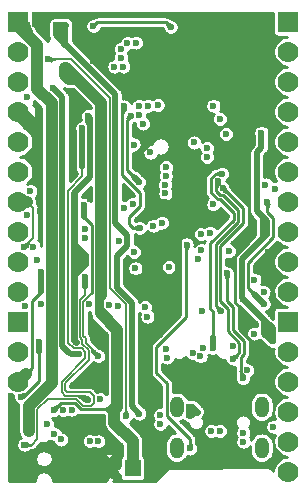
<source format=gbr>
G04 #@! TF.GenerationSoftware,KiCad,Pcbnew,5.1.6-c6e7f7d~87~ubuntu18.04.1*
G04 #@! TF.CreationDate,2021-11-02T16:25:14+02:00*
G04 #@! TF.ProjectId,NB-IoT-DevKit_Rev_D,4e422d49-6f54-42d4-9465-764b69745f52,D*
G04 #@! TF.SameCoordinates,Original*
G04 #@! TF.FileFunction,Copper,L2,Inr*
G04 #@! TF.FilePolarity,Positive*
%FSLAX46Y46*%
G04 Gerber Fmt 4.6, Leading zero omitted, Abs format (unit mm)*
G04 Created by KiCad (PCBNEW 5.1.6-c6e7f7d~87~ubuntu18.04.1) date 2021-11-02 16:25:14*
%MOMM*%
%LPD*%
G01*
G04 APERTURE LIST*
G04 #@! TA.AperFunction,ViaPad*
%ADD10C,1.400000*%
G04 #@! TD*
G04 #@! TA.AperFunction,ViaPad*
%ADD11R,1.400000X1.400000*%
G04 #@! TD*
G04 #@! TA.AperFunction,ViaPad*
%ADD12O,1.200000X1.800000*%
G04 #@! TD*
G04 #@! TA.AperFunction,ViaPad*
%ADD13C,1.778000*%
G04 #@! TD*
G04 #@! TA.AperFunction,ViaPad*
%ADD14R,1.778000X1.778000*%
G04 #@! TD*
G04 #@! TA.AperFunction,ViaPad*
%ADD15C,0.600000*%
G04 #@! TD*
G04 #@! TA.AperFunction,Conductor*
%ADD16C,0.609600*%
G04 #@! TD*
G04 #@! TA.AperFunction,Conductor*
%ADD17C,0.508000*%
G04 #@! TD*
G04 #@! TA.AperFunction,Conductor*
%ADD18C,0.762000*%
G04 #@! TD*
G04 #@! TA.AperFunction,Conductor*
%ADD19C,0.254000*%
G04 #@! TD*
G04 #@! TA.AperFunction,Conductor*
%ADD20C,1.016000*%
G04 #@! TD*
G04 #@! TA.AperFunction,Conductor*
%ADD21C,0.157480*%
G04 #@! TD*
G04 #@! TA.AperFunction,Conductor*
%ADD22C,0.025400*%
G04 #@! TD*
G04 APERTURE END LIST*
D10*
X139715240Y-100058220D03*
D11*
X141744700Y-100055680D03*
D12*
X145498000Y-98294000D03*
X145498000Y-94824000D03*
X152698000Y-94824000D03*
X152698000Y-98294000D03*
D13*
X154940000Y-69850000D03*
X154940000Y-67310000D03*
X154940000Y-64770000D03*
D14*
X154940000Y-62230000D03*
D13*
X154940000Y-72390000D03*
X154940000Y-74930000D03*
X154940000Y-80010000D03*
X154940000Y-77470000D03*
X154940000Y-82550000D03*
X154940000Y-85090000D03*
X154940000Y-95250000D03*
X154940000Y-92710000D03*
X154940000Y-90170000D03*
D14*
X154940000Y-87630000D03*
D13*
X154940000Y-97790000D03*
X154940000Y-100330000D03*
X132080000Y-92710000D03*
X132080000Y-90170000D03*
D14*
X132080000Y-87630000D03*
D13*
X132080000Y-69850000D03*
X132080000Y-67310000D03*
X132080000Y-64770000D03*
D14*
X132080000Y-62230000D03*
D13*
X132080000Y-72390000D03*
X132080000Y-74930000D03*
X132080000Y-80010000D03*
X132080000Y-77470000D03*
X132080000Y-82550000D03*
X132080000Y-85090000D03*
D15*
X135255000Y-62484000D03*
X138112500Y-97726500D03*
X138848348Y-97752652D03*
X142320990Y-95408307D03*
X135858490Y-95091490D03*
X136588500Y-95072500D03*
X136028954Y-62484000D03*
X133477000Y-61658500D03*
X133477000Y-62420500D03*
X153162000Y-91059000D03*
X153924000Y-91059000D03*
X153924000Y-91821000D03*
X142938500Y-63754000D03*
X142367000Y-61658500D03*
X139192000Y-61658500D03*
X138430000Y-61658500D03*
X137668000Y-61658500D03*
X139954000Y-61658500D03*
X140716000Y-61658500D03*
X141478000Y-61658500D03*
X143954500Y-61658500D03*
X144716500Y-61658500D03*
X148844000Y-66167000D03*
X151578002Y-64262000D03*
X150558500Y-61658500D03*
X149796500Y-61658500D03*
X148971000Y-61658500D03*
X148209000Y-61658500D03*
X152781000Y-64389000D03*
X149606000Y-66167000D03*
X149688568Y-78695532D03*
X150956990Y-95313500D03*
X150956990Y-94488000D03*
X153162000Y-91821000D03*
X131445000Y-93916500D03*
X143954500Y-93154500D03*
X136499600Y-97345500D03*
X137223500Y-97345500D03*
X150241000Y-64389000D03*
X149606000Y-63754000D03*
X150558500Y-62484000D03*
X150876000Y-63246000D03*
X149606000Y-62484000D03*
X150114000Y-63246000D03*
X144526000Y-77533500D03*
X144352990Y-87947500D03*
X143129028Y-89726467D03*
X150050500Y-96837500D03*
X150050500Y-97599500D03*
X137541000Y-68961000D03*
X133921500Y-78232000D03*
X136627767Y-68833995D03*
X153606500Y-85407500D03*
X153214463Y-81713463D03*
X138874500Y-92265500D03*
X138383979Y-65532000D03*
X141097016Y-76962000D03*
X142875004Y-72644000D03*
X138394246Y-64677042D03*
X138546108Y-63743686D03*
X133921500Y-70929500D03*
X133921500Y-71691520D03*
X144045845Y-88723665D03*
X151003000Y-68707000D03*
X151003000Y-66548000D03*
X148636010Y-67737010D03*
X144142750Y-66049312D03*
X142347368Y-78958939D03*
X138158412Y-77251428D03*
X142938500Y-62992024D03*
X140210000Y-66038000D03*
X140779500Y-65278000D03*
X140779500Y-64516000D03*
X142049500Y-64008000D03*
X132842000Y-68580000D03*
X152019000Y-88646000D03*
X151130000Y-97790000D03*
X151130000Y-97028000D03*
X152065021Y-84074000D03*
X144535620Y-89927870D03*
X144653016Y-90678000D03*
X140963569Y-66033569D03*
X141315058Y-64043642D03*
X132969000Y-96901000D03*
X132969000Y-95377000D03*
X132969000Y-96139000D03*
X136017000Y-66040000D03*
X136036227Y-66769061D03*
X135079922Y-95086569D03*
X138849016Y-90552030D03*
X137635012Y-77756006D03*
X132588000Y-81280000D03*
X137709771Y-79739889D03*
X138983466Y-94176291D03*
X144089980Y-95530019D03*
X144096560Y-96278623D03*
X137738396Y-80518000D03*
X139761150Y-86251659D03*
X149923500Y-81661000D03*
X141742466Y-77643010D03*
X143001992Y-87202990D03*
X148297369Y-80090990D03*
X143256000Y-73300236D03*
X141841510Y-72628804D03*
X147537009Y-80208020D03*
X153847424Y-76377400D03*
X146827011Y-90281240D03*
X152998011Y-76012313D03*
X152833755Y-85100769D03*
X147700996Y-89852500D03*
X153162000Y-77470000D03*
X152844500Y-86106004D03*
X151460200Y-91744802D03*
X150238747Y-89659777D03*
X150266400Y-90754200D03*
X149368334Y-76334546D03*
X147497903Y-90561331D03*
X147597892Y-86741000D03*
X149330075Y-75098575D03*
X153670000Y-96520000D03*
X148526500Y-89852500D03*
X148964848Y-75729777D03*
X149225000Y-86723636D03*
X149144021Y-70448017D03*
X148590000Y-69342000D03*
X142621000Y-70866000D03*
X137946782Y-94219961D03*
X137494952Y-71221994D03*
X141160500Y-95631000D03*
X134620000Y-65405000D03*
X133964982Y-83450536D03*
X132650867Y-86296500D03*
X141887179Y-81740822D03*
X144843500Y-82994500D03*
X142789502Y-86392593D03*
X143510003Y-79501997D03*
X144220579Y-79248000D03*
X133096000Y-76581000D03*
X141033500Y-77978000D03*
X132777999Y-78585644D03*
X141016032Y-69408149D03*
X142303500Y-70167500D03*
X142335051Y-79685846D03*
X148409500Y-96901000D03*
X149136500Y-96901000D03*
X140574731Y-80828669D03*
X138082579Y-86156319D03*
X144528686Y-76771500D03*
X144487475Y-76022200D03*
X144546944Y-75285600D03*
X144573794Y-74549000D03*
X148062447Y-73701043D03*
X148062447Y-72917553D03*
X149652031Y-71750302D03*
X143876996Y-69295979D03*
X143078611Y-69339199D03*
X142266160Y-69368160D03*
X148580342Y-77688796D03*
X146939000Y-72453500D03*
X147193000Y-95250000D03*
X146532600Y-95529400D03*
X146532600Y-94818200D03*
X134493000Y-96266000D03*
X135128000Y-97155000D03*
X135691590Y-97599500D03*
X138430000Y-62611006D03*
X144970500Y-62674500D03*
X133684990Y-82423000D03*
X147574000Y-81570041D03*
X146621500Y-98361500D03*
X133350000Y-81280000D03*
X146317312Y-81093012D03*
X132588000Y-98044000D03*
X137739601Y-83813228D03*
X133982128Y-86169500D03*
X147322691Y-82294843D03*
X153035000Y-88773000D03*
X153606500Y-88265000D03*
X153606500Y-89281000D03*
X151088500Y-85674927D03*
X152781000Y-78803500D03*
X140512499Y-86283800D03*
X152656250Y-71628000D03*
X153065969Y-80294977D03*
X141991010Y-83103784D03*
X149725649Y-83539305D03*
X151088512Y-92418574D03*
X137223500Y-90398900D03*
X135000992Y-67818000D03*
X132338089Y-94000447D03*
X133794500Y-89379917D03*
X136977870Y-89382600D03*
X137744039Y-82773853D03*
X142306704Y-75818996D03*
X141577738Y-70210123D03*
X137985500Y-70208262D03*
D16*
X135763000Y-62484000D02*
X135338892Y-62484000D01*
X135763000Y-62484000D02*
X136028954Y-62484000D01*
D17*
X135255000Y-63373000D02*
X135255000Y-62484000D01*
X136144000Y-64262000D02*
X135255000Y-63373000D01*
X135636000Y-62611000D02*
X135763000Y-62484000D01*
X135987001Y-64070619D02*
X135636000Y-63719618D01*
X135636000Y-63719618D02*
X135636000Y-62611000D01*
X141668500Y-94755817D02*
X142320990Y-95408307D01*
X141668500Y-86010750D02*
X141668500Y-94755817D01*
X136028954Y-64146954D02*
X140266924Y-68384924D01*
X136028954Y-62484000D02*
X136028954Y-64146954D01*
X140266924Y-79243424D02*
X141287500Y-80264000D01*
X140398500Y-84740750D02*
X141668500Y-86010750D01*
X140398500Y-82105500D02*
X140398500Y-84740750D01*
X140266924Y-68384924D02*
X140266924Y-79243424D01*
X141287500Y-80264000D02*
X141287500Y-81216500D01*
X141287500Y-81216500D02*
X140398500Y-82105500D01*
D18*
X139715240Y-100058220D02*
X140415010Y-100757990D01*
D16*
X132016500Y-100139500D02*
X139636500Y-100139500D01*
X131445000Y-99568000D02*
X132016500Y-100139500D01*
X131445000Y-93916500D02*
X131445000Y-99568000D01*
X139636500Y-100139500D02*
X139700000Y-100076000D01*
D17*
X150050500Y-96012000D02*
X150050500Y-97048236D01*
X150956990Y-94488000D02*
X150050500Y-95394490D01*
X150050500Y-95394490D02*
X150050500Y-96012000D01*
D18*
X150050500Y-97048236D02*
X150050500Y-97599500D01*
D19*
X140415010Y-100757990D02*
X140749020Y-101092000D01*
X142875000Y-101092000D02*
X143129000Y-100838000D01*
X140749020Y-101092000D02*
X142875000Y-101092000D01*
D18*
X150050500Y-97599500D02*
X150050500Y-99250500D01*
D17*
X150956990Y-94488000D02*
X150956990Y-95377000D01*
X150177500Y-96075500D02*
X150177500Y-96710500D01*
X150956990Y-95377000D02*
X150876000Y-95377000D01*
X150876000Y-95377000D02*
X150177500Y-96075500D01*
D18*
X150050500Y-95377000D02*
X150050500Y-97048236D01*
X150177500Y-95758000D02*
X150685500Y-95250000D01*
X150685500Y-94742000D02*
X150050500Y-95377000D01*
X150685500Y-95250000D02*
X150685500Y-94742000D01*
D16*
X143129028Y-89726467D02*
X143129028Y-92329028D01*
X143129028Y-92329028D02*
X143129028Y-93979972D01*
X143637000Y-92837000D02*
X143637000Y-93472000D01*
X143129028Y-92329028D02*
X143637000Y-92837000D01*
X143637000Y-92837000D02*
X143954500Y-93154500D01*
X143129000Y-93980000D02*
X143129000Y-99949000D01*
X143954500Y-93154500D02*
X143129000Y-93980000D01*
D17*
X150050500Y-99250500D02*
X149352000Y-99949000D01*
X149352000Y-99949000D02*
X143129000Y-99949000D01*
D16*
X143129000Y-99885500D02*
X143129000Y-100838000D01*
X144526000Y-77533500D02*
X144101736Y-77533500D01*
X144101736Y-77533500D02*
X143098801Y-76530565D01*
X143098801Y-75280801D02*
X142367000Y-74549000D01*
X142367000Y-74549000D02*
X142367000Y-73152004D01*
X143098801Y-76530565D02*
X143098801Y-75280801D01*
X142367000Y-73152004D02*
X142875004Y-72644000D01*
D19*
X150749000Y-86334600D02*
X150431500Y-86017100D01*
X153162000Y-91059000D02*
X153162000Y-90634736D01*
X153162000Y-90634736D02*
X150749000Y-88221736D01*
X151638000Y-69342000D02*
X151003000Y-68707000D01*
X150431500Y-86017100D02*
X150431500Y-82105500D01*
X150431500Y-82105500D02*
X151638000Y-80899000D01*
X150749000Y-88221736D02*
X150749000Y-86334600D01*
X151638000Y-80899000D02*
X151638000Y-69342000D01*
D17*
X149264304Y-78695532D02*
X149688568Y-78695532D01*
X145542000Y-78613000D02*
X145624532Y-78695532D01*
X145624532Y-78695532D02*
X149264304Y-78695532D01*
D16*
X144352990Y-87947500D02*
X145575301Y-86725189D01*
X145575301Y-78582801D02*
X144526000Y-77533500D01*
X145575301Y-86725189D02*
X145575301Y-78582801D01*
D17*
X151003000Y-94488000D02*
X150956990Y-94488000D01*
X153924000Y-91821000D02*
X153670000Y-91821000D01*
X153670000Y-91821000D02*
X151003000Y-94488000D01*
X145288000Y-94488000D02*
X145288000Y-95250000D01*
D20*
X133684998Y-64215998D02*
X133684998Y-67898998D01*
X132080000Y-62230000D02*
X132080000Y-62611000D01*
X132080000Y-62611000D02*
X133684998Y-64215998D01*
X132969000Y-94742000D02*
X132969000Y-96901000D01*
X134917138Y-92793862D02*
X132969000Y-94742000D01*
X133684998Y-67898998D02*
X134917138Y-69131138D01*
X134917138Y-69131138D02*
X134917138Y-92793862D01*
X136144000Y-66167000D02*
X136017000Y-66167000D01*
X137223500Y-67246500D02*
X136144000Y-66167000D01*
X137541000Y-67564000D02*
X137033000Y-67056000D01*
X136017000Y-66167000D02*
X136017000Y-66749834D01*
X136017000Y-66749834D02*
X136036227Y-66769061D01*
X137033000Y-67056000D02*
X136323166Y-67056000D01*
X136323166Y-67056000D02*
X136036227Y-66769061D01*
D18*
X139128500Y-86995000D02*
X138938000Y-86804500D01*
X138938000Y-85534500D02*
X139065000Y-85407500D01*
X138938000Y-86804500D02*
X138938000Y-85534500D01*
D20*
X141744700Y-97739200D02*
X141744700Y-100055680D01*
X140208000Y-96202500D02*
X141744700Y-97739200D01*
D19*
X136841240Y-94518490D02*
X137382250Y-95059500D01*
X135079922Y-95086569D02*
X135648001Y-94518490D01*
X135648001Y-94518490D02*
X136841240Y-94518490D01*
D20*
X139065000Y-86931500D02*
X140431498Y-88297998D01*
X140431498Y-94836002D02*
X140208000Y-95059500D01*
X139093422Y-85379078D02*
X139065000Y-85407500D01*
X136144000Y-66167000D02*
X139093422Y-69116422D01*
X139093422Y-69116422D02*
X139093422Y-85379078D01*
X140431498Y-94010502D02*
X140431498Y-94836002D01*
X140431498Y-88297998D02*
X140431498Y-94010502D01*
D19*
X137382250Y-95059500D02*
X139255500Y-95059500D01*
X139255500Y-95059500D02*
X140208000Y-95059500D01*
X140431498Y-94137502D02*
X140431498Y-94010502D01*
X139255500Y-95059500D02*
X139509500Y-95059500D01*
X139509500Y-95059500D02*
X140431498Y-94137502D01*
X140208000Y-95758000D02*
X140208000Y-96012000D01*
X139509500Y-95059500D02*
X140208000Y-95758000D01*
D20*
X140208000Y-95059500D02*
X140208000Y-96012000D01*
X140208000Y-96012000D02*
X140208000Y-96202500D01*
D21*
X137779125Y-89392125D02*
X138303000Y-89916000D01*
X137779125Y-89042875D02*
X137779125Y-89392125D01*
X137576838Y-88840588D02*
X137779125Y-89042875D01*
X138303000Y-85217000D02*
X137576838Y-85943162D01*
X137576838Y-85943162D02*
X137576838Y-88840588D01*
X138849016Y-90462016D02*
X138849016Y-90552030D01*
X138847986Y-90551000D02*
X138849016Y-90552030D01*
X138620500Y-90551000D02*
X138847986Y-90551000D01*
X138303000Y-89916000D02*
X138303000Y-90233500D01*
X138303000Y-90233500D02*
X138620500Y-90551000D01*
X138303000Y-89916000D02*
X138430000Y-90043000D01*
X138430000Y-90043000D02*
X138849016Y-90462016D01*
X138748530Y-90552030D02*
X138849016Y-90552030D01*
X138430000Y-90043000D02*
X138430000Y-90233500D01*
X138430000Y-90233500D02*
X138748530Y-90552030D01*
D19*
X138303000Y-85217000D02*
X138303000Y-79470855D01*
X137635157Y-78803012D02*
X138303000Y-79470855D01*
D17*
X137635157Y-77756151D02*
X137635012Y-77756006D01*
X137635157Y-78803012D02*
X137635157Y-77756151D01*
D20*
X132778500Y-77470000D02*
X132080000Y-77470000D01*
D21*
X132588000Y-81280000D02*
X133350000Y-80518000D01*
X133350000Y-77978000D02*
X132842000Y-77470000D01*
X133350000Y-80518000D02*
X133350000Y-77978000D01*
D17*
X152844500Y-86106004D02*
X151987248Y-85248752D01*
D19*
X151511011Y-84772515D02*
X151987248Y-85248752D01*
X153652502Y-80491934D02*
X151511011Y-82633425D01*
X151511011Y-82633425D02*
X151511011Y-84772515D01*
X153162000Y-78359000D02*
X153652502Y-78849502D01*
X153652502Y-78849502D02*
X153652502Y-80491934D01*
X153162000Y-77470000D02*
X153162000Y-78359000D01*
X151066500Y-79311500D02*
X151066500Y-78032712D01*
X150266400Y-90754200D02*
X150792808Y-90227792D01*
X149161522Y-85857600D02*
X149161522Y-81216478D01*
X149853246Y-88454294D02*
X149853246Y-86549324D01*
X150792808Y-90227792D02*
X150792808Y-89393856D01*
X150792808Y-89393856D02*
X149853246Y-88454294D01*
X151066500Y-78032712D02*
X149368334Y-76334546D01*
X149161522Y-81216478D02*
X151066500Y-79311500D01*
X149853246Y-86549324D02*
X149161522Y-85857600D01*
D17*
X148526500Y-89852500D02*
X148526500Y-88963500D01*
D19*
X148526500Y-86746570D02*
X148526500Y-88963500D01*
X150304478Y-78995862D02*
X148336000Y-80964340D01*
X150304478Y-78422478D02*
X150304478Y-78995862D01*
X148776126Y-75098575D02*
X148402731Y-75471970D01*
X149330075Y-75098575D02*
X148776126Y-75098575D01*
X148402731Y-75471970D02*
X148402731Y-76728652D01*
X148951156Y-77277077D02*
X149159077Y-77277077D01*
X148402731Y-76728652D02*
X148951156Y-77277077D01*
X148336000Y-86556070D02*
X148526500Y-86746570D01*
X148336000Y-80964340D02*
X148336000Y-86556070D01*
X149159077Y-77277077D02*
X150304478Y-78422478D01*
X149368376Y-76896066D02*
X150685489Y-78213179D01*
X150685489Y-78213179D02*
X150685489Y-79153681D01*
X148780511Y-86279147D02*
X149225000Y-86723636D01*
X148814332Y-75880293D02*
X148814332Y-76600468D01*
X149109930Y-76896066D02*
X149368376Y-76896066D01*
X148964848Y-75729777D02*
X148814332Y-75880293D01*
X150685489Y-79153681D02*
X148780511Y-81058659D01*
X148780511Y-81058659D02*
X148780511Y-86279147D01*
X148814332Y-76600468D02*
X149109930Y-76896066D01*
D17*
X137494952Y-71221994D02*
X137494952Y-74566452D01*
D21*
X137475490Y-89893150D02*
X137734018Y-90151678D01*
X136265899Y-76522601D02*
X136265899Y-89402899D01*
X137494952Y-75293548D02*
X136265899Y-76522601D01*
X136265899Y-89402899D02*
X136756150Y-89893150D01*
X137494952Y-74566452D02*
X137494952Y-75293548D01*
X136756150Y-89893150D02*
X137475490Y-89893150D01*
X137734018Y-90151678D02*
X137734018Y-90717652D01*
X137734018Y-90717652D02*
X135732509Y-92719161D01*
X135732509Y-93558090D02*
X136057911Y-93883490D01*
X136057911Y-93883490D02*
X137124769Y-93883490D01*
X135732509Y-92719161D02*
X135732509Y-93558090D01*
X137610311Y-93883490D02*
X137946782Y-94219961D01*
X137124769Y-93883490D02*
X137266690Y-93883490D01*
X137266690Y-93883490D02*
X137610311Y-93883490D01*
X137124769Y-93883490D02*
X137602279Y-94361000D01*
X137805743Y-94361000D02*
X137946782Y-94219961D01*
X137602279Y-94361000D02*
X137805743Y-94361000D01*
X137768261Y-94219961D02*
X137946782Y-94219961D01*
X137266690Y-93883490D02*
X137431790Y-93883490D01*
X137431790Y-93883490D02*
X137768261Y-94219961D01*
X137603161Y-94219961D02*
X137946782Y-94219961D01*
X137266690Y-93883490D02*
X137603161Y-94219961D01*
X139807173Y-84799609D02*
X139807173Y-68687173D01*
X141160500Y-95631000D02*
X141160500Y-86152936D01*
X139807173Y-68687173D02*
X136525000Y-65405000D01*
X141160500Y-86152936D02*
X139807173Y-84799609D01*
X136525000Y-65405000D02*
X134620000Y-65405000D01*
D20*
X132715000Y-92075000D02*
X132080000Y-92710000D01*
D19*
X132715000Y-92075000D02*
X133223000Y-91567000D01*
X133223000Y-91567000D02*
X133223000Y-85852000D01*
X133223000Y-85852000D02*
X133964982Y-85110018D01*
D17*
X133964982Y-83450536D02*
X133964982Y-85110018D01*
D19*
X140860501Y-75201501D02*
X142367000Y-76708000D01*
X142367000Y-76708000D02*
X142367000Y-77839382D01*
X141016032Y-69408149D02*
X140860501Y-69563680D01*
X141478000Y-79375000D02*
X141788846Y-79685846D01*
X140860501Y-69563680D02*
X140860501Y-75201501D01*
X142367000Y-77839382D02*
X141478000Y-78728382D01*
X141478000Y-78728382D02*
X141478000Y-79375000D01*
X141788846Y-79685846D02*
X142335051Y-79685846D01*
D16*
X146532600Y-95529400D02*
X146532600Y-94818200D01*
X146761200Y-94818200D02*
X147193000Y-95250000D01*
X146532600Y-94818200D02*
X146761200Y-94818200D01*
X146908934Y-95250000D02*
X147193000Y-95250000D01*
X146604134Y-95554800D02*
X146908934Y-95250000D01*
X146532600Y-95529400D02*
X146558000Y-95554800D01*
X146558000Y-95554800D02*
X146604134Y-95554800D01*
D19*
X138747506Y-62293500D02*
X138430000Y-62611006D01*
X144970500Y-62674500D02*
X144589500Y-62293500D01*
X144589500Y-62293500D02*
X138747506Y-62293500D01*
X146304000Y-81106324D02*
X146317312Y-81093012D01*
X146304000Y-87249000D02*
X146304000Y-81106324D01*
X146621500Y-97599500D02*
X144643990Y-95621990D01*
X144643990Y-92827990D02*
X143764000Y-91948000D01*
X144643990Y-95621990D02*
X144643990Y-92827990D01*
X143764000Y-91948000D02*
X143764000Y-89789000D01*
X146621500Y-98361500D02*
X146621500Y-97599500D01*
X143764000Y-89789000D02*
X146304000Y-87249000D01*
D17*
X137739601Y-83813228D02*
X137739601Y-84717101D01*
D21*
X136017000Y-92837000D02*
X138018509Y-90835491D01*
X137525749Y-94726749D02*
X138213774Y-94726749D01*
X136017000Y-93408500D02*
X136017000Y-92837000D01*
X137287000Y-85788500D02*
X137739601Y-85335899D01*
X138018509Y-90835491D02*
X138018509Y-90033839D01*
X138018509Y-90033839D02*
X137488419Y-89503749D01*
X136207500Y-93599000D02*
X136017000Y-93408500D01*
X138112500Y-93599000D02*
X136207500Y-93599000D01*
X138452523Y-93939023D02*
X138112500Y-93599000D01*
X133683259Y-97583741D02*
X133683259Y-95043741D01*
X138213774Y-94726749D02*
X138452523Y-94488000D01*
X132588000Y-98044000D02*
X133223000Y-98044000D01*
X136969500Y-94170500D02*
X137525749Y-94726749D01*
X138452523Y-94488000D02*
X138452523Y-93939023D01*
X133223000Y-98044000D02*
X133683259Y-97583741D01*
X134556500Y-94170500D02*
X136969500Y-94170500D01*
X133683259Y-95043741D02*
X134556500Y-94170500D01*
X137488419Y-89503749D02*
X137488419Y-89164919D01*
X137488419Y-89164919D02*
X137287000Y-88963500D01*
X137287000Y-88963500D02*
X137287000Y-85788500D01*
X137739601Y-85335899D02*
X137739601Y-84717101D01*
D17*
X153606500Y-88265000D02*
X153606500Y-89281000D01*
X153543000Y-89281000D02*
X153035000Y-88773000D01*
X153606500Y-89281000D02*
X153543000Y-89281000D01*
X153098500Y-88773000D02*
X153606500Y-88265000D01*
X153035000Y-88773000D02*
X153098500Y-88773000D01*
X153606500Y-88265000D02*
X153606500Y-88201500D01*
X152908000Y-88646000D02*
X152908000Y-87503000D01*
X153035000Y-88773000D02*
X152908000Y-88646000D01*
X152908000Y-87503000D02*
X152908000Y-87494427D01*
X152908000Y-87494427D02*
X151388499Y-85974926D01*
X151388499Y-85974926D02*
X151088500Y-85674927D01*
X153098500Y-79121000D02*
X152781000Y-78803500D01*
X153098500Y-80010000D02*
X153098500Y-79121000D01*
X153098500Y-79883000D02*
X153098500Y-80010000D01*
X153035000Y-88265000D02*
X153352500Y-87947500D01*
X153035000Y-88773000D02*
X153035000Y-88265000D01*
X153606500Y-88201500D02*
X153352500Y-87947500D01*
X153352500Y-87947500D02*
X152908000Y-87503000D01*
X152654000Y-72898000D02*
X152654000Y-71630250D01*
X152273000Y-73279000D02*
X152654000Y-72898000D01*
X152781000Y-78803500D02*
X152273000Y-78295500D01*
X152654000Y-71630250D02*
X152656250Y-71628000D01*
X152273000Y-78295500D02*
X152273000Y-73279000D01*
X153098500Y-80010000D02*
X153098500Y-80262446D01*
X151088500Y-85674927D02*
X151003000Y-85589427D01*
X151003000Y-85589427D02*
X151003000Y-82357946D01*
X151003000Y-82357946D02*
X153065969Y-80294977D01*
X153098500Y-80262446D02*
X153065969Y-80294977D01*
X152781000Y-78803500D02*
X152781000Y-80518000D01*
D19*
X149725649Y-83539305D02*
X149725649Y-85882897D01*
X151173819Y-89236037D02*
X151173819Y-90385611D01*
X150266422Y-86423670D02*
X150266422Y-88328640D01*
X149725649Y-85882897D02*
X150266422Y-86423670D01*
X150901400Y-92231462D02*
X151088512Y-92418574D01*
X151173819Y-90385611D02*
X150901400Y-90658030D01*
X150901400Y-90658030D02*
X150901400Y-92231462D01*
X150266422Y-88328640D02*
X151173819Y-89236037D01*
D17*
X135806149Y-68623157D02*
X135000992Y-67818000D01*
X136271000Y-90170000D02*
X135806149Y-89705149D01*
X135806149Y-89705149D02*
X135806149Y-68623157D01*
X136499600Y-90398600D02*
X137210800Y-90398600D01*
X136271000Y-90170000D02*
X136499600Y-90398600D01*
D19*
X132440553Y-94000447D02*
X133794500Y-92646500D01*
X132338089Y-94000447D02*
X132440553Y-94000447D01*
D17*
X133794500Y-89379917D02*
X133794500Y-90233500D01*
D19*
X133794500Y-92646500D02*
X133794500Y-90233500D01*
D16*
X136776449Y-89181179D02*
X136977870Y-89382600D01*
X136779000Y-82550000D02*
X136776449Y-82552551D01*
X136779000Y-81407000D02*
X136779000Y-82550000D01*
X136776449Y-83436449D02*
X136776449Y-89181179D01*
X136779000Y-82550000D02*
X137520186Y-82550000D01*
X136779000Y-81808814D02*
X137744039Y-82773853D01*
X137520186Y-82550000D02*
X137744039Y-82773853D01*
X136779000Y-81407000D02*
X136779000Y-81808814D01*
D19*
X141277739Y-70510122D02*
X141577738Y-70210123D01*
X141277739Y-74790031D02*
X141277739Y-70510122D01*
D16*
X136824892Y-83693000D02*
X137744039Y-82773853D01*
X136779000Y-83693000D02*
X136824892Y-83693000D01*
X136776449Y-83436449D02*
X136776449Y-83690449D01*
X136776449Y-83690449D02*
X136779000Y-83693000D01*
X137190147Y-82773853D02*
X136776449Y-83187551D01*
X137744039Y-82773853D02*
X137190147Y-82773853D01*
X136776449Y-82552551D02*
X136776449Y-83187551D01*
X136776449Y-83187551D02*
X136776449Y-83436449D01*
X137744039Y-82773853D02*
X137744039Y-81991039D01*
X136779000Y-81026000D02*
X136779000Y-80899000D01*
X137744039Y-81991039D02*
X136779000Y-81026000D01*
X136779000Y-76771500D02*
X136779000Y-80899000D01*
X136779000Y-80899000D02*
X136779000Y-81407000D01*
D17*
X137985500Y-70739000D02*
X137985500Y-70208262D01*
X138175989Y-70929489D02*
X137985500Y-70739000D01*
X136779000Y-76771500D02*
X138175989Y-75374511D01*
X138175989Y-75374511D02*
X138175989Y-70929489D01*
X138175989Y-70398751D02*
X137985500Y-70208262D01*
X138175989Y-70929489D02*
X138175989Y-70398751D01*
D19*
X141828854Y-75341146D02*
X141277739Y-74790031D01*
D17*
X142306704Y-75818996D02*
X141828854Y-75341146D01*
D19*
G36*
X153668157Y-63119000D02*
G01*
X153675513Y-63193689D01*
X153697299Y-63265508D01*
X153732678Y-63331696D01*
X153780289Y-63389711D01*
X153838304Y-63437322D01*
X153904492Y-63472701D01*
X153976311Y-63494487D01*
X154051000Y-63501843D01*
X154805651Y-63501843D01*
X154569555Y-63548805D01*
X154338429Y-63644541D01*
X154130422Y-63783527D01*
X153953527Y-63960422D01*
X153814541Y-64168429D01*
X153718805Y-64399555D01*
X153670000Y-64644916D01*
X153670000Y-64895084D01*
X153718805Y-65140445D01*
X153814541Y-65371571D01*
X153953527Y-65579578D01*
X154130422Y-65756473D01*
X154338429Y-65895459D01*
X154569555Y-65991195D01*
X154814916Y-66040000D01*
X154569555Y-66088805D01*
X154338429Y-66184541D01*
X154130422Y-66323527D01*
X153953527Y-66500422D01*
X153814541Y-66708429D01*
X153718805Y-66939555D01*
X153670000Y-67184916D01*
X153670000Y-67435084D01*
X153718805Y-67680445D01*
X153814541Y-67911571D01*
X153953527Y-68119578D01*
X154130422Y-68296473D01*
X154338429Y-68435459D01*
X154569555Y-68531195D01*
X154814916Y-68580000D01*
X154569555Y-68628805D01*
X154338429Y-68724541D01*
X154130422Y-68863527D01*
X153953527Y-69040422D01*
X153814541Y-69248429D01*
X153718805Y-69479555D01*
X153670000Y-69724916D01*
X153670000Y-69975084D01*
X153718805Y-70220445D01*
X153814541Y-70451571D01*
X153953527Y-70659578D01*
X154130422Y-70836473D01*
X154338429Y-70975459D01*
X154569555Y-71071195D01*
X154814916Y-71120000D01*
X154569555Y-71168805D01*
X154338429Y-71264541D01*
X154130422Y-71403527D01*
X153953527Y-71580422D01*
X153814541Y-71788429D01*
X153718805Y-72019555D01*
X153670000Y-72264916D01*
X153670000Y-72515084D01*
X153718805Y-72760445D01*
X153814541Y-72991571D01*
X153953527Y-73199578D01*
X154130422Y-73376473D01*
X154338429Y-73515459D01*
X154569555Y-73611195D01*
X154814916Y-73660000D01*
X154569555Y-73708805D01*
X154338429Y-73804541D01*
X154130422Y-73943527D01*
X153953527Y-74120422D01*
X153814541Y-74328429D01*
X153718805Y-74559555D01*
X153670000Y-74804916D01*
X153670000Y-75055084D01*
X153718805Y-75300445D01*
X153814541Y-75531571D01*
X153926237Y-75698735D01*
X153914497Y-75696400D01*
X153780351Y-75696400D01*
X153648784Y-75722571D01*
X153620037Y-75734479D01*
X153601505Y-75689739D01*
X153526978Y-75578201D01*
X153432123Y-75483346D01*
X153320585Y-75408819D01*
X153196651Y-75357484D01*
X153065084Y-75331313D01*
X152930938Y-75331313D01*
X152908000Y-75335876D01*
X152908000Y-73542024D01*
X153080951Y-73369073D01*
X153105185Y-73349185D01*
X153172689Y-73266931D01*
X153184537Y-73252495D01*
X153205076Y-73214069D01*
X153243502Y-73142180D01*
X153279812Y-73022482D01*
X153289000Y-72929192D01*
X153289000Y-72929182D01*
X153292071Y-72898001D01*
X153289000Y-72866820D01*
X153289000Y-71879944D01*
X153311079Y-71826640D01*
X153337250Y-71695073D01*
X153337250Y-71560927D01*
X153311079Y-71429360D01*
X153259744Y-71305426D01*
X153185217Y-71193888D01*
X153090362Y-71099033D01*
X152978824Y-71024506D01*
X152854890Y-70973171D01*
X152723323Y-70947000D01*
X152589177Y-70947000D01*
X152457610Y-70973171D01*
X152333676Y-71024506D01*
X152222138Y-71099033D01*
X152127283Y-71193888D01*
X152052756Y-71305426D01*
X152001421Y-71429360D01*
X151975250Y-71560927D01*
X151975250Y-71695073D01*
X152001421Y-71826640D01*
X152019001Y-71869082D01*
X152019000Y-72634976D01*
X151846046Y-72807930D01*
X151821816Y-72827815D01*
X151773612Y-72886552D01*
X151742463Y-72924507D01*
X151683498Y-73034821D01*
X151674976Y-73062916D01*
X151647189Y-73154518D01*
X151638001Y-73247808D01*
X151634929Y-73279000D01*
X151638001Y-73310191D01*
X151638000Y-78264319D01*
X151634929Y-78295500D01*
X151638000Y-78326681D01*
X151638000Y-78326691D01*
X151647188Y-78419981D01*
X151683498Y-78539679D01*
X151742463Y-78649993D01*
X151821815Y-78746685D01*
X151846050Y-78766574D01*
X152146000Y-79066525D01*
X152146001Y-80316920D01*
X150576046Y-81886876D01*
X150562413Y-81898064D01*
X150578329Y-81859640D01*
X150604500Y-81728073D01*
X150604500Y-81593927D01*
X150578329Y-81462360D01*
X150526994Y-81338426D01*
X150452467Y-81226888D01*
X150357612Y-81132033D01*
X150246074Y-81057506D01*
X150122140Y-81006171D01*
X150095540Y-81000880D01*
X151408065Y-79688355D01*
X151427448Y-79672448D01*
X151490929Y-79595095D01*
X151538101Y-79506843D01*
X151567149Y-79411085D01*
X151574500Y-79336447D01*
X151574500Y-79336444D01*
X151576957Y-79311500D01*
X151574500Y-79286556D01*
X151574500Y-78057655D01*
X151576957Y-78032711D01*
X151574500Y-78007765D01*
X151567149Y-77933127D01*
X151538101Y-77837369D01*
X151530463Y-77823079D01*
X151490929Y-77749116D01*
X151443350Y-77691141D01*
X151427448Y-77671764D01*
X151408071Y-77655862D01*
X150049334Y-76297126D01*
X150049334Y-76267473D01*
X150023163Y-76135906D01*
X149971828Y-76011972D01*
X149897301Y-75900434D01*
X149802446Y-75805579D01*
X149690908Y-75731052D01*
X149645848Y-75712388D01*
X149645848Y-75704886D01*
X149652649Y-75702069D01*
X149764187Y-75627542D01*
X149859042Y-75532687D01*
X149933569Y-75421149D01*
X149984904Y-75297215D01*
X150011075Y-75165648D01*
X150011075Y-75031502D01*
X149984904Y-74899935D01*
X149933569Y-74776001D01*
X149859042Y-74664463D01*
X149764187Y-74569608D01*
X149652649Y-74495081D01*
X149528715Y-74443746D01*
X149397148Y-74417575D01*
X149263002Y-74417575D01*
X149131435Y-74443746D01*
X149007501Y-74495081D01*
X148895963Y-74569608D01*
X148874996Y-74590575D01*
X148801069Y-74590575D01*
X148776125Y-74588118D01*
X148751181Y-74590575D01*
X148751179Y-74590575D01*
X148676541Y-74597926D01*
X148580783Y-74626974D01*
X148580781Y-74626975D01*
X148492530Y-74674146D01*
X148457280Y-74703075D01*
X148415178Y-74737627D01*
X148399275Y-74757005D01*
X148061165Y-75095116D01*
X148041783Y-75111022D01*
X147978302Y-75188375D01*
X147931130Y-75276628D01*
X147902082Y-75372386D01*
X147895351Y-75440730D01*
X147892274Y-75471970D01*
X147894731Y-75496915D01*
X147894732Y-76703698D01*
X147892274Y-76728652D01*
X147900436Y-76811512D01*
X147902083Y-76828237D01*
X147908460Y-76849258D01*
X147931131Y-76923995D01*
X147978302Y-77012247D01*
X148016179Y-77058400D01*
X148041784Y-77089600D01*
X148061161Y-77105502D01*
X148130859Y-77175200D01*
X148051375Y-77254684D01*
X147976848Y-77366222D01*
X147925513Y-77490156D01*
X147899342Y-77621723D01*
X147899342Y-77755869D01*
X147925513Y-77887436D01*
X147976848Y-78011370D01*
X148051375Y-78122908D01*
X148146230Y-78217763D01*
X148257768Y-78292290D01*
X148381702Y-78343625D01*
X148513269Y-78369796D01*
X148647415Y-78369796D01*
X148778982Y-78343625D01*
X148902916Y-78292290D01*
X149014454Y-78217763D01*
X149109309Y-78122908D01*
X149180277Y-78016697D01*
X149796478Y-78632898D01*
X149796479Y-78785440D01*
X148865872Y-79716048D01*
X148826336Y-79656878D01*
X148731481Y-79562023D01*
X148619943Y-79487496D01*
X148496009Y-79436161D01*
X148364442Y-79409990D01*
X148230296Y-79409990D01*
X148098729Y-79436161D01*
X147974795Y-79487496D01*
X147863257Y-79562023D01*
X147832127Y-79593153D01*
X147735649Y-79553191D01*
X147604082Y-79527020D01*
X147469936Y-79527020D01*
X147338369Y-79553191D01*
X147214435Y-79604526D01*
X147102897Y-79679053D01*
X147008042Y-79773908D01*
X146933515Y-79885446D01*
X146882180Y-80009380D01*
X146856009Y-80140947D01*
X146856009Y-80275093D01*
X146882180Y-80406660D01*
X146933515Y-80530594D01*
X147008042Y-80642132D01*
X147102897Y-80736987D01*
X147214435Y-80811514D01*
X147338369Y-80862849D01*
X147469936Y-80889020D01*
X147604082Y-80889020D01*
X147735649Y-80862849D01*
X147850341Y-80815342D01*
X147835351Y-80864756D01*
X147828625Y-80933048D01*
X147828119Y-80938192D01*
X147772640Y-80915212D01*
X147641073Y-80889041D01*
X147506927Y-80889041D01*
X147375360Y-80915212D01*
X147251426Y-80966547D01*
X147139888Y-81041074D01*
X147045033Y-81135929D01*
X146985349Y-81225253D01*
X146998312Y-81160085D01*
X146998312Y-81025939D01*
X146972141Y-80894372D01*
X146920806Y-80770438D01*
X146846279Y-80658900D01*
X146751424Y-80564045D01*
X146639886Y-80489518D01*
X146515952Y-80438183D01*
X146384385Y-80412012D01*
X146250239Y-80412012D01*
X146118672Y-80438183D01*
X145994738Y-80489518D01*
X145883200Y-80564045D01*
X145788345Y-80658900D01*
X145713818Y-80770438D01*
X145662483Y-80894372D01*
X145636312Y-81025939D01*
X145636312Y-81160085D01*
X145662483Y-81291652D01*
X145713818Y-81415586D01*
X145788345Y-81527124D01*
X145796001Y-81534780D01*
X145796000Y-87038579D01*
X143422430Y-89412150D01*
X143403053Y-89428052D01*
X143387151Y-89447429D01*
X143387150Y-89447430D01*
X143339571Y-89505405D01*
X143300471Y-89578557D01*
X143292400Y-89593657D01*
X143272612Y-89658891D01*
X143263352Y-89689416D01*
X143253543Y-89789000D01*
X143256001Y-89813954D01*
X143256000Y-91923056D01*
X143253543Y-91948000D01*
X143256000Y-91972944D01*
X143256000Y-91972946D01*
X143263351Y-92047584D01*
X143292399Y-92143342D01*
X143339571Y-92231595D01*
X143403052Y-92308948D01*
X143422435Y-92324855D01*
X144135991Y-93038411D01*
X144135990Y-94849019D01*
X144022907Y-94849019D01*
X143891340Y-94875190D01*
X143767406Y-94926525D01*
X143655868Y-95001052D01*
X143561013Y-95095907D01*
X143486486Y-95207445D01*
X143435151Y-95331379D01*
X143408980Y-95462946D01*
X143408980Y-95597092D01*
X143435151Y-95728659D01*
X143486486Y-95852593D01*
X143524339Y-95909245D01*
X143493066Y-95956049D01*
X143441731Y-96079983D01*
X143415560Y-96211550D01*
X143415560Y-96345696D01*
X143441731Y-96477263D01*
X143493066Y-96601197D01*
X143567593Y-96712735D01*
X143662448Y-96807590D01*
X143773986Y-96882117D01*
X143897920Y-96933452D01*
X144029487Y-96959623D01*
X144163633Y-96959623D01*
X144295200Y-96933452D01*
X144419134Y-96882117D01*
X144530672Y-96807590D01*
X144625527Y-96712735D01*
X144700054Y-96601197D01*
X144751389Y-96477263D01*
X144756276Y-96452696D01*
X145328525Y-97024946D01*
X145305690Y-97027195D01*
X145120771Y-97083289D01*
X144950349Y-97174382D01*
X144800972Y-97296972D01*
X144678382Y-97446349D01*
X144587289Y-97616772D01*
X144531195Y-97801691D01*
X144517000Y-97945814D01*
X144517000Y-98642187D01*
X144531195Y-98786310D01*
X144587290Y-98971229D01*
X144678383Y-99141651D01*
X144800973Y-99291028D01*
X144950350Y-99413618D01*
X145120772Y-99504711D01*
X145305691Y-99560805D01*
X145498000Y-99579746D01*
X145690310Y-99560805D01*
X145875229Y-99504711D01*
X146045651Y-99413618D01*
X146195028Y-99291028D01*
X146317618Y-99141651D01*
X146391539Y-99003355D01*
X146422860Y-99016329D01*
X146554427Y-99042500D01*
X146688573Y-99042500D01*
X146820140Y-99016329D01*
X146944074Y-98964994D01*
X147055612Y-98890467D01*
X147150467Y-98795612D01*
X147224994Y-98684074D01*
X147276329Y-98560140D01*
X147302500Y-98428573D01*
X147302500Y-98294427D01*
X147276329Y-98162860D01*
X147224994Y-98038926D01*
X147150467Y-97927388D01*
X147129500Y-97906421D01*
X147129500Y-97624443D01*
X147131957Y-97599499D01*
X147127477Y-97554012D01*
X147122149Y-97499915D01*
X147093101Y-97404157D01*
X147085091Y-97389171D01*
X147045929Y-97315904D01*
X146998350Y-97257929D01*
X146982448Y-97238552D01*
X146963071Y-97222650D01*
X146574348Y-96833927D01*
X147728500Y-96833927D01*
X147728500Y-96968073D01*
X147754671Y-97099640D01*
X147806006Y-97223574D01*
X147880533Y-97335112D01*
X147975388Y-97429967D01*
X148086926Y-97504494D01*
X148210860Y-97555829D01*
X148342427Y-97582000D01*
X148476573Y-97582000D01*
X148608140Y-97555829D01*
X148732074Y-97504494D01*
X148773000Y-97477148D01*
X148813926Y-97504494D01*
X148937860Y-97555829D01*
X149069427Y-97582000D01*
X149203573Y-97582000D01*
X149335140Y-97555829D01*
X149459074Y-97504494D01*
X149570612Y-97429967D01*
X149665467Y-97335112D01*
X149739994Y-97223574D01*
X149791329Y-97099640D01*
X149817500Y-96968073D01*
X149817500Y-96833927D01*
X149791329Y-96702360D01*
X149739994Y-96578426D01*
X149665467Y-96466888D01*
X149570612Y-96372033D01*
X149459074Y-96297506D01*
X149335140Y-96246171D01*
X149203573Y-96220000D01*
X149069427Y-96220000D01*
X148937860Y-96246171D01*
X148813926Y-96297506D01*
X148773000Y-96324852D01*
X148732074Y-96297506D01*
X148608140Y-96246171D01*
X148476573Y-96220000D01*
X148342427Y-96220000D01*
X148210860Y-96246171D01*
X148086926Y-96297506D01*
X147975388Y-96372033D01*
X147880533Y-96466888D01*
X147806006Y-96578426D01*
X147754671Y-96702360D01*
X147728500Y-96833927D01*
X146574348Y-96833927D01*
X145798428Y-96058008D01*
X145875229Y-96034711D01*
X146003744Y-95966018D01*
X146008078Y-95971299D01*
X146045320Y-96016679D01*
X146059269Y-96028127D01*
X146070720Y-96042080D01*
X146175147Y-96127781D01*
X146294286Y-96191462D01*
X146420729Y-96229818D01*
X146443171Y-96342640D01*
X146494506Y-96466574D01*
X146569033Y-96578112D01*
X146663888Y-96672967D01*
X146775426Y-96747494D01*
X146899360Y-96798829D01*
X147030927Y-96825000D01*
X147165073Y-96825000D01*
X147296640Y-96798829D01*
X147420574Y-96747494D01*
X147532112Y-96672967D01*
X147626967Y-96578112D01*
X147701494Y-96466574D01*
X147752829Y-96342640D01*
X147779000Y-96211073D01*
X147779000Y-96076927D01*
X147752829Y-95945360D01*
X147701494Y-95821426D01*
X147657669Y-95755837D01*
X147680280Y-95737280D01*
X147765981Y-95632853D01*
X147829662Y-95513714D01*
X147868877Y-95384440D01*
X147882118Y-95250000D01*
X147868877Y-95115560D01*
X147829662Y-94986286D01*
X147768633Y-94872109D01*
X147765980Y-94867145D01*
X147714825Y-94804813D01*
X147680280Y-94762720D01*
X147654109Y-94741242D01*
X147269958Y-94357091D01*
X147248480Y-94330920D01*
X147144053Y-94245219D01*
X147024914Y-94181538D01*
X146895640Y-94142323D01*
X146794889Y-94132400D01*
X146794879Y-94132400D01*
X146761200Y-94129083D01*
X146727521Y-94132400D01*
X146566289Y-94132400D01*
X146532600Y-94129082D01*
X146498912Y-94132400D01*
X146498911Y-94132400D01*
X146405925Y-94141558D01*
X146317618Y-93976349D01*
X146195028Y-93826972D01*
X146045651Y-93704382D01*
X145875228Y-93613289D01*
X145690309Y-93557195D01*
X145498000Y-93538254D01*
X145305690Y-93557195D01*
X145151990Y-93603819D01*
X145151990Y-92852934D01*
X145154447Y-92827990D01*
X145151759Y-92800696D01*
X145144639Y-92728405D01*
X145115591Y-92632647D01*
X145068419Y-92544395D01*
X145004938Y-92467042D01*
X144985555Y-92451135D01*
X144272000Y-91737580D01*
X144272000Y-91242444D01*
X144330442Y-91281494D01*
X144454376Y-91332829D01*
X144585943Y-91359000D01*
X144720089Y-91359000D01*
X144851656Y-91332829D01*
X144975590Y-91281494D01*
X145087128Y-91206967D01*
X145181983Y-91112112D01*
X145256510Y-91000574D01*
X145307845Y-90876640D01*
X145319923Y-90815921D01*
X145322742Y-90817804D01*
X145455775Y-90872908D01*
X145597003Y-90901000D01*
X145740997Y-90901000D01*
X145882225Y-90872908D01*
X146015258Y-90817804D01*
X146134985Y-90737805D01*
X146236805Y-90635985D01*
X146240909Y-90629843D01*
X146298044Y-90715352D01*
X146392899Y-90810207D01*
X146504437Y-90884734D01*
X146628371Y-90936069D01*
X146759938Y-90962240D01*
X146894084Y-90962240D01*
X146940572Y-90952993D01*
X146968936Y-90995443D01*
X147063791Y-91090298D01*
X147175329Y-91164825D01*
X147299263Y-91216160D01*
X147430830Y-91242331D01*
X147564976Y-91242331D01*
X147696543Y-91216160D01*
X147820477Y-91164825D01*
X147932015Y-91090298D01*
X148026870Y-90995443D01*
X148101397Y-90883905D01*
X148152732Y-90759971D01*
X148178903Y-90628404D01*
X148178903Y-90494258D01*
X148166289Y-90430846D01*
X148203926Y-90455994D01*
X148327860Y-90507329D01*
X148459427Y-90533500D01*
X148593573Y-90533500D01*
X148725140Y-90507329D01*
X148812508Y-90471140D01*
X148831196Y-90516258D01*
X148911195Y-90635985D01*
X149013015Y-90737805D01*
X149132742Y-90817804D01*
X149265775Y-90872908D01*
X149407003Y-90901000D01*
X149550997Y-90901000D01*
X149599346Y-90891383D01*
X149611571Y-90952840D01*
X149662906Y-91076774D01*
X149737433Y-91188312D01*
X149832288Y-91283167D01*
X149943826Y-91357694D01*
X150067760Y-91409029D01*
X150199327Y-91435200D01*
X150333473Y-91435200D01*
X150393400Y-91423279D01*
X150393401Y-92206508D01*
X150390943Y-92231462D01*
X150396271Y-92285553D01*
X150400752Y-92331047D01*
X150407512Y-92353332D01*
X150407512Y-92485647D01*
X150433683Y-92617214D01*
X150485018Y-92741148D01*
X150559545Y-92852686D01*
X150654400Y-92947541D01*
X150765938Y-93022068D01*
X150889872Y-93073403D01*
X151021439Y-93099574D01*
X151155585Y-93099574D01*
X151287152Y-93073403D01*
X151411086Y-93022068D01*
X151522624Y-92947541D01*
X151617479Y-92852686D01*
X151692006Y-92741148D01*
X151743341Y-92617214D01*
X151769512Y-92485647D01*
X151769512Y-92353789D01*
X151782774Y-92348296D01*
X151894312Y-92273769D01*
X151989167Y-92178914D01*
X152063694Y-92067376D01*
X152115029Y-91943442D01*
X152141200Y-91811875D01*
X152141200Y-91677729D01*
X152115029Y-91546162D01*
X152063694Y-91422228D01*
X151989167Y-91310690D01*
X151894312Y-91215835D01*
X151782774Y-91141308D01*
X151658840Y-91089973D01*
X151527273Y-91063802D01*
X151409400Y-91063802D01*
X151409400Y-90868449D01*
X151441474Y-90836375D01*
X152825277Y-90836375D01*
X152826076Y-90861258D01*
X152831715Y-90885508D01*
X152841976Y-90908191D01*
X153051976Y-91272433D01*
X153061291Y-91286374D01*
X153078321Y-91304535D01*
X153098567Y-91319024D01*
X153121250Y-91329285D01*
X153145500Y-91334924D01*
X153170383Y-91335723D01*
X153194945Y-91331653D01*
X153218240Y-91322869D01*
X153239374Y-91309709D01*
X153257535Y-91292679D01*
X153272024Y-91272433D01*
X153482024Y-90908191D01*
X153487927Y-90896622D01*
X153495818Y-90873009D01*
X153498950Y-90848310D01*
X153497204Y-90823475D01*
X153490646Y-90799458D01*
X153479529Y-90777182D01*
X153464279Y-90757502D01*
X153451944Y-90744457D01*
X153444215Y-90734875D01*
X153437667Y-90725247D01*
X153432114Y-90715406D01*
X153427436Y-90705194D01*
X153423543Y-90694379D01*
X153420416Y-90682777D01*
X153418074Y-90670148D01*
X153416594Y-90656362D01*
X153415924Y-90636961D01*
X153413560Y-90616568D01*
X153406333Y-90592743D01*
X153394597Y-90570787D01*
X153378803Y-90551541D01*
X153359557Y-90535747D01*
X153337601Y-90524011D01*
X153313776Y-90516784D01*
X153289000Y-90514344D01*
X153035000Y-90514344D01*
X153014543Y-90516002D01*
X152990483Y-90522402D01*
X152968134Y-90533372D01*
X152948354Y-90548492D01*
X152931905Y-90567180D01*
X152919417Y-90588718D01*
X152911371Y-90612278D01*
X152908076Y-90636955D01*
X152907405Y-90656362D01*
X152905925Y-90670148D01*
X152903583Y-90682777D01*
X152900456Y-90694379D01*
X152896563Y-90705194D01*
X152891885Y-90715406D01*
X152886332Y-90725247D01*
X152879784Y-90734875D01*
X152872055Y-90744457D01*
X152859718Y-90757505D01*
X152851291Y-90767384D01*
X152838131Y-90788518D01*
X152829347Y-90811813D01*
X152825277Y-90836375D01*
X151441474Y-90836375D01*
X151515379Y-90762470D01*
X151534767Y-90746559D01*
X151598248Y-90669206D01*
X151645420Y-90580954D01*
X151674468Y-90485196D01*
X151681819Y-90410558D01*
X151681819Y-90410555D01*
X151684276Y-90385611D01*
X151681819Y-90360667D01*
X151681819Y-89260980D01*
X151683783Y-89241046D01*
X151696426Y-89249494D01*
X151820360Y-89300829D01*
X151951927Y-89327000D01*
X152086073Y-89327000D01*
X152217640Y-89300829D01*
X152341574Y-89249494D01*
X152453112Y-89174967D01*
X152471960Y-89156119D01*
X152506033Y-89207112D01*
X152600888Y-89301967D01*
X152712426Y-89376494D01*
X152760299Y-89396324D01*
X153071934Y-89707960D01*
X153076347Y-89713338D01*
X153077533Y-89715112D01*
X153079042Y-89716621D01*
X153091815Y-89732185D01*
X153107379Y-89744958D01*
X153172388Y-89809967D01*
X153283926Y-89884494D01*
X153407860Y-89935829D01*
X153539427Y-89962000D01*
X153673573Y-89962000D01*
X153687025Y-89959324D01*
X153670000Y-90044916D01*
X153670000Y-90295084D01*
X153718805Y-90540445D01*
X153814541Y-90771571D01*
X153953527Y-90979578D01*
X154130422Y-91156473D01*
X154338429Y-91295459D01*
X154569555Y-91391195D01*
X154814916Y-91440000D01*
X154569555Y-91488805D01*
X154338429Y-91584541D01*
X154130422Y-91723527D01*
X153953527Y-91900422D01*
X153814541Y-92108429D01*
X153718805Y-92339555D01*
X153670000Y-92584916D01*
X153670000Y-92835084D01*
X153718805Y-93080445D01*
X153814541Y-93311571D01*
X153953527Y-93519578D01*
X154130422Y-93696473D01*
X154338429Y-93835459D01*
X154569555Y-93931195D01*
X154814916Y-93980000D01*
X154569555Y-94028805D01*
X154338429Y-94124541D01*
X154130422Y-94263527D01*
X153953527Y-94440422D01*
X153814541Y-94648429D01*
X153718805Y-94879555D01*
X153679000Y-95079670D01*
X153679000Y-94475813D01*
X153664805Y-94331690D01*
X153608711Y-94146771D01*
X153517618Y-93976349D01*
X153395028Y-93826972D01*
X153245651Y-93704382D01*
X153075228Y-93613289D01*
X152890309Y-93557195D01*
X152698000Y-93538254D01*
X152505690Y-93557195D01*
X152320771Y-93613289D01*
X152150349Y-93704382D01*
X152000972Y-93826972D01*
X151878382Y-93976349D01*
X151787289Y-94146772D01*
X151731195Y-94331691D01*
X151717000Y-94475814D01*
X151717000Y-95172187D01*
X151731195Y-95316310D01*
X151787290Y-95501229D01*
X151878383Y-95671651D01*
X152000973Y-95821028D01*
X152150350Y-95943618D01*
X152320772Y-96034711D01*
X152505691Y-96090805D01*
X152698000Y-96109746D01*
X152890310Y-96090805D01*
X153075229Y-96034711D01*
X153245651Y-95943618D01*
X153395028Y-95821028D01*
X153517618Y-95671651D01*
X153608711Y-95501229D01*
X153664805Y-95316309D01*
X153670000Y-95263564D01*
X153670000Y-95375084D01*
X153718805Y-95620445D01*
X153814541Y-95851571D01*
X153816729Y-95854845D01*
X153737073Y-95839000D01*
X153602927Y-95839000D01*
X153471360Y-95865171D01*
X153347426Y-95916506D01*
X153235888Y-95991033D01*
X153141033Y-96085888D01*
X153066506Y-96197426D01*
X153015171Y-96321360D01*
X152989000Y-96452927D01*
X152989000Y-96587073D01*
X153015171Y-96718640D01*
X153066506Y-96842574D01*
X153141033Y-96954112D01*
X153235888Y-97048967D01*
X153347426Y-97123494D01*
X153471360Y-97174829D01*
X153602927Y-97201000D01*
X153737073Y-97201000D01*
X153816729Y-97185155D01*
X153814541Y-97188429D01*
X153718805Y-97419555D01*
X153670000Y-97664916D01*
X153670000Y-97854435D01*
X153664805Y-97801690D01*
X153608711Y-97616771D01*
X153517618Y-97446349D01*
X153395028Y-97296972D01*
X153245651Y-97174382D01*
X153075228Y-97083289D01*
X152890309Y-97027195D01*
X152698000Y-97008254D01*
X152505690Y-97027195D01*
X152320771Y-97083289D01*
X152150349Y-97174382D01*
X152000972Y-97296972D01*
X151878382Y-97446349D01*
X151789180Y-97613234D01*
X151784829Y-97591360D01*
X151733494Y-97467426D01*
X151694455Y-97409000D01*
X151733494Y-97350574D01*
X151784829Y-97226640D01*
X151811000Y-97095073D01*
X151811000Y-96960927D01*
X151784829Y-96829360D01*
X151733494Y-96705426D01*
X151658967Y-96593888D01*
X151633465Y-96568386D01*
X151701494Y-96466574D01*
X151752829Y-96342640D01*
X151779000Y-96211073D01*
X151779000Y-96076927D01*
X151752829Y-95945360D01*
X151701494Y-95821426D01*
X151626967Y-95709888D01*
X151532112Y-95615033D01*
X151420574Y-95540506D01*
X151296640Y-95489171D01*
X151165073Y-95463000D01*
X151030927Y-95463000D01*
X150899360Y-95489171D01*
X150775426Y-95540506D01*
X150663888Y-95615033D01*
X150569033Y-95709888D01*
X150494506Y-95821426D01*
X150443171Y-95945360D01*
X150417000Y-96076927D01*
X150417000Y-96211073D01*
X150443171Y-96342640D01*
X150494506Y-96466574D01*
X150569033Y-96578112D01*
X150594535Y-96603614D01*
X150526506Y-96705426D01*
X150475171Y-96829360D01*
X150449000Y-96960927D01*
X150449000Y-97095073D01*
X150475171Y-97226640D01*
X150526506Y-97350574D01*
X150565545Y-97409000D01*
X150526506Y-97467426D01*
X150475171Y-97591360D01*
X150449000Y-97722927D01*
X150449000Y-97857073D01*
X150475171Y-97988640D01*
X150526506Y-98112574D01*
X150601033Y-98224112D01*
X150695888Y-98318967D01*
X150807426Y-98393494D01*
X150931360Y-98444829D01*
X151062927Y-98471000D01*
X151197073Y-98471000D01*
X151328640Y-98444829D01*
X151452574Y-98393494D01*
X151564112Y-98318967D01*
X151658967Y-98224112D01*
X151717000Y-98137259D01*
X151717000Y-98642187D01*
X151731195Y-98786310D01*
X151787290Y-98971229D01*
X151878383Y-99141651D01*
X152000973Y-99291028D01*
X152150350Y-99413618D01*
X152320772Y-99504711D01*
X152505691Y-99560805D01*
X152698000Y-99579746D01*
X152890310Y-99560805D01*
X153075229Y-99504711D01*
X153245651Y-99413618D01*
X153395028Y-99291028D01*
X153517618Y-99141651D01*
X153608711Y-98971229D01*
X153664805Y-98786309D01*
X153679000Y-98642186D01*
X153679000Y-97960330D01*
X153718805Y-98160445D01*
X153814541Y-98391571D01*
X153953527Y-98599578D01*
X154130422Y-98776473D01*
X154338429Y-98915459D01*
X154569555Y-99011195D01*
X154814916Y-99060000D01*
X154569555Y-99108805D01*
X154338429Y-99204541D01*
X154130422Y-99343527D01*
X153953527Y-99520422D01*
X153814541Y-99728429D01*
X153718805Y-99959555D01*
X153670000Y-100204916D01*
X153670000Y-100246580D01*
X153538855Y-100115435D01*
X153522948Y-100096052D01*
X153445595Y-100032571D01*
X153357343Y-99985399D01*
X153261585Y-99956351D01*
X153186947Y-99949000D01*
X153186944Y-99949000D01*
X153162000Y-99946543D01*
X153137056Y-99949000D01*
X145058943Y-99949000D01*
X145033999Y-99946543D01*
X145009055Y-99949000D01*
X145009053Y-99949000D01*
X144934415Y-99956351D01*
X144838657Y-99985399D01*
X144797576Y-100007357D01*
X144750404Y-100032571D01*
X144695810Y-100077376D01*
X144673052Y-100096052D01*
X144657150Y-100115429D01*
X143680580Y-101092000D01*
X142623725Y-101092000D01*
X142657396Y-101074002D01*
X142715411Y-101026391D01*
X142763022Y-100968376D01*
X142798401Y-100902188D01*
X142820187Y-100830369D01*
X142827543Y-100755680D01*
X142827543Y-99355680D01*
X142820187Y-99280991D01*
X142798401Y-99209172D01*
X142763022Y-99142984D01*
X142715411Y-99084969D01*
X142657396Y-99037358D01*
X142633700Y-99024692D01*
X142633700Y-97782860D01*
X142638000Y-97739200D01*
X142633700Y-97695540D01*
X142633700Y-97695533D01*
X142620836Y-97564926D01*
X142620205Y-97562844D01*
X142598702Y-97491958D01*
X142570003Y-97397349D01*
X142487453Y-97242909D01*
X142423833Y-97165388D01*
X142404195Y-97141459D01*
X142404194Y-97141458D01*
X142376359Y-97107541D01*
X142342443Y-97079707D01*
X141491560Y-96228824D01*
X141594612Y-96159967D01*
X141689467Y-96065112D01*
X141763994Y-95953574D01*
X141804760Y-95855156D01*
X141886878Y-95937274D01*
X141998416Y-96011801D01*
X142122350Y-96063136D01*
X142253917Y-96089307D01*
X142388063Y-96089307D01*
X142519630Y-96063136D01*
X142643564Y-96011801D01*
X142755102Y-95937274D01*
X142849957Y-95842419D01*
X142924484Y-95730881D01*
X142975819Y-95606947D01*
X143001990Y-95475380D01*
X143001990Y-95341234D01*
X142975819Y-95209667D01*
X142924484Y-95085733D01*
X142849957Y-94974195D01*
X142755102Y-94879340D01*
X142643564Y-94804813D01*
X142595691Y-94784983D01*
X142303500Y-94492793D01*
X142303500Y-86869670D01*
X142355390Y-86921560D01*
X142375805Y-86935201D01*
X142347163Y-87004350D01*
X142320992Y-87135917D01*
X142320992Y-87270063D01*
X142347163Y-87401630D01*
X142398498Y-87525564D01*
X142473025Y-87637102D01*
X142567880Y-87731957D01*
X142679418Y-87806484D01*
X142803352Y-87857819D01*
X142934919Y-87883990D01*
X143069065Y-87883990D01*
X143200632Y-87857819D01*
X143324566Y-87806484D01*
X143436104Y-87731957D01*
X143530959Y-87637102D01*
X143605486Y-87525564D01*
X143656821Y-87401630D01*
X143682992Y-87270063D01*
X143682992Y-87135917D01*
X143656821Y-87004350D01*
X143605486Y-86880416D01*
X143530959Y-86768878D01*
X143436104Y-86674023D01*
X143415689Y-86660382D01*
X143444331Y-86591233D01*
X143470502Y-86459666D01*
X143470502Y-86325520D01*
X143444331Y-86193953D01*
X143392996Y-86070019D01*
X143318469Y-85958481D01*
X143223614Y-85863626D01*
X143112076Y-85789099D01*
X142988142Y-85737764D01*
X142856575Y-85711593D01*
X142722429Y-85711593D01*
X142590862Y-85737764D01*
X142466928Y-85789099D01*
X142355390Y-85863626D01*
X142297758Y-85921258D01*
X142294312Y-85886268D01*
X142258002Y-85766570D01*
X142238854Y-85730747D01*
X142199037Y-85656255D01*
X142146757Y-85592553D01*
X142119685Y-85559565D01*
X142095456Y-85539681D01*
X141033500Y-84477726D01*
X141033500Y-83036711D01*
X141310010Y-83036711D01*
X141310010Y-83170857D01*
X141336181Y-83302424D01*
X141387516Y-83426358D01*
X141462043Y-83537896D01*
X141556898Y-83632751D01*
X141668436Y-83707278D01*
X141792370Y-83758613D01*
X141923937Y-83784784D01*
X142058083Y-83784784D01*
X142189650Y-83758613D01*
X142313584Y-83707278D01*
X142425122Y-83632751D01*
X142519977Y-83537896D01*
X142594504Y-83426358D01*
X142645839Y-83302424D01*
X142672010Y-83170857D01*
X142672010Y-83036711D01*
X142650272Y-82927427D01*
X144162500Y-82927427D01*
X144162500Y-83061573D01*
X144188671Y-83193140D01*
X144240006Y-83317074D01*
X144314533Y-83428612D01*
X144409388Y-83523467D01*
X144520926Y-83597994D01*
X144644860Y-83649329D01*
X144776427Y-83675500D01*
X144910573Y-83675500D01*
X145042140Y-83649329D01*
X145166074Y-83597994D01*
X145277612Y-83523467D01*
X145372467Y-83428612D01*
X145446994Y-83317074D01*
X145498329Y-83193140D01*
X145524500Y-83061573D01*
X145524500Y-82927427D01*
X145498329Y-82795860D01*
X145446994Y-82671926D01*
X145372467Y-82560388D01*
X145277612Y-82465533D01*
X145166074Y-82391006D01*
X145042140Y-82339671D01*
X144910573Y-82313500D01*
X144776427Y-82313500D01*
X144644860Y-82339671D01*
X144520926Y-82391006D01*
X144409388Y-82465533D01*
X144314533Y-82560388D01*
X144240006Y-82671926D01*
X144188671Y-82795860D01*
X144162500Y-82927427D01*
X142650272Y-82927427D01*
X142645839Y-82905144D01*
X142594504Y-82781210D01*
X142519977Y-82669672D01*
X142425122Y-82574817D01*
X142313584Y-82500290D01*
X142189650Y-82448955D01*
X142058083Y-82422784D01*
X141923937Y-82422784D01*
X141792370Y-82448955D01*
X141668436Y-82500290D01*
X141556898Y-82574817D01*
X141462043Y-82669672D01*
X141387516Y-82781210D01*
X141336181Y-82905144D01*
X141310010Y-83036711D01*
X141033500Y-83036711D01*
X141033500Y-82368524D01*
X141305692Y-82096332D01*
X141358212Y-82174934D01*
X141453067Y-82269789D01*
X141564605Y-82344316D01*
X141688539Y-82395651D01*
X141820106Y-82421822D01*
X141954252Y-82421822D01*
X142085819Y-82395651D01*
X142209753Y-82344316D01*
X142321291Y-82269789D01*
X142416146Y-82174934D01*
X142490673Y-82063396D01*
X142542008Y-81939462D01*
X142568179Y-81807895D01*
X142568179Y-81673749D01*
X142542008Y-81542182D01*
X142490673Y-81418248D01*
X142416146Y-81306710D01*
X142321291Y-81211855D01*
X142209753Y-81137328D01*
X142085819Y-81085993D01*
X141954252Y-81059822D01*
X141922500Y-81059822D01*
X141922500Y-80295180D01*
X141925571Y-80263999D01*
X141922500Y-80232818D01*
X141922500Y-80232808D01*
X141922122Y-80228967D01*
X142012477Y-80289340D01*
X142136411Y-80340675D01*
X142267978Y-80366846D01*
X142402124Y-80366846D01*
X142533691Y-80340675D01*
X142657625Y-80289340D01*
X142769163Y-80214813D01*
X142864018Y-80119958D01*
X142938545Y-80008420D01*
X142973296Y-79924525D01*
X142981036Y-79936109D01*
X143075891Y-80030964D01*
X143187429Y-80105491D01*
X143311363Y-80156826D01*
X143442930Y-80182997D01*
X143577076Y-80182997D01*
X143708643Y-80156826D01*
X143832577Y-80105491D01*
X143944115Y-80030964D01*
X144038970Y-79936109D01*
X144056600Y-79909724D01*
X144153506Y-79929000D01*
X144287652Y-79929000D01*
X144419219Y-79902829D01*
X144543153Y-79851494D01*
X144654691Y-79776967D01*
X144749546Y-79682112D01*
X144824073Y-79570574D01*
X144875408Y-79446640D01*
X144901579Y-79315073D01*
X144901579Y-79180927D01*
X144875408Y-79049360D01*
X144824073Y-78925426D01*
X144749546Y-78813888D01*
X144654691Y-78719033D01*
X144543153Y-78644506D01*
X144419219Y-78593171D01*
X144287652Y-78567000D01*
X144153506Y-78567000D01*
X144021939Y-78593171D01*
X143898005Y-78644506D01*
X143786467Y-78719033D01*
X143691612Y-78813888D01*
X143673982Y-78840273D01*
X143577076Y-78820997D01*
X143442930Y-78820997D01*
X143311363Y-78847168D01*
X143187429Y-78898503D01*
X143075891Y-78973030D01*
X142981036Y-79067885D01*
X142906509Y-79179423D01*
X142871758Y-79263318D01*
X142864018Y-79251734D01*
X142769163Y-79156879D01*
X142657625Y-79082352D01*
X142533691Y-79031017D01*
X142402124Y-79004846D01*
X142267978Y-79004846D01*
X142136411Y-79031017D01*
X142012477Y-79082352D01*
X141986000Y-79100043D01*
X141986000Y-78938802D01*
X142708565Y-78216237D01*
X142727948Y-78200330D01*
X142791429Y-78122977D01*
X142838601Y-78034725D01*
X142867649Y-77938967D01*
X142875000Y-77864329D01*
X142875000Y-77864326D01*
X142877457Y-77839382D01*
X142875000Y-77814438D01*
X142875000Y-76732943D01*
X142877457Y-76707999D01*
X142874596Y-76678949D01*
X142867649Y-76608415D01*
X142838601Y-76512657D01*
X142831848Y-76500023D01*
X142791429Y-76424404D01*
X142743850Y-76366429D01*
X142732988Y-76353193D01*
X142740816Y-76347963D01*
X142835671Y-76253108D01*
X142910198Y-76141570D01*
X142961533Y-76017636D01*
X142973967Y-75955127D01*
X143806475Y-75955127D01*
X143806475Y-76089273D01*
X143832646Y-76220840D01*
X143883981Y-76344774D01*
X143939382Y-76427688D01*
X143925192Y-76448926D01*
X143873857Y-76572860D01*
X143847686Y-76704427D01*
X143847686Y-76838573D01*
X143873857Y-76970140D01*
X143925192Y-77094074D01*
X143999719Y-77205612D01*
X144094574Y-77300467D01*
X144206112Y-77374994D01*
X144330046Y-77426329D01*
X144461613Y-77452500D01*
X144595759Y-77452500D01*
X144727326Y-77426329D01*
X144851260Y-77374994D01*
X144962798Y-77300467D01*
X145057653Y-77205612D01*
X145132180Y-77094074D01*
X145183515Y-76970140D01*
X145209686Y-76838573D01*
X145209686Y-76704427D01*
X145183515Y-76572860D01*
X145132180Y-76448926D01*
X145076779Y-76366012D01*
X145090969Y-76344774D01*
X145142304Y-76220840D01*
X145168475Y-76089273D01*
X145168475Y-75955127D01*
X145142304Y-75823560D01*
X145090969Y-75699626D01*
X145090150Y-75698401D01*
X145150438Y-75608174D01*
X145201773Y-75484240D01*
X145227944Y-75352673D01*
X145227944Y-75218527D01*
X145201773Y-75086960D01*
X145150438Y-74963026D01*
X145133310Y-74937392D01*
X145177288Y-74871574D01*
X145228623Y-74747640D01*
X145254794Y-74616073D01*
X145254794Y-74481927D01*
X145228623Y-74350360D01*
X145177288Y-74226426D01*
X145102761Y-74114888D01*
X145007906Y-74020033D01*
X144896368Y-73945506D01*
X144772434Y-73894171D01*
X144640867Y-73868000D01*
X144506721Y-73868000D01*
X144375154Y-73894171D01*
X144251220Y-73945506D01*
X144139682Y-74020033D01*
X144044827Y-74114888D01*
X143970300Y-74226426D01*
X143918965Y-74350360D01*
X143892794Y-74481927D01*
X143892794Y-74616073D01*
X143918965Y-74747640D01*
X143970300Y-74871574D01*
X143987428Y-74897208D01*
X143943450Y-74963026D01*
X143892115Y-75086960D01*
X143865944Y-75218527D01*
X143865944Y-75352673D01*
X143892115Y-75484240D01*
X143943450Y-75608174D01*
X143944269Y-75609399D01*
X143883981Y-75699626D01*
X143832646Y-75823560D01*
X143806475Y-75955127D01*
X142973967Y-75955127D01*
X142987704Y-75886069D01*
X142987704Y-75751923D01*
X142961533Y-75620356D01*
X142910198Y-75496422D01*
X142835671Y-75384884D01*
X142740816Y-75290029D01*
X142629278Y-75215502D01*
X142581405Y-75195672D01*
X142255810Y-74870078D01*
X142183347Y-74810609D01*
X142073033Y-74751644D01*
X141953335Y-74715335D01*
X141917982Y-74711853D01*
X141785739Y-74579611D01*
X141785739Y-73309804D01*
X141908583Y-73309804D01*
X142040150Y-73283633D01*
X142161995Y-73233163D01*
X142575000Y-73233163D01*
X142575000Y-73367309D01*
X142601171Y-73498876D01*
X142652506Y-73622810D01*
X142727033Y-73734348D01*
X142821888Y-73829203D01*
X142933426Y-73903730D01*
X143057360Y-73955065D01*
X143188927Y-73981236D01*
X143323073Y-73981236D01*
X143454640Y-73955065D01*
X143578574Y-73903730D01*
X143690112Y-73829203D01*
X143784967Y-73734348D01*
X143859494Y-73622810D01*
X143890890Y-73547013D01*
X144029078Y-73574500D01*
X144182922Y-73574500D01*
X144333809Y-73544487D01*
X144475942Y-73485613D01*
X144603859Y-73400142D01*
X144712642Y-73291359D01*
X144798113Y-73163442D01*
X144856987Y-73021309D01*
X144887000Y-72870422D01*
X144887000Y-72716578D01*
X144856987Y-72565691D01*
X144798113Y-72423558D01*
X144773303Y-72386427D01*
X146258000Y-72386427D01*
X146258000Y-72520573D01*
X146284171Y-72652140D01*
X146335506Y-72776074D01*
X146410033Y-72887612D01*
X146504888Y-72982467D01*
X146616426Y-73056994D01*
X146740360Y-73108329D01*
X146871927Y-73134500D01*
X147006073Y-73134500D01*
X147137640Y-73108329D01*
X147261574Y-73056994D01*
X147373112Y-72982467D01*
X147381447Y-72974132D01*
X147381447Y-72984626D01*
X147407618Y-73116193D01*
X147458953Y-73240127D01*
X147505171Y-73309298D01*
X147458953Y-73378469D01*
X147407618Y-73502403D01*
X147381447Y-73633970D01*
X147381447Y-73768116D01*
X147407618Y-73899683D01*
X147458953Y-74023617D01*
X147533480Y-74135155D01*
X147628335Y-74230010D01*
X147739873Y-74304537D01*
X147863807Y-74355872D01*
X147995374Y-74382043D01*
X148129520Y-74382043D01*
X148261087Y-74355872D01*
X148385021Y-74304537D01*
X148496559Y-74230010D01*
X148591414Y-74135155D01*
X148665941Y-74023617D01*
X148717276Y-73899683D01*
X148743447Y-73768116D01*
X148743447Y-73633970D01*
X148717276Y-73502403D01*
X148665941Y-73378469D01*
X148619723Y-73309298D01*
X148665941Y-73240127D01*
X148717276Y-73116193D01*
X148743447Y-72984626D01*
X148743447Y-72850480D01*
X148717276Y-72718913D01*
X148665941Y-72594979D01*
X148591414Y-72483441D01*
X148496559Y-72388586D01*
X148385021Y-72314059D01*
X148261087Y-72262724D01*
X148129520Y-72236553D01*
X147995374Y-72236553D01*
X147863807Y-72262724D01*
X147739873Y-72314059D01*
X147628335Y-72388586D01*
X147620000Y-72396921D01*
X147620000Y-72386427D01*
X147593829Y-72254860D01*
X147542494Y-72130926D01*
X147467967Y-72019388D01*
X147373112Y-71924533D01*
X147261574Y-71850006D01*
X147137640Y-71798671D01*
X147006073Y-71772500D01*
X146871927Y-71772500D01*
X146740360Y-71798671D01*
X146616426Y-71850006D01*
X146504888Y-71924533D01*
X146410033Y-72019388D01*
X146335506Y-72130926D01*
X146284171Y-72254860D01*
X146258000Y-72386427D01*
X144773303Y-72386427D01*
X144712642Y-72295641D01*
X144603859Y-72186858D01*
X144475942Y-72101387D01*
X144333809Y-72042513D01*
X144182922Y-72012500D01*
X144029078Y-72012500D01*
X143878191Y-72042513D01*
X143736058Y-72101387D01*
X143608141Y-72186858D01*
X143499358Y-72295641D01*
X143413887Y-72423558D01*
X143355013Y-72565691D01*
X143343552Y-72623310D01*
X143323073Y-72619236D01*
X143188927Y-72619236D01*
X143057360Y-72645407D01*
X142933426Y-72696742D01*
X142821888Y-72771269D01*
X142727033Y-72866124D01*
X142652506Y-72977662D01*
X142601171Y-73101596D01*
X142575000Y-73233163D01*
X142161995Y-73233163D01*
X142164084Y-73232298D01*
X142275622Y-73157771D01*
X142370477Y-73062916D01*
X142445004Y-72951378D01*
X142496339Y-72827444D01*
X142522510Y-72695877D01*
X142522510Y-72561731D01*
X142496339Y-72430164D01*
X142445004Y-72306230D01*
X142370477Y-72194692D01*
X142275622Y-72099837D01*
X142164084Y-72025310D01*
X142040150Y-71973975D01*
X141908583Y-71947804D01*
X141785739Y-71947804D01*
X141785739Y-71683229D01*
X148971031Y-71683229D01*
X148971031Y-71817375D01*
X148997202Y-71948942D01*
X149048537Y-72072876D01*
X149123064Y-72184414D01*
X149217919Y-72279269D01*
X149329457Y-72353796D01*
X149453391Y-72405131D01*
X149584958Y-72431302D01*
X149719104Y-72431302D01*
X149850671Y-72405131D01*
X149974605Y-72353796D01*
X150086143Y-72279269D01*
X150180998Y-72184414D01*
X150255525Y-72072876D01*
X150306860Y-71948942D01*
X150333031Y-71817375D01*
X150333031Y-71683229D01*
X150306860Y-71551662D01*
X150255525Y-71427728D01*
X150180998Y-71316190D01*
X150086143Y-71221335D01*
X149974605Y-71146808D01*
X149850671Y-71095473D01*
X149719104Y-71069302D01*
X149584958Y-71069302D01*
X149453391Y-71095473D01*
X149329457Y-71146808D01*
X149217919Y-71221335D01*
X149123064Y-71316190D01*
X149048537Y-71427728D01*
X148997202Y-71551662D01*
X148971031Y-71683229D01*
X141785739Y-71683229D01*
X141785739Y-70861075D01*
X141900312Y-70813617D01*
X141942714Y-70785285D01*
X141940000Y-70798927D01*
X141940000Y-70933073D01*
X141966171Y-71064640D01*
X142017506Y-71188574D01*
X142092033Y-71300112D01*
X142186888Y-71394967D01*
X142298426Y-71469494D01*
X142422360Y-71520829D01*
X142553927Y-71547000D01*
X142688073Y-71547000D01*
X142819640Y-71520829D01*
X142943574Y-71469494D01*
X143055112Y-71394967D01*
X143149967Y-71300112D01*
X143224494Y-71188574D01*
X143275829Y-71064640D01*
X143302000Y-70933073D01*
X143302000Y-70798927D01*
X143275829Y-70667360D01*
X143224494Y-70543426D01*
X143149967Y-70431888D01*
X143055112Y-70337033D01*
X142974794Y-70283367D01*
X142984500Y-70234573D01*
X142984500Y-70100427D01*
X142966770Y-70011294D01*
X143011538Y-70020199D01*
X143145684Y-70020199D01*
X143277251Y-69994028D01*
X143401185Y-69942693D01*
X143510145Y-69869888D01*
X143554422Y-69899473D01*
X143678356Y-69950808D01*
X143809923Y-69976979D01*
X143944069Y-69976979D01*
X144075636Y-69950808D01*
X144199570Y-69899473D01*
X144311108Y-69824946D01*
X144405963Y-69730091D01*
X144480490Y-69618553D01*
X144531825Y-69494619D01*
X144557996Y-69363052D01*
X144557996Y-69274927D01*
X147909000Y-69274927D01*
X147909000Y-69409073D01*
X147935171Y-69540640D01*
X147986506Y-69664574D01*
X148061033Y-69776112D01*
X148155888Y-69870967D01*
X148267426Y-69945494D01*
X148391360Y-69996829D01*
X148522927Y-70023000D01*
X148608977Y-70023000D01*
X148540527Y-70125443D01*
X148489192Y-70249377D01*
X148463021Y-70380944D01*
X148463021Y-70515090D01*
X148489192Y-70646657D01*
X148540527Y-70770591D01*
X148615054Y-70882129D01*
X148709909Y-70976984D01*
X148821447Y-71051511D01*
X148945381Y-71102846D01*
X149076948Y-71129017D01*
X149211094Y-71129017D01*
X149342661Y-71102846D01*
X149466595Y-71051511D01*
X149578133Y-70976984D01*
X149672988Y-70882129D01*
X149747515Y-70770591D01*
X149798850Y-70646657D01*
X149825021Y-70515090D01*
X149825021Y-70380944D01*
X149798850Y-70249377D01*
X149747515Y-70125443D01*
X149672988Y-70013905D01*
X149578133Y-69919050D01*
X149466595Y-69844523D01*
X149342661Y-69793188D01*
X149211094Y-69767017D01*
X149125044Y-69767017D01*
X149193494Y-69664574D01*
X149244829Y-69540640D01*
X149271000Y-69409073D01*
X149271000Y-69274927D01*
X149244829Y-69143360D01*
X149193494Y-69019426D01*
X149118967Y-68907888D01*
X149024112Y-68813033D01*
X148912574Y-68738506D01*
X148788640Y-68687171D01*
X148657073Y-68661000D01*
X148522927Y-68661000D01*
X148391360Y-68687171D01*
X148267426Y-68738506D01*
X148155888Y-68813033D01*
X148061033Y-68907888D01*
X147986506Y-69019426D01*
X147935171Y-69143360D01*
X147909000Y-69274927D01*
X144557996Y-69274927D01*
X144557996Y-69228906D01*
X144531825Y-69097339D01*
X144480490Y-68973405D01*
X144405963Y-68861867D01*
X144311108Y-68767012D01*
X144199570Y-68692485D01*
X144075636Y-68641150D01*
X143944069Y-68614979D01*
X143809923Y-68614979D01*
X143678356Y-68641150D01*
X143554422Y-68692485D01*
X143445462Y-68765290D01*
X143401185Y-68735705D01*
X143277251Y-68684370D01*
X143145684Y-68658199D01*
X143011538Y-68658199D01*
X142879971Y-68684370D01*
X142756037Y-68735705D01*
X142650714Y-68806079D01*
X142588734Y-68764666D01*
X142464800Y-68713331D01*
X142333233Y-68687160D01*
X142199087Y-68687160D01*
X142067520Y-68713331D01*
X141943586Y-68764666D01*
X141832048Y-68839193D01*
X141737193Y-68934048D01*
X141662666Y-69045586D01*
X141632814Y-69117655D01*
X141619526Y-69085575D01*
X141544999Y-68974037D01*
X141450144Y-68879182D01*
X141338606Y-68804655D01*
X141214672Y-68753320D01*
X141083105Y-68727149D01*
X140948959Y-68727149D01*
X140901924Y-68736505D01*
X140901924Y-68609317D01*
X150770211Y-68609317D01*
X150774281Y-68633879D01*
X150883347Y-69039929D01*
X150887354Y-69052284D01*
X150898471Y-69074560D01*
X150913721Y-69094240D01*
X150932517Y-69110566D01*
X150954136Y-69122911D01*
X150977749Y-69130802D01*
X151002448Y-69133934D01*
X151020387Y-69134436D01*
X151032622Y-69135746D01*
X151044085Y-69137928D01*
X151054953Y-69140955D01*
X151065492Y-69144873D01*
X151075878Y-69149760D01*
X151086304Y-69155760D01*
X151096885Y-69163030D01*
X151107679Y-69171731D01*
X151121880Y-69184983D01*
X151137968Y-69197727D01*
X151159924Y-69209463D01*
X151183749Y-69216690D01*
X151208525Y-69219130D01*
X151233301Y-69216690D01*
X151257126Y-69209463D01*
X151279082Y-69197727D01*
X151298328Y-69181933D01*
X151477933Y-69002328D01*
X151491225Y-68986690D01*
X151503713Y-68965152D01*
X151511759Y-68941592D01*
X151515054Y-68916914D01*
X151513472Y-68892068D01*
X151507072Y-68868008D01*
X151496102Y-68845659D01*
X151480983Y-68825880D01*
X151467731Y-68811679D01*
X151459030Y-68800885D01*
X151451760Y-68790304D01*
X151445760Y-68779878D01*
X151440873Y-68769492D01*
X151436955Y-68758953D01*
X151433928Y-68748085D01*
X151431746Y-68736622D01*
X151430436Y-68724387D01*
X151429934Y-68706448D01*
X151428908Y-68693500D01*
X151423269Y-68669250D01*
X151413008Y-68646567D01*
X151398519Y-68626321D01*
X151380358Y-68609291D01*
X151359224Y-68596131D01*
X151335929Y-68587347D01*
X150929879Y-68478281D01*
X150913434Y-68475010D01*
X150888551Y-68474211D01*
X150863989Y-68478281D01*
X150840694Y-68487065D01*
X150819560Y-68500225D01*
X150801399Y-68517255D01*
X150786910Y-68537501D01*
X150776649Y-68560184D01*
X150771010Y-68584434D01*
X150770211Y-68609317D01*
X140901924Y-68609317D01*
X140901924Y-68416113D01*
X140904996Y-68384924D01*
X140901924Y-68353732D01*
X140892736Y-68260442D01*
X140856426Y-68140744D01*
X140846747Y-68122636D01*
X140797462Y-68030430D01*
X140737993Y-67957967D01*
X140737989Y-67957963D01*
X140718109Y-67933739D01*
X140693886Y-67913860D01*
X138750953Y-65970927D01*
X139529000Y-65970927D01*
X139529000Y-66105073D01*
X139555171Y-66236640D01*
X139606506Y-66360574D01*
X139681033Y-66472112D01*
X139775888Y-66566967D01*
X139887426Y-66641494D01*
X140011360Y-66692829D01*
X140142927Y-66719000D01*
X140277073Y-66719000D01*
X140408640Y-66692829D01*
X140532574Y-66641494D01*
X140590100Y-66603056D01*
X140640995Y-66637063D01*
X140764929Y-66688398D01*
X140896496Y-66714569D01*
X141030642Y-66714569D01*
X141162209Y-66688398D01*
X141286143Y-66637063D01*
X141397681Y-66562536D01*
X141492536Y-66467681D01*
X141567063Y-66356143D01*
X141618398Y-66232209D01*
X141644569Y-66100642D01*
X141644569Y-65966496D01*
X141618398Y-65834929D01*
X141567063Y-65710995D01*
X141492536Y-65599457D01*
X141415405Y-65522326D01*
X141434329Y-65476640D01*
X141460500Y-65345073D01*
X141460500Y-65210927D01*
X141434329Y-65079360D01*
X141382994Y-64955426D01*
X141343955Y-64897000D01*
X141382994Y-64838574D01*
X141434329Y-64714640D01*
X141434408Y-64714243D01*
X141513698Y-64698471D01*
X141637632Y-64647136D01*
X141708950Y-64599483D01*
X141726926Y-64611494D01*
X141850860Y-64662829D01*
X141982427Y-64689000D01*
X142116573Y-64689000D01*
X142248140Y-64662829D01*
X142372074Y-64611494D01*
X142483612Y-64536967D01*
X142578467Y-64442112D01*
X142652994Y-64330574D01*
X142704329Y-64206640D01*
X142730500Y-64075073D01*
X142730500Y-63940927D01*
X142704329Y-63809360D01*
X142652994Y-63685426D01*
X142578467Y-63573888D01*
X142483612Y-63479033D01*
X142372074Y-63404506D01*
X142248140Y-63353171D01*
X142116573Y-63327000D01*
X141982427Y-63327000D01*
X141850860Y-63353171D01*
X141726926Y-63404506D01*
X141655608Y-63452159D01*
X141637632Y-63440148D01*
X141513698Y-63388813D01*
X141382131Y-63362642D01*
X141247985Y-63362642D01*
X141116418Y-63388813D01*
X140992484Y-63440148D01*
X140880946Y-63514675D01*
X140786091Y-63609530D01*
X140711564Y-63721068D01*
X140660229Y-63845002D01*
X140660150Y-63845399D01*
X140580860Y-63861171D01*
X140456926Y-63912506D01*
X140345388Y-63987033D01*
X140250533Y-64081888D01*
X140176006Y-64193426D01*
X140124671Y-64317360D01*
X140098500Y-64448927D01*
X140098500Y-64583073D01*
X140124671Y-64714640D01*
X140176006Y-64838574D01*
X140215045Y-64897000D01*
X140176006Y-64955426D01*
X140124671Y-65079360D01*
X140098500Y-65210927D01*
X140098500Y-65345073D01*
X140102473Y-65365047D01*
X140011360Y-65383171D01*
X139887426Y-65434506D01*
X139775888Y-65509033D01*
X139681033Y-65603888D01*
X139606506Y-65715426D01*
X139555171Y-65839360D01*
X139529000Y-65970927D01*
X138750953Y-65970927D01*
X136663954Y-63883930D01*
X136663954Y-62750823D01*
X136665616Y-62747714D01*
X136704831Y-62618440D01*
X136712169Y-62543933D01*
X137749000Y-62543933D01*
X137749000Y-62678079D01*
X137775171Y-62809646D01*
X137826506Y-62933580D01*
X137901033Y-63045118D01*
X137995888Y-63139973D01*
X138107426Y-63214500D01*
X138231360Y-63265835D01*
X138362927Y-63292006D01*
X138497073Y-63292006D01*
X138628640Y-63265835D01*
X138752574Y-63214500D01*
X138864112Y-63139973D01*
X138958967Y-63045118D01*
X139033494Y-62933580D01*
X139084829Y-62809646D01*
X139086449Y-62801500D01*
X144301421Y-62801500D01*
X144315671Y-62873140D01*
X144367006Y-62997074D01*
X144441533Y-63108612D01*
X144536388Y-63203467D01*
X144647926Y-63277994D01*
X144771860Y-63329329D01*
X144903427Y-63355500D01*
X145037573Y-63355500D01*
X145169140Y-63329329D01*
X145293074Y-63277994D01*
X145404612Y-63203467D01*
X145499467Y-63108612D01*
X145573994Y-62997074D01*
X145625329Y-62873140D01*
X145651500Y-62741573D01*
X145651500Y-62607427D01*
X145625329Y-62475860D01*
X145573994Y-62351926D01*
X145499467Y-62240388D01*
X145404612Y-62145533D01*
X145293074Y-62071006D01*
X145169140Y-62019671D01*
X145037573Y-61993500D01*
X145007920Y-61993500D01*
X144966354Y-61951934D01*
X144950448Y-61932552D01*
X144873095Y-61869071D01*
X144784843Y-61821899D01*
X144689085Y-61792851D01*
X144614447Y-61785500D01*
X144614444Y-61785500D01*
X144589500Y-61783043D01*
X144564556Y-61785500D01*
X138772449Y-61785500D01*
X138747505Y-61783043D01*
X138722561Y-61785500D01*
X138722559Y-61785500D01*
X138647921Y-61792851D01*
X138552163Y-61821899D01*
X138552161Y-61821900D01*
X138463910Y-61869071D01*
X138449977Y-61880506D01*
X138389660Y-61930006D01*
X138362927Y-61930006D01*
X138231360Y-61956177D01*
X138107426Y-62007512D01*
X137995888Y-62082039D01*
X137901033Y-62176894D01*
X137826506Y-62288432D01*
X137775171Y-62412366D01*
X137749000Y-62543933D01*
X136712169Y-62543933D01*
X136718072Y-62484000D01*
X136704831Y-62349560D01*
X136665616Y-62220286D01*
X136601935Y-62101147D01*
X136516234Y-61996720D01*
X136411807Y-61911019D01*
X136292668Y-61847338D01*
X136163394Y-61808123D01*
X136062643Y-61798200D01*
X135305203Y-61798200D01*
X135256467Y-61803000D01*
X135187927Y-61803000D01*
X135056360Y-61829171D01*
X134932426Y-61880506D01*
X134820888Y-61955033D01*
X134726033Y-62049888D01*
X134651506Y-62161426D01*
X134600171Y-62285360D01*
X134574000Y-62416927D01*
X134574000Y-62551073D01*
X134600171Y-62682640D01*
X134620000Y-62730512D01*
X134620000Y-63341819D01*
X134616929Y-63373000D01*
X134620000Y-63404181D01*
X134620000Y-63404191D01*
X134629188Y-63497481D01*
X134665498Y-63617179D01*
X134711534Y-63703306D01*
X134688690Y-63712768D01*
X134544395Y-63809182D01*
X134499548Y-63854029D01*
X134427751Y-63719707D01*
X134316657Y-63584339D01*
X134282741Y-63556505D01*
X133578016Y-62851781D01*
X133552847Y-62792687D01*
X133505402Y-62677957D01*
X133464101Y-62574406D01*
X133429003Y-62482306D01*
X133400177Y-62402061D01*
X133377764Y-62334485D01*
X133361956Y-62281037D01*
X133352858Y-62244219D01*
X133351843Y-62238503D01*
X133351843Y-61468000D01*
X153668157Y-61468000D01*
X153668157Y-63119000D01*
G37*
X153668157Y-63119000D02*
X153675513Y-63193689D01*
X153697299Y-63265508D01*
X153732678Y-63331696D01*
X153780289Y-63389711D01*
X153838304Y-63437322D01*
X153904492Y-63472701D01*
X153976311Y-63494487D01*
X154051000Y-63501843D01*
X154805651Y-63501843D01*
X154569555Y-63548805D01*
X154338429Y-63644541D01*
X154130422Y-63783527D01*
X153953527Y-63960422D01*
X153814541Y-64168429D01*
X153718805Y-64399555D01*
X153670000Y-64644916D01*
X153670000Y-64895084D01*
X153718805Y-65140445D01*
X153814541Y-65371571D01*
X153953527Y-65579578D01*
X154130422Y-65756473D01*
X154338429Y-65895459D01*
X154569555Y-65991195D01*
X154814916Y-66040000D01*
X154569555Y-66088805D01*
X154338429Y-66184541D01*
X154130422Y-66323527D01*
X153953527Y-66500422D01*
X153814541Y-66708429D01*
X153718805Y-66939555D01*
X153670000Y-67184916D01*
X153670000Y-67435084D01*
X153718805Y-67680445D01*
X153814541Y-67911571D01*
X153953527Y-68119578D01*
X154130422Y-68296473D01*
X154338429Y-68435459D01*
X154569555Y-68531195D01*
X154814916Y-68580000D01*
X154569555Y-68628805D01*
X154338429Y-68724541D01*
X154130422Y-68863527D01*
X153953527Y-69040422D01*
X153814541Y-69248429D01*
X153718805Y-69479555D01*
X153670000Y-69724916D01*
X153670000Y-69975084D01*
X153718805Y-70220445D01*
X153814541Y-70451571D01*
X153953527Y-70659578D01*
X154130422Y-70836473D01*
X154338429Y-70975459D01*
X154569555Y-71071195D01*
X154814916Y-71120000D01*
X154569555Y-71168805D01*
X154338429Y-71264541D01*
X154130422Y-71403527D01*
X153953527Y-71580422D01*
X153814541Y-71788429D01*
X153718805Y-72019555D01*
X153670000Y-72264916D01*
X153670000Y-72515084D01*
X153718805Y-72760445D01*
X153814541Y-72991571D01*
X153953527Y-73199578D01*
X154130422Y-73376473D01*
X154338429Y-73515459D01*
X154569555Y-73611195D01*
X154814916Y-73660000D01*
X154569555Y-73708805D01*
X154338429Y-73804541D01*
X154130422Y-73943527D01*
X153953527Y-74120422D01*
X153814541Y-74328429D01*
X153718805Y-74559555D01*
X153670000Y-74804916D01*
X153670000Y-75055084D01*
X153718805Y-75300445D01*
X153814541Y-75531571D01*
X153926237Y-75698735D01*
X153914497Y-75696400D01*
X153780351Y-75696400D01*
X153648784Y-75722571D01*
X153620037Y-75734479D01*
X153601505Y-75689739D01*
X153526978Y-75578201D01*
X153432123Y-75483346D01*
X153320585Y-75408819D01*
X153196651Y-75357484D01*
X153065084Y-75331313D01*
X152930938Y-75331313D01*
X152908000Y-75335876D01*
X152908000Y-73542024D01*
X153080951Y-73369073D01*
X153105185Y-73349185D01*
X153172689Y-73266931D01*
X153184537Y-73252495D01*
X153205076Y-73214069D01*
X153243502Y-73142180D01*
X153279812Y-73022482D01*
X153289000Y-72929192D01*
X153289000Y-72929182D01*
X153292071Y-72898001D01*
X153289000Y-72866820D01*
X153289000Y-71879944D01*
X153311079Y-71826640D01*
X153337250Y-71695073D01*
X153337250Y-71560927D01*
X153311079Y-71429360D01*
X153259744Y-71305426D01*
X153185217Y-71193888D01*
X153090362Y-71099033D01*
X152978824Y-71024506D01*
X152854890Y-70973171D01*
X152723323Y-70947000D01*
X152589177Y-70947000D01*
X152457610Y-70973171D01*
X152333676Y-71024506D01*
X152222138Y-71099033D01*
X152127283Y-71193888D01*
X152052756Y-71305426D01*
X152001421Y-71429360D01*
X151975250Y-71560927D01*
X151975250Y-71695073D01*
X152001421Y-71826640D01*
X152019001Y-71869082D01*
X152019000Y-72634976D01*
X151846046Y-72807930D01*
X151821816Y-72827815D01*
X151773612Y-72886552D01*
X151742463Y-72924507D01*
X151683498Y-73034821D01*
X151674976Y-73062916D01*
X151647189Y-73154518D01*
X151638001Y-73247808D01*
X151634929Y-73279000D01*
X151638001Y-73310191D01*
X151638000Y-78264319D01*
X151634929Y-78295500D01*
X151638000Y-78326681D01*
X151638000Y-78326691D01*
X151647188Y-78419981D01*
X151683498Y-78539679D01*
X151742463Y-78649993D01*
X151821815Y-78746685D01*
X151846050Y-78766574D01*
X152146000Y-79066525D01*
X152146001Y-80316920D01*
X150576046Y-81886876D01*
X150562413Y-81898064D01*
X150578329Y-81859640D01*
X150604500Y-81728073D01*
X150604500Y-81593927D01*
X150578329Y-81462360D01*
X150526994Y-81338426D01*
X150452467Y-81226888D01*
X150357612Y-81132033D01*
X150246074Y-81057506D01*
X150122140Y-81006171D01*
X150095540Y-81000880D01*
X151408065Y-79688355D01*
X151427448Y-79672448D01*
X151490929Y-79595095D01*
X151538101Y-79506843D01*
X151567149Y-79411085D01*
X151574500Y-79336447D01*
X151574500Y-79336444D01*
X151576957Y-79311500D01*
X151574500Y-79286556D01*
X151574500Y-78057655D01*
X151576957Y-78032711D01*
X151574500Y-78007765D01*
X151567149Y-77933127D01*
X151538101Y-77837369D01*
X151530463Y-77823079D01*
X151490929Y-77749116D01*
X151443350Y-77691141D01*
X151427448Y-77671764D01*
X151408071Y-77655862D01*
X150049334Y-76297126D01*
X150049334Y-76267473D01*
X150023163Y-76135906D01*
X149971828Y-76011972D01*
X149897301Y-75900434D01*
X149802446Y-75805579D01*
X149690908Y-75731052D01*
X149645848Y-75712388D01*
X149645848Y-75704886D01*
X149652649Y-75702069D01*
X149764187Y-75627542D01*
X149859042Y-75532687D01*
X149933569Y-75421149D01*
X149984904Y-75297215D01*
X150011075Y-75165648D01*
X150011075Y-75031502D01*
X149984904Y-74899935D01*
X149933569Y-74776001D01*
X149859042Y-74664463D01*
X149764187Y-74569608D01*
X149652649Y-74495081D01*
X149528715Y-74443746D01*
X149397148Y-74417575D01*
X149263002Y-74417575D01*
X149131435Y-74443746D01*
X149007501Y-74495081D01*
X148895963Y-74569608D01*
X148874996Y-74590575D01*
X148801069Y-74590575D01*
X148776125Y-74588118D01*
X148751181Y-74590575D01*
X148751179Y-74590575D01*
X148676541Y-74597926D01*
X148580783Y-74626974D01*
X148580781Y-74626975D01*
X148492530Y-74674146D01*
X148457280Y-74703075D01*
X148415178Y-74737627D01*
X148399275Y-74757005D01*
X148061165Y-75095116D01*
X148041783Y-75111022D01*
X147978302Y-75188375D01*
X147931130Y-75276628D01*
X147902082Y-75372386D01*
X147895351Y-75440730D01*
X147892274Y-75471970D01*
X147894731Y-75496915D01*
X147894732Y-76703698D01*
X147892274Y-76728652D01*
X147900436Y-76811512D01*
X147902083Y-76828237D01*
X147908460Y-76849258D01*
X147931131Y-76923995D01*
X147978302Y-77012247D01*
X148016179Y-77058400D01*
X148041784Y-77089600D01*
X148061161Y-77105502D01*
X148130859Y-77175200D01*
X148051375Y-77254684D01*
X147976848Y-77366222D01*
X147925513Y-77490156D01*
X147899342Y-77621723D01*
X147899342Y-77755869D01*
X147925513Y-77887436D01*
X147976848Y-78011370D01*
X148051375Y-78122908D01*
X148146230Y-78217763D01*
X148257768Y-78292290D01*
X148381702Y-78343625D01*
X148513269Y-78369796D01*
X148647415Y-78369796D01*
X148778982Y-78343625D01*
X148902916Y-78292290D01*
X149014454Y-78217763D01*
X149109309Y-78122908D01*
X149180277Y-78016697D01*
X149796478Y-78632898D01*
X149796479Y-78785440D01*
X148865872Y-79716048D01*
X148826336Y-79656878D01*
X148731481Y-79562023D01*
X148619943Y-79487496D01*
X148496009Y-79436161D01*
X148364442Y-79409990D01*
X148230296Y-79409990D01*
X148098729Y-79436161D01*
X147974795Y-79487496D01*
X147863257Y-79562023D01*
X147832127Y-79593153D01*
X147735649Y-79553191D01*
X147604082Y-79527020D01*
X147469936Y-79527020D01*
X147338369Y-79553191D01*
X147214435Y-79604526D01*
X147102897Y-79679053D01*
X147008042Y-79773908D01*
X146933515Y-79885446D01*
X146882180Y-80009380D01*
X146856009Y-80140947D01*
X146856009Y-80275093D01*
X146882180Y-80406660D01*
X146933515Y-80530594D01*
X147008042Y-80642132D01*
X147102897Y-80736987D01*
X147214435Y-80811514D01*
X147338369Y-80862849D01*
X147469936Y-80889020D01*
X147604082Y-80889020D01*
X147735649Y-80862849D01*
X147850341Y-80815342D01*
X147835351Y-80864756D01*
X147828625Y-80933048D01*
X147828119Y-80938192D01*
X147772640Y-80915212D01*
X147641073Y-80889041D01*
X147506927Y-80889041D01*
X147375360Y-80915212D01*
X147251426Y-80966547D01*
X147139888Y-81041074D01*
X147045033Y-81135929D01*
X146985349Y-81225253D01*
X146998312Y-81160085D01*
X146998312Y-81025939D01*
X146972141Y-80894372D01*
X146920806Y-80770438D01*
X146846279Y-80658900D01*
X146751424Y-80564045D01*
X146639886Y-80489518D01*
X146515952Y-80438183D01*
X146384385Y-80412012D01*
X146250239Y-80412012D01*
X146118672Y-80438183D01*
X145994738Y-80489518D01*
X145883200Y-80564045D01*
X145788345Y-80658900D01*
X145713818Y-80770438D01*
X145662483Y-80894372D01*
X145636312Y-81025939D01*
X145636312Y-81160085D01*
X145662483Y-81291652D01*
X145713818Y-81415586D01*
X145788345Y-81527124D01*
X145796001Y-81534780D01*
X145796000Y-87038579D01*
X143422430Y-89412150D01*
X143403053Y-89428052D01*
X143387151Y-89447429D01*
X143387150Y-89447430D01*
X143339571Y-89505405D01*
X143300471Y-89578557D01*
X143292400Y-89593657D01*
X143272612Y-89658891D01*
X143263352Y-89689416D01*
X143253543Y-89789000D01*
X143256001Y-89813954D01*
X143256000Y-91923056D01*
X143253543Y-91948000D01*
X143256000Y-91972944D01*
X143256000Y-91972946D01*
X143263351Y-92047584D01*
X143292399Y-92143342D01*
X143339571Y-92231595D01*
X143403052Y-92308948D01*
X143422435Y-92324855D01*
X144135991Y-93038411D01*
X144135990Y-94849019D01*
X144022907Y-94849019D01*
X143891340Y-94875190D01*
X143767406Y-94926525D01*
X143655868Y-95001052D01*
X143561013Y-95095907D01*
X143486486Y-95207445D01*
X143435151Y-95331379D01*
X143408980Y-95462946D01*
X143408980Y-95597092D01*
X143435151Y-95728659D01*
X143486486Y-95852593D01*
X143524339Y-95909245D01*
X143493066Y-95956049D01*
X143441731Y-96079983D01*
X143415560Y-96211550D01*
X143415560Y-96345696D01*
X143441731Y-96477263D01*
X143493066Y-96601197D01*
X143567593Y-96712735D01*
X143662448Y-96807590D01*
X143773986Y-96882117D01*
X143897920Y-96933452D01*
X144029487Y-96959623D01*
X144163633Y-96959623D01*
X144295200Y-96933452D01*
X144419134Y-96882117D01*
X144530672Y-96807590D01*
X144625527Y-96712735D01*
X144700054Y-96601197D01*
X144751389Y-96477263D01*
X144756276Y-96452696D01*
X145328525Y-97024946D01*
X145305690Y-97027195D01*
X145120771Y-97083289D01*
X144950349Y-97174382D01*
X144800972Y-97296972D01*
X144678382Y-97446349D01*
X144587289Y-97616772D01*
X144531195Y-97801691D01*
X144517000Y-97945814D01*
X144517000Y-98642187D01*
X144531195Y-98786310D01*
X144587290Y-98971229D01*
X144678383Y-99141651D01*
X144800973Y-99291028D01*
X144950350Y-99413618D01*
X145120772Y-99504711D01*
X145305691Y-99560805D01*
X145498000Y-99579746D01*
X145690310Y-99560805D01*
X145875229Y-99504711D01*
X146045651Y-99413618D01*
X146195028Y-99291028D01*
X146317618Y-99141651D01*
X146391539Y-99003355D01*
X146422860Y-99016329D01*
X146554427Y-99042500D01*
X146688573Y-99042500D01*
X146820140Y-99016329D01*
X146944074Y-98964994D01*
X147055612Y-98890467D01*
X147150467Y-98795612D01*
X147224994Y-98684074D01*
X147276329Y-98560140D01*
X147302500Y-98428573D01*
X147302500Y-98294427D01*
X147276329Y-98162860D01*
X147224994Y-98038926D01*
X147150467Y-97927388D01*
X147129500Y-97906421D01*
X147129500Y-97624443D01*
X147131957Y-97599499D01*
X147127477Y-97554012D01*
X147122149Y-97499915D01*
X147093101Y-97404157D01*
X147085091Y-97389171D01*
X147045929Y-97315904D01*
X146998350Y-97257929D01*
X146982448Y-97238552D01*
X146963071Y-97222650D01*
X146574348Y-96833927D01*
X147728500Y-96833927D01*
X147728500Y-96968073D01*
X147754671Y-97099640D01*
X147806006Y-97223574D01*
X147880533Y-97335112D01*
X147975388Y-97429967D01*
X148086926Y-97504494D01*
X148210860Y-97555829D01*
X148342427Y-97582000D01*
X148476573Y-97582000D01*
X148608140Y-97555829D01*
X148732074Y-97504494D01*
X148773000Y-97477148D01*
X148813926Y-97504494D01*
X148937860Y-97555829D01*
X149069427Y-97582000D01*
X149203573Y-97582000D01*
X149335140Y-97555829D01*
X149459074Y-97504494D01*
X149570612Y-97429967D01*
X149665467Y-97335112D01*
X149739994Y-97223574D01*
X149791329Y-97099640D01*
X149817500Y-96968073D01*
X149817500Y-96833927D01*
X149791329Y-96702360D01*
X149739994Y-96578426D01*
X149665467Y-96466888D01*
X149570612Y-96372033D01*
X149459074Y-96297506D01*
X149335140Y-96246171D01*
X149203573Y-96220000D01*
X149069427Y-96220000D01*
X148937860Y-96246171D01*
X148813926Y-96297506D01*
X148773000Y-96324852D01*
X148732074Y-96297506D01*
X148608140Y-96246171D01*
X148476573Y-96220000D01*
X148342427Y-96220000D01*
X148210860Y-96246171D01*
X148086926Y-96297506D01*
X147975388Y-96372033D01*
X147880533Y-96466888D01*
X147806006Y-96578426D01*
X147754671Y-96702360D01*
X147728500Y-96833927D01*
X146574348Y-96833927D01*
X145798428Y-96058008D01*
X145875229Y-96034711D01*
X146003744Y-95966018D01*
X146008078Y-95971299D01*
X146045320Y-96016679D01*
X146059269Y-96028127D01*
X146070720Y-96042080D01*
X146175147Y-96127781D01*
X146294286Y-96191462D01*
X146420729Y-96229818D01*
X146443171Y-96342640D01*
X146494506Y-96466574D01*
X146569033Y-96578112D01*
X146663888Y-96672967D01*
X146775426Y-96747494D01*
X146899360Y-96798829D01*
X147030927Y-96825000D01*
X147165073Y-96825000D01*
X147296640Y-96798829D01*
X147420574Y-96747494D01*
X147532112Y-96672967D01*
X147626967Y-96578112D01*
X147701494Y-96466574D01*
X147752829Y-96342640D01*
X147779000Y-96211073D01*
X147779000Y-96076927D01*
X147752829Y-95945360D01*
X147701494Y-95821426D01*
X147657669Y-95755837D01*
X147680280Y-95737280D01*
X147765981Y-95632853D01*
X147829662Y-95513714D01*
X147868877Y-95384440D01*
X147882118Y-95250000D01*
X147868877Y-95115560D01*
X147829662Y-94986286D01*
X147768633Y-94872109D01*
X147765980Y-94867145D01*
X147714825Y-94804813D01*
X147680280Y-94762720D01*
X147654109Y-94741242D01*
X147269958Y-94357091D01*
X147248480Y-94330920D01*
X147144053Y-94245219D01*
X147024914Y-94181538D01*
X146895640Y-94142323D01*
X146794889Y-94132400D01*
X146794879Y-94132400D01*
X146761200Y-94129083D01*
X146727521Y-94132400D01*
X146566289Y-94132400D01*
X146532600Y-94129082D01*
X146498912Y-94132400D01*
X146498911Y-94132400D01*
X146405925Y-94141558D01*
X146317618Y-93976349D01*
X146195028Y-93826972D01*
X146045651Y-93704382D01*
X145875228Y-93613289D01*
X145690309Y-93557195D01*
X145498000Y-93538254D01*
X145305690Y-93557195D01*
X145151990Y-93603819D01*
X145151990Y-92852934D01*
X145154447Y-92827990D01*
X145151759Y-92800696D01*
X145144639Y-92728405D01*
X145115591Y-92632647D01*
X145068419Y-92544395D01*
X145004938Y-92467042D01*
X144985555Y-92451135D01*
X144272000Y-91737580D01*
X144272000Y-91242444D01*
X144330442Y-91281494D01*
X144454376Y-91332829D01*
X144585943Y-91359000D01*
X144720089Y-91359000D01*
X144851656Y-91332829D01*
X144975590Y-91281494D01*
X145087128Y-91206967D01*
X145181983Y-91112112D01*
X145256510Y-91000574D01*
X145307845Y-90876640D01*
X145319923Y-90815921D01*
X145322742Y-90817804D01*
X145455775Y-90872908D01*
X145597003Y-90901000D01*
X145740997Y-90901000D01*
X145882225Y-90872908D01*
X146015258Y-90817804D01*
X146134985Y-90737805D01*
X146236805Y-90635985D01*
X146240909Y-90629843D01*
X146298044Y-90715352D01*
X146392899Y-90810207D01*
X146504437Y-90884734D01*
X146628371Y-90936069D01*
X146759938Y-90962240D01*
X146894084Y-90962240D01*
X146940572Y-90952993D01*
X146968936Y-90995443D01*
X147063791Y-91090298D01*
X147175329Y-91164825D01*
X147299263Y-91216160D01*
X147430830Y-91242331D01*
X147564976Y-91242331D01*
X147696543Y-91216160D01*
X147820477Y-91164825D01*
X147932015Y-91090298D01*
X148026870Y-90995443D01*
X148101397Y-90883905D01*
X148152732Y-90759971D01*
X148178903Y-90628404D01*
X148178903Y-90494258D01*
X148166289Y-90430846D01*
X148203926Y-90455994D01*
X148327860Y-90507329D01*
X148459427Y-90533500D01*
X148593573Y-90533500D01*
X148725140Y-90507329D01*
X148812508Y-90471140D01*
X148831196Y-90516258D01*
X148911195Y-90635985D01*
X149013015Y-90737805D01*
X149132742Y-90817804D01*
X149265775Y-90872908D01*
X149407003Y-90901000D01*
X149550997Y-90901000D01*
X149599346Y-90891383D01*
X149611571Y-90952840D01*
X149662906Y-91076774D01*
X149737433Y-91188312D01*
X149832288Y-91283167D01*
X149943826Y-91357694D01*
X150067760Y-91409029D01*
X150199327Y-91435200D01*
X150333473Y-91435200D01*
X150393400Y-91423279D01*
X150393401Y-92206508D01*
X150390943Y-92231462D01*
X150396271Y-92285553D01*
X150400752Y-92331047D01*
X150407512Y-92353332D01*
X150407512Y-92485647D01*
X150433683Y-92617214D01*
X150485018Y-92741148D01*
X150559545Y-92852686D01*
X150654400Y-92947541D01*
X150765938Y-93022068D01*
X150889872Y-93073403D01*
X151021439Y-93099574D01*
X151155585Y-93099574D01*
X151287152Y-93073403D01*
X151411086Y-93022068D01*
X151522624Y-92947541D01*
X151617479Y-92852686D01*
X151692006Y-92741148D01*
X151743341Y-92617214D01*
X151769512Y-92485647D01*
X151769512Y-92353789D01*
X151782774Y-92348296D01*
X151894312Y-92273769D01*
X151989167Y-92178914D01*
X152063694Y-92067376D01*
X152115029Y-91943442D01*
X152141200Y-91811875D01*
X152141200Y-91677729D01*
X152115029Y-91546162D01*
X152063694Y-91422228D01*
X151989167Y-91310690D01*
X151894312Y-91215835D01*
X151782774Y-91141308D01*
X151658840Y-91089973D01*
X151527273Y-91063802D01*
X151409400Y-91063802D01*
X151409400Y-90868449D01*
X151441474Y-90836375D01*
X152825277Y-90836375D01*
X152826076Y-90861258D01*
X152831715Y-90885508D01*
X152841976Y-90908191D01*
X153051976Y-91272433D01*
X153061291Y-91286374D01*
X153078321Y-91304535D01*
X153098567Y-91319024D01*
X153121250Y-91329285D01*
X153145500Y-91334924D01*
X153170383Y-91335723D01*
X153194945Y-91331653D01*
X153218240Y-91322869D01*
X153239374Y-91309709D01*
X153257535Y-91292679D01*
X153272024Y-91272433D01*
X153482024Y-90908191D01*
X153487927Y-90896622D01*
X153495818Y-90873009D01*
X153498950Y-90848310D01*
X153497204Y-90823475D01*
X153490646Y-90799458D01*
X153479529Y-90777182D01*
X153464279Y-90757502D01*
X153451944Y-90744457D01*
X153444215Y-90734875D01*
X153437667Y-90725247D01*
X153432114Y-90715406D01*
X153427436Y-90705194D01*
X153423543Y-90694379D01*
X153420416Y-90682777D01*
X153418074Y-90670148D01*
X153416594Y-90656362D01*
X153415924Y-90636961D01*
X153413560Y-90616568D01*
X153406333Y-90592743D01*
X153394597Y-90570787D01*
X153378803Y-90551541D01*
X153359557Y-90535747D01*
X153337601Y-90524011D01*
X153313776Y-90516784D01*
X153289000Y-90514344D01*
X153035000Y-90514344D01*
X153014543Y-90516002D01*
X152990483Y-90522402D01*
X152968134Y-90533372D01*
X152948354Y-90548492D01*
X152931905Y-90567180D01*
X152919417Y-90588718D01*
X152911371Y-90612278D01*
X152908076Y-90636955D01*
X152907405Y-90656362D01*
X152905925Y-90670148D01*
X152903583Y-90682777D01*
X152900456Y-90694379D01*
X152896563Y-90705194D01*
X152891885Y-90715406D01*
X152886332Y-90725247D01*
X152879784Y-90734875D01*
X152872055Y-90744457D01*
X152859718Y-90757505D01*
X152851291Y-90767384D01*
X152838131Y-90788518D01*
X152829347Y-90811813D01*
X152825277Y-90836375D01*
X151441474Y-90836375D01*
X151515379Y-90762470D01*
X151534767Y-90746559D01*
X151598248Y-90669206D01*
X151645420Y-90580954D01*
X151674468Y-90485196D01*
X151681819Y-90410558D01*
X151681819Y-90410555D01*
X151684276Y-90385611D01*
X151681819Y-90360667D01*
X151681819Y-89260980D01*
X151683783Y-89241046D01*
X151696426Y-89249494D01*
X151820360Y-89300829D01*
X151951927Y-89327000D01*
X152086073Y-89327000D01*
X152217640Y-89300829D01*
X152341574Y-89249494D01*
X152453112Y-89174967D01*
X152471960Y-89156119D01*
X152506033Y-89207112D01*
X152600888Y-89301967D01*
X152712426Y-89376494D01*
X152760299Y-89396324D01*
X153071934Y-89707960D01*
X153076347Y-89713338D01*
X153077533Y-89715112D01*
X153079042Y-89716621D01*
X153091815Y-89732185D01*
X153107379Y-89744958D01*
X153172388Y-89809967D01*
X153283926Y-89884494D01*
X153407860Y-89935829D01*
X153539427Y-89962000D01*
X153673573Y-89962000D01*
X153687025Y-89959324D01*
X153670000Y-90044916D01*
X153670000Y-90295084D01*
X153718805Y-90540445D01*
X153814541Y-90771571D01*
X153953527Y-90979578D01*
X154130422Y-91156473D01*
X154338429Y-91295459D01*
X154569555Y-91391195D01*
X154814916Y-91440000D01*
X154569555Y-91488805D01*
X154338429Y-91584541D01*
X154130422Y-91723527D01*
X153953527Y-91900422D01*
X153814541Y-92108429D01*
X153718805Y-92339555D01*
X153670000Y-92584916D01*
X153670000Y-92835084D01*
X153718805Y-93080445D01*
X153814541Y-93311571D01*
X153953527Y-93519578D01*
X154130422Y-93696473D01*
X154338429Y-93835459D01*
X154569555Y-93931195D01*
X154814916Y-93980000D01*
X154569555Y-94028805D01*
X154338429Y-94124541D01*
X154130422Y-94263527D01*
X153953527Y-94440422D01*
X153814541Y-94648429D01*
X153718805Y-94879555D01*
X153679000Y-95079670D01*
X153679000Y-94475813D01*
X153664805Y-94331690D01*
X153608711Y-94146771D01*
X153517618Y-93976349D01*
X153395028Y-93826972D01*
X153245651Y-93704382D01*
X153075228Y-93613289D01*
X152890309Y-93557195D01*
X152698000Y-93538254D01*
X152505690Y-93557195D01*
X152320771Y-93613289D01*
X152150349Y-93704382D01*
X152000972Y-93826972D01*
X151878382Y-93976349D01*
X151787289Y-94146772D01*
X151731195Y-94331691D01*
X151717000Y-94475814D01*
X151717000Y-95172187D01*
X151731195Y-95316310D01*
X151787290Y-95501229D01*
X151878383Y-95671651D01*
X152000973Y-95821028D01*
X152150350Y-95943618D01*
X152320772Y-96034711D01*
X152505691Y-96090805D01*
X152698000Y-96109746D01*
X152890310Y-96090805D01*
X153075229Y-96034711D01*
X153245651Y-95943618D01*
X153395028Y-95821028D01*
X153517618Y-95671651D01*
X153608711Y-95501229D01*
X153664805Y-95316309D01*
X153670000Y-95263564D01*
X153670000Y-95375084D01*
X153718805Y-95620445D01*
X153814541Y-95851571D01*
X153816729Y-95854845D01*
X153737073Y-95839000D01*
X153602927Y-95839000D01*
X153471360Y-95865171D01*
X153347426Y-95916506D01*
X153235888Y-95991033D01*
X153141033Y-96085888D01*
X153066506Y-96197426D01*
X153015171Y-96321360D01*
X152989000Y-96452927D01*
X152989000Y-96587073D01*
X153015171Y-96718640D01*
X153066506Y-96842574D01*
X153141033Y-96954112D01*
X153235888Y-97048967D01*
X153347426Y-97123494D01*
X153471360Y-97174829D01*
X153602927Y-97201000D01*
X153737073Y-97201000D01*
X153816729Y-97185155D01*
X153814541Y-97188429D01*
X153718805Y-97419555D01*
X153670000Y-97664916D01*
X153670000Y-97854435D01*
X153664805Y-97801690D01*
X153608711Y-97616771D01*
X153517618Y-97446349D01*
X153395028Y-97296972D01*
X153245651Y-97174382D01*
X153075228Y-97083289D01*
X152890309Y-97027195D01*
X152698000Y-97008254D01*
X152505690Y-97027195D01*
X152320771Y-97083289D01*
X152150349Y-97174382D01*
X152000972Y-97296972D01*
X151878382Y-97446349D01*
X151789180Y-97613234D01*
X151784829Y-97591360D01*
X151733494Y-97467426D01*
X151694455Y-97409000D01*
X151733494Y-97350574D01*
X151784829Y-97226640D01*
X151811000Y-97095073D01*
X151811000Y-96960927D01*
X151784829Y-96829360D01*
X151733494Y-96705426D01*
X151658967Y-96593888D01*
X151633465Y-96568386D01*
X151701494Y-96466574D01*
X151752829Y-96342640D01*
X151779000Y-96211073D01*
X151779000Y-96076927D01*
X151752829Y-95945360D01*
X151701494Y-95821426D01*
X151626967Y-95709888D01*
X151532112Y-95615033D01*
X151420574Y-95540506D01*
X151296640Y-95489171D01*
X151165073Y-95463000D01*
X151030927Y-95463000D01*
X150899360Y-95489171D01*
X150775426Y-95540506D01*
X150663888Y-95615033D01*
X150569033Y-95709888D01*
X150494506Y-95821426D01*
X150443171Y-95945360D01*
X150417000Y-96076927D01*
X150417000Y-96211073D01*
X150443171Y-96342640D01*
X150494506Y-96466574D01*
X150569033Y-96578112D01*
X150594535Y-96603614D01*
X150526506Y-96705426D01*
X150475171Y-96829360D01*
X150449000Y-96960927D01*
X150449000Y-97095073D01*
X150475171Y-97226640D01*
X150526506Y-97350574D01*
X150565545Y-97409000D01*
X150526506Y-97467426D01*
X150475171Y-97591360D01*
X150449000Y-97722927D01*
X150449000Y-97857073D01*
X150475171Y-97988640D01*
X150526506Y-98112574D01*
X150601033Y-98224112D01*
X150695888Y-98318967D01*
X150807426Y-98393494D01*
X150931360Y-98444829D01*
X151062927Y-98471000D01*
X151197073Y-98471000D01*
X151328640Y-98444829D01*
X151452574Y-98393494D01*
X151564112Y-98318967D01*
X151658967Y-98224112D01*
X151717000Y-98137259D01*
X151717000Y-98642187D01*
X151731195Y-98786310D01*
X151787290Y-98971229D01*
X151878383Y-99141651D01*
X152000973Y-99291028D01*
X152150350Y-99413618D01*
X152320772Y-99504711D01*
X152505691Y-99560805D01*
X152698000Y-99579746D01*
X152890310Y-99560805D01*
X153075229Y-99504711D01*
X153245651Y-99413618D01*
X153395028Y-99291028D01*
X153517618Y-99141651D01*
X153608711Y-98971229D01*
X153664805Y-98786309D01*
X153679000Y-98642186D01*
X153679000Y-97960330D01*
X153718805Y-98160445D01*
X153814541Y-98391571D01*
X153953527Y-98599578D01*
X154130422Y-98776473D01*
X154338429Y-98915459D01*
X154569555Y-99011195D01*
X154814916Y-99060000D01*
X154569555Y-99108805D01*
X154338429Y-99204541D01*
X154130422Y-99343527D01*
X153953527Y-99520422D01*
X153814541Y-99728429D01*
X153718805Y-99959555D01*
X153670000Y-100204916D01*
X153670000Y-100246580D01*
X153538855Y-100115435D01*
X153522948Y-100096052D01*
X153445595Y-100032571D01*
X153357343Y-99985399D01*
X153261585Y-99956351D01*
X153186947Y-99949000D01*
X153186944Y-99949000D01*
X153162000Y-99946543D01*
X153137056Y-99949000D01*
X145058943Y-99949000D01*
X145033999Y-99946543D01*
X145009055Y-99949000D01*
X145009053Y-99949000D01*
X144934415Y-99956351D01*
X144838657Y-99985399D01*
X144797576Y-100007357D01*
X144750404Y-100032571D01*
X144695810Y-100077376D01*
X144673052Y-100096052D01*
X144657150Y-100115429D01*
X143680580Y-101092000D01*
X142623725Y-101092000D01*
X142657396Y-101074002D01*
X142715411Y-101026391D01*
X142763022Y-100968376D01*
X142798401Y-100902188D01*
X142820187Y-100830369D01*
X142827543Y-100755680D01*
X142827543Y-99355680D01*
X142820187Y-99280991D01*
X142798401Y-99209172D01*
X142763022Y-99142984D01*
X142715411Y-99084969D01*
X142657396Y-99037358D01*
X142633700Y-99024692D01*
X142633700Y-97782860D01*
X142638000Y-97739200D01*
X142633700Y-97695540D01*
X142633700Y-97695533D01*
X142620836Y-97564926D01*
X142620205Y-97562844D01*
X142598702Y-97491958D01*
X142570003Y-97397349D01*
X142487453Y-97242909D01*
X142423833Y-97165388D01*
X142404195Y-97141459D01*
X142404194Y-97141458D01*
X142376359Y-97107541D01*
X142342443Y-97079707D01*
X141491560Y-96228824D01*
X141594612Y-96159967D01*
X141689467Y-96065112D01*
X141763994Y-95953574D01*
X141804760Y-95855156D01*
X141886878Y-95937274D01*
X141998416Y-96011801D01*
X142122350Y-96063136D01*
X142253917Y-96089307D01*
X142388063Y-96089307D01*
X142519630Y-96063136D01*
X142643564Y-96011801D01*
X142755102Y-95937274D01*
X142849957Y-95842419D01*
X142924484Y-95730881D01*
X142975819Y-95606947D01*
X143001990Y-95475380D01*
X143001990Y-95341234D01*
X142975819Y-95209667D01*
X142924484Y-95085733D01*
X142849957Y-94974195D01*
X142755102Y-94879340D01*
X142643564Y-94804813D01*
X142595691Y-94784983D01*
X142303500Y-94492793D01*
X142303500Y-86869670D01*
X142355390Y-86921560D01*
X142375805Y-86935201D01*
X142347163Y-87004350D01*
X142320992Y-87135917D01*
X142320992Y-87270063D01*
X142347163Y-87401630D01*
X142398498Y-87525564D01*
X142473025Y-87637102D01*
X142567880Y-87731957D01*
X142679418Y-87806484D01*
X142803352Y-87857819D01*
X142934919Y-87883990D01*
X143069065Y-87883990D01*
X143200632Y-87857819D01*
X143324566Y-87806484D01*
X143436104Y-87731957D01*
X143530959Y-87637102D01*
X143605486Y-87525564D01*
X143656821Y-87401630D01*
X143682992Y-87270063D01*
X143682992Y-87135917D01*
X143656821Y-87004350D01*
X143605486Y-86880416D01*
X143530959Y-86768878D01*
X143436104Y-86674023D01*
X143415689Y-86660382D01*
X143444331Y-86591233D01*
X143470502Y-86459666D01*
X143470502Y-86325520D01*
X143444331Y-86193953D01*
X143392996Y-86070019D01*
X143318469Y-85958481D01*
X143223614Y-85863626D01*
X143112076Y-85789099D01*
X142988142Y-85737764D01*
X142856575Y-85711593D01*
X142722429Y-85711593D01*
X142590862Y-85737764D01*
X142466928Y-85789099D01*
X142355390Y-85863626D01*
X142297758Y-85921258D01*
X142294312Y-85886268D01*
X142258002Y-85766570D01*
X142238854Y-85730747D01*
X142199037Y-85656255D01*
X142146757Y-85592553D01*
X142119685Y-85559565D01*
X142095456Y-85539681D01*
X141033500Y-84477726D01*
X141033500Y-83036711D01*
X141310010Y-83036711D01*
X141310010Y-83170857D01*
X141336181Y-83302424D01*
X141387516Y-83426358D01*
X141462043Y-83537896D01*
X141556898Y-83632751D01*
X141668436Y-83707278D01*
X141792370Y-83758613D01*
X141923937Y-83784784D01*
X142058083Y-83784784D01*
X142189650Y-83758613D01*
X142313584Y-83707278D01*
X142425122Y-83632751D01*
X142519977Y-83537896D01*
X142594504Y-83426358D01*
X142645839Y-83302424D01*
X142672010Y-83170857D01*
X142672010Y-83036711D01*
X142650272Y-82927427D01*
X144162500Y-82927427D01*
X144162500Y-83061573D01*
X144188671Y-83193140D01*
X144240006Y-83317074D01*
X144314533Y-83428612D01*
X144409388Y-83523467D01*
X144520926Y-83597994D01*
X144644860Y-83649329D01*
X144776427Y-83675500D01*
X144910573Y-83675500D01*
X145042140Y-83649329D01*
X145166074Y-83597994D01*
X145277612Y-83523467D01*
X145372467Y-83428612D01*
X145446994Y-83317074D01*
X145498329Y-83193140D01*
X145524500Y-83061573D01*
X145524500Y-82927427D01*
X145498329Y-82795860D01*
X145446994Y-82671926D01*
X145372467Y-82560388D01*
X145277612Y-82465533D01*
X145166074Y-82391006D01*
X145042140Y-82339671D01*
X144910573Y-82313500D01*
X144776427Y-82313500D01*
X144644860Y-82339671D01*
X144520926Y-82391006D01*
X144409388Y-82465533D01*
X144314533Y-82560388D01*
X144240006Y-82671926D01*
X144188671Y-82795860D01*
X144162500Y-82927427D01*
X142650272Y-82927427D01*
X142645839Y-82905144D01*
X142594504Y-82781210D01*
X142519977Y-82669672D01*
X142425122Y-82574817D01*
X142313584Y-82500290D01*
X142189650Y-82448955D01*
X142058083Y-82422784D01*
X141923937Y-82422784D01*
X141792370Y-82448955D01*
X141668436Y-82500290D01*
X141556898Y-82574817D01*
X141462043Y-82669672D01*
X141387516Y-82781210D01*
X141336181Y-82905144D01*
X141310010Y-83036711D01*
X141033500Y-83036711D01*
X141033500Y-82368524D01*
X141305692Y-82096332D01*
X141358212Y-82174934D01*
X141453067Y-82269789D01*
X141564605Y-82344316D01*
X141688539Y-82395651D01*
X141820106Y-82421822D01*
X141954252Y-82421822D01*
X142085819Y-82395651D01*
X142209753Y-82344316D01*
X142321291Y-82269789D01*
X142416146Y-82174934D01*
X142490673Y-82063396D01*
X142542008Y-81939462D01*
X142568179Y-81807895D01*
X142568179Y-81673749D01*
X142542008Y-81542182D01*
X142490673Y-81418248D01*
X142416146Y-81306710D01*
X142321291Y-81211855D01*
X142209753Y-81137328D01*
X142085819Y-81085993D01*
X141954252Y-81059822D01*
X141922500Y-81059822D01*
X141922500Y-80295180D01*
X141925571Y-80263999D01*
X141922500Y-80232818D01*
X141922500Y-80232808D01*
X141922122Y-80228967D01*
X142012477Y-80289340D01*
X142136411Y-80340675D01*
X142267978Y-80366846D01*
X142402124Y-80366846D01*
X142533691Y-80340675D01*
X142657625Y-80289340D01*
X142769163Y-80214813D01*
X142864018Y-80119958D01*
X142938545Y-80008420D01*
X142973296Y-79924525D01*
X142981036Y-79936109D01*
X143075891Y-80030964D01*
X143187429Y-80105491D01*
X143311363Y-80156826D01*
X143442930Y-80182997D01*
X143577076Y-80182997D01*
X143708643Y-80156826D01*
X143832577Y-80105491D01*
X143944115Y-80030964D01*
X144038970Y-79936109D01*
X144056600Y-79909724D01*
X144153506Y-79929000D01*
X144287652Y-79929000D01*
X144419219Y-79902829D01*
X144543153Y-79851494D01*
X144654691Y-79776967D01*
X144749546Y-79682112D01*
X144824073Y-79570574D01*
X144875408Y-79446640D01*
X144901579Y-79315073D01*
X144901579Y-79180927D01*
X144875408Y-79049360D01*
X144824073Y-78925426D01*
X144749546Y-78813888D01*
X144654691Y-78719033D01*
X144543153Y-78644506D01*
X144419219Y-78593171D01*
X144287652Y-78567000D01*
X144153506Y-78567000D01*
X144021939Y-78593171D01*
X143898005Y-78644506D01*
X143786467Y-78719033D01*
X143691612Y-78813888D01*
X143673982Y-78840273D01*
X143577076Y-78820997D01*
X143442930Y-78820997D01*
X143311363Y-78847168D01*
X143187429Y-78898503D01*
X143075891Y-78973030D01*
X142981036Y-79067885D01*
X142906509Y-79179423D01*
X142871758Y-79263318D01*
X142864018Y-79251734D01*
X142769163Y-79156879D01*
X142657625Y-79082352D01*
X142533691Y-79031017D01*
X142402124Y-79004846D01*
X142267978Y-79004846D01*
X142136411Y-79031017D01*
X142012477Y-79082352D01*
X141986000Y-79100043D01*
X141986000Y-78938802D01*
X142708565Y-78216237D01*
X142727948Y-78200330D01*
X142791429Y-78122977D01*
X142838601Y-78034725D01*
X142867649Y-77938967D01*
X142875000Y-77864329D01*
X142875000Y-77864326D01*
X142877457Y-77839382D01*
X142875000Y-77814438D01*
X142875000Y-76732943D01*
X142877457Y-76707999D01*
X142874596Y-76678949D01*
X142867649Y-76608415D01*
X142838601Y-76512657D01*
X142831848Y-76500023D01*
X142791429Y-76424404D01*
X142743850Y-76366429D01*
X142732988Y-76353193D01*
X142740816Y-76347963D01*
X142835671Y-76253108D01*
X142910198Y-76141570D01*
X142961533Y-76017636D01*
X142973967Y-75955127D01*
X143806475Y-75955127D01*
X143806475Y-76089273D01*
X143832646Y-76220840D01*
X143883981Y-76344774D01*
X143939382Y-76427688D01*
X143925192Y-76448926D01*
X143873857Y-76572860D01*
X143847686Y-76704427D01*
X143847686Y-76838573D01*
X143873857Y-76970140D01*
X143925192Y-77094074D01*
X143999719Y-77205612D01*
X144094574Y-77300467D01*
X144206112Y-77374994D01*
X144330046Y-77426329D01*
X144461613Y-77452500D01*
X144595759Y-77452500D01*
X144727326Y-77426329D01*
X144851260Y-77374994D01*
X144962798Y-77300467D01*
X145057653Y-77205612D01*
X145132180Y-77094074D01*
X145183515Y-76970140D01*
X145209686Y-76838573D01*
X145209686Y-76704427D01*
X145183515Y-76572860D01*
X145132180Y-76448926D01*
X145076779Y-76366012D01*
X145090969Y-76344774D01*
X145142304Y-76220840D01*
X145168475Y-76089273D01*
X145168475Y-75955127D01*
X145142304Y-75823560D01*
X145090969Y-75699626D01*
X145090150Y-75698401D01*
X145150438Y-75608174D01*
X145201773Y-75484240D01*
X145227944Y-75352673D01*
X145227944Y-75218527D01*
X145201773Y-75086960D01*
X145150438Y-74963026D01*
X145133310Y-74937392D01*
X145177288Y-74871574D01*
X145228623Y-74747640D01*
X145254794Y-74616073D01*
X145254794Y-74481927D01*
X145228623Y-74350360D01*
X145177288Y-74226426D01*
X145102761Y-74114888D01*
X145007906Y-74020033D01*
X144896368Y-73945506D01*
X144772434Y-73894171D01*
X144640867Y-73868000D01*
X144506721Y-73868000D01*
X144375154Y-73894171D01*
X144251220Y-73945506D01*
X144139682Y-74020033D01*
X144044827Y-74114888D01*
X143970300Y-74226426D01*
X143918965Y-74350360D01*
X143892794Y-74481927D01*
X143892794Y-74616073D01*
X143918965Y-74747640D01*
X143970300Y-74871574D01*
X143987428Y-74897208D01*
X143943450Y-74963026D01*
X143892115Y-75086960D01*
X143865944Y-75218527D01*
X143865944Y-75352673D01*
X143892115Y-75484240D01*
X143943450Y-75608174D01*
X143944269Y-75609399D01*
X143883981Y-75699626D01*
X143832646Y-75823560D01*
X143806475Y-75955127D01*
X142973967Y-75955127D01*
X142987704Y-75886069D01*
X142987704Y-75751923D01*
X142961533Y-75620356D01*
X142910198Y-75496422D01*
X142835671Y-75384884D01*
X142740816Y-75290029D01*
X142629278Y-75215502D01*
X142581405Y-75195672D01*
X142255810Y-74870078D01*
X142183347Y-74810609D01*
X142073033Y-74751644D01*
X141953335Y-74715335D01*
X141917982Y-74711853D01*
X141785739Y-74579611D01*
X141785739Y-73309804D01*
X141908583Y-73309804D01*
X142040150Y-73283633D01*
X142161995Y-73233163D01*
X142575000Y-73233163D01*
X142575000Y-73367309D01*
X142601171Y-73498876D01*
X142652506Y-73622810D01*
X142727033Y-73734348D01*
X142821888Y-73829203D01*
X142933426Y-73903730D01*
X143057360Y-73955065D01*
X143188927Y-73981236D01*
X143323073Y-73981236D01*
X143454640Y-73955065D01*
X143578574Y-73903730D01*
X143690112Y-73829203D01*
X143784967Y-73734348D01*
X143859494Y-73622810D01*
X143890890Y-73547013D01*
X144029078Y-73574500D01*
X144182922Y-73574500D01*
X144333809Y-73544487D01*
X144475942Y-73485613D01*
X144603859Y-73400142D01*
X144712642Y-73291359D01*
X144798113Y-73163442D01*
X144856987Y-73021309D01*
X144887000Y-72870422D01*
X144887000Y-72716578D01*
X144856987Y-72565691D01*
X144798113Y-72423558D01*
X144773303Y-72386427D01*
X146258000Y-72386427D01*
X146258000Y-72520573D01*
X146284171Y-72652140D01*
X146335506Y-72776074D01*
X146410033Y-72887612D01*
X146504888Y-72982467D01*
X146616426Y-73056994D01*
X146740360Y-73108329D01*
X146871927Y-73134500D01*
X147006073Y-73134500D01*
X147137640Y-73108329D01*
X147261574Y-73056994D01*
X147373112Y-72982467D01*
X147381447Y-72974132D01*
X147381447Y-72984626D01*
X147407618Y-73116193D01*
X147458953Y-73240127D01*
X147505171Y-73309298D01*
X147458953Y-73378469D01*
X147407618Y-73502403D01*
X147381447Y-73633970D01*
X147381447Y-73768116D01*
X147407618Y-73899683D01*
X147458953Y-74023617D01*
X147533480Y-74135155D01*
X147628335Y-74230010D01*
X147739873Y-74304537D01*
X147863807Y-74355872D01*
X147995374Y-74382043D01*
X148129520Y-74382043D01*
X148261087Y-74355872D01*
X148385021Y-74304537D01*
X148496559Y-74230010D01*
X148591414Y-74135155D01*
X148665941Y-74023617D01*
X148717276Y-73899683D01*
X148743447Y-73768116D01*
X148743447Y-73633970D01*
X148717276Y-73502403D01*
X148665941Y-73378469D01*
X148619723Y-73309298D01*
X148665941Y-73240127D01*
X148717276Y-73116193D01*
X148743447Y-72984626D01*
X148743447Y-72850480D01*
X148717276Y-72718913D01*
X148665941Y-72594979D01*
X148591414Y-72483441D01*
X148496559Y-72388586D01*
X148385021Y-72314059D01*
X148261087Y-72262724D01*
X148129520Y-72236553D01*
X147995374Y-72236553D01*
X147863807Y-72262724D01*
X147739873Y-72314059D01*
X147628335Y-72388586D01*
X147620000Y-72396921D01*
X147620000Y-72386427D01*
X147593829Y-72254860D01*
X147542494Y-72130926D01*
X147467967Y-72019388D01*
X147373112Y-71924533D01*
X147261574Y-71850006D01*
X147137640Y-71798671D01*
X147006073Y-71772500D01*
X146871927Y-71772500D01*
X146740360Y-71798671D01*
X146616426Y-71850006D01*
X146504888Y-71924533D01*
X146410033Y-72019388D01*
X146335506Y-72130926D01*
X146284171Y-72254860D01*
X146258000Y-72386427D01*
X144773303Y-72386427D01*
X144712642Y-72295641D01*
X144603859Y-72186858D01*
X144475942Y-72101387D01*
X144333809Y-72042513D01*
X144182922Y-72012500D01*
X144029078Y-72012500D01*
X143878191Y-72042513D01*
X143736058Y-72101387D01*
X143608141Y-72186858D01*
X143499358Y-72295641D01*
X143413887Y-72423558D01*
X143355013Y-72565691D01*
X143343552Y-72623310D01*
X143323073Y-72619236D01*
X143188927Y-72619236D01*
X143057360Y-72645407D01*
X142933426Y-72696742D01*
X142821888Y-72771269D01*
X142727033Y-72866124D01*
X142652506Y-72977662D01*
X142601171Y-73101596D01*
X142575000Y-73233163D01*
X142161995Y-73233163D01*
X142164084Y-73232298D01*
X142275622Y-73157771D01*
X142370477Y-73062916D01*
X142445004Y-72951378D01*
X142496339Y-72827444D01*
X142522510Y-72695877D01*
X142522510Y-72561731D01*
X142496339Y-72430164D01*
X142445004Y-72306230D01*
X142370477Y-72194692D01*
X142275622Y-72099837D01*
X142164084Y-72025310D01*
X142040150Y-71973975D01*
X141908583Y-71947804D01*
X141785739Y-71947804D01*
X141785739Y-71683229D01*
X148971031Y-71683229D01*
X148971031Y-71817375D01*
X148997202Y-71948942D01*
X149048537Y-72072876D01*
X149123064Y-72184414D01*
X149217919Y-72279269D01*
X149329457Y-72353796D01*
X149453391Y-72405131D01*
X149584958Y-72431302D01*
X149719104Y-72431302D01*
X149850671Y-72405131D01*
X149974605Y-72353796D01*
X150086143Y-72279269D01*
X150180998Y-72184414D01*
X150255525Y-72072876D01*
X150306860Y-71948942D01*
X150333031Y-71817375D01*
X150333031Y-71683229D01*
X150306860Y-71551662D01*
X150255525Y-71427728D01*
X150180998Y-71316190D01*
X150086143Y-71221335D01*
X149974605Y-71146808D01*
X149850671Y-71095473D01*
X149719104Y-71069302D01*
X149584958Y-71069302D01*
X149453391Y-71095473D01*
X149329457Y-71146808D01*
X149217919Y-71221335D01*
X149123064Y-71316190D01*
X149048537Y-71427728D01*
X148997202Y-71551662D01*
X148971031Y-71683229D01*
X141785739Y-71683229D01*
X141785739Y-70861075D01*
X141900312Y-70813617D01*
X141942714Y-70785285D01*
X141940000Y-70798927D01*
X141940000Y-70933073D01*
X141966171Y-71064640D01*
X142017506Y-71188574D01*
X142092033Y-71300112D01*
X142186888Y-71394967D01*
X142298426Y-71469494D01*
X142422360Y-71520829D01*
X142553927Y-71547000D01*
X142688073Y-71547000D01*
X142819640Y-71520829D01*
X142943574Y-71469494D01*
X143055112Y-71394967D01*
X143149967Y-71300112D01*
X143224494Y-71188574D01*
X143275829Y-71064640D01*
X143302000Y-70933073D01*
X143302000Y-70798927D01*
X143275829Y-70667360D01*
X143224494Y-70543426D01*
X143149967Y-70431888D01*
X143055112Y-70337033D01*
X142974794Y-70283367D01*
X142984500Y-70234573D01*
X142984500Y-70100427D01*
X142966770Y-70011294D01*
X143011538Y-70020199D01*
X143145684Y-70020199D01*
X143277251Y-69994028D01*
X143401185Y-69942693D01*
X143510145Y-69869888D01*
X143554422Y-69899473D01*
X143678356Y-69950808D01*
X143809923Y-69976979D01*
X143944069Y-69976979D01*
X144075636Y-69950808D01*
X144199570Y-69899473D01*
X144311108Y-69824946D01*
X144405963Y-69730091D01*
X144480490Y-69618553D01*
X144531825Y-69494619D01*
X144557996Y-69363052D01*
X144557996Y-69274927D01*
X147909000Y-69274927D01*
X147909000Y-69409073D01*
X147935171Y-69540640D01*
X147986506Y-69664574D01*
X148061033Y-69776112D01*
X148155888Y-69870967D01*
X148267426Y-69945494D01*
X148391360Y-69996829D01*
X148522927Y-70023000D01*
X148608977Y-70023000D01*
X148540527Y-70125443D01*
X148489192Y-70249377D01*
X148463021Y-70380944D01*
X148463021Y-70515090D01*
X148489192Y-70646657D01*
X148540527Y-70770591D01*
X148615054Y-70882129D01*
X148709909Y-70976984D01*
X148821447Y-71051511D01*
X148945381Y-71102846D01*
X149076948Y-71129017D01*
X149211094Y-71129017D01*
X149342661Y-71102846D01*
X149466595Y-71051511D01*
X149578133Y-70976984D01*
X149672988Y-70882129D01*
X149747515Y-70770591D01*
X149798850Y-70646657D01*
X149825021Y-70515090D01*
X149825021Y-70380944D01*
X149798850Y-70249377D01*
X149747515Y-70125443D01*
X149672988Y-70013905D01*
X149578133Y-69919050D01*
X149466595Y-69844523D01*
X149342661Y-69793188D01*
X149211094Y-69767017D01*
X149125044Y-69767017D01*
X149193494Y-69664574D01*
X149244829Y-69540640D01*
X149271000Y-69409073D01*
X149271000Y-69274927D01*
X149244829Y-69143360D01*
X149193494Y-69019426D01*
X149118967Y-68907888D01*
X149024112Y-68813033D01*
X148912574Y-68738506D01*
X148788640Y-68687171D01*
X148657073Y-68661000D01*
X148522927Y-68661000D01*
X148391360Y-68687171D01*
X148267426Y-68738506D01*
X148155888Y-68813033D01*
X148061033Y-68907888D01*
X147986506Y-69019426D01*
X147935171Y-69143360D01*
X147909000Y-69274927D01*
X144557996Y-69274927D01*
X144557996Y-69228906D01*
X144531825Y-69097339D01*
X144480490Y-68973405D01*
X144405963Y-68861867D01*
X144311108Y-68767012D01*
X144199570Y-68692485D01*
X144075636Y-68641150D01*
X143944069Y-68614979D01*
X143809923Y-68614979D01*
X143678356Y-68641150D01*
X143554422Y-68692485D01*
X143445462Y-68765290D01*
X143401185Y-68735705D01*
X143277251Y-68684370D01*
X143145684Y-68658199D01*
X143011538Y-68658199D01*
X142879971Y-68684370D01*
X142756037Y-68735705D01*
X142650714Y-68806079D01*
X142588734Y-68764666D01*
X142464800Y-68713331D01*
X142333233Y-68687160D01*
X142199087Y-68687160D01*
X142067520Y-68713331D01*
X141943586Y-68764666D01*
X141832048Y-68839193D01*
X141737193Y-68934048D01*
X141662666Y-69045586D01*
X141632814Y-69117655D01*
X141619526Y-69085575D01*
X141544999Y-68974037D01*
X141450144Y-68879182D01*
X141338606Y-68804655D01*
X141214672Y-68753320D01*
X141083105Y-68727149D01*
X140948959Y-68727149D01*
X140901924Y-68736505D01*
X140901924Y-68609317D01*
X150770211Y-68609317D01*
X150774281Y-68633879D01*
X150883347Y-69039929D01*
X150887354Y-69052284D01*
X150898471Y-69074560D01*
X150913721Y-69094240D01*
X150932517Y-69110566D01*
X150954136Y-69122911D01*
X150977749Y-69130802D01*
X151002448Y-69133934D01*
X151020387Y-69134436D01*
X151032622Y-69135746D01*
X151044085Y-69137928D01*
X151054953Y-69140955D01*
X151065492Y-69144873D01*
X151075878Y-69149760D01*
X151086304Y-69155760D01*
X151096885Y-69163030D01*
X151107679Y-69171731D01*
X151121880Y-69184983D01*
X151137968Y-69197727D01*
X151159924Y-69209463D01*
X151183749Y-69216690D01*
X151208525Y-69219130D01*
X151233301Y-69216690D01*
X151257126Y-69209463D01*
X151279082Y-69197727D01*
X151298328Y-69181933D01*
X151477933Y-69002328D01*
X151491225Y-68986690D01*
X151503713Y-68965152D01*
X151511759Y-68941592D01*
X151515054Y-68916914D01*
X151513472Y-68892068D01*
X151507072Y-68868008D01*
X151496102Y-68845659D01*
X151480983Y-68825880D01*
X151467731Y-68811679D01*
X151459030Y-68800885D01*
X151451760Y-68790304D01*
X151445760Y-68779878D01*
X151440873Y-68769492D01*
X151436955Y-68758953D01*
X151433928Y-68748085D01*
X151431746Y-68736622D01*
X151430436Y-68724387D01*
X151429934Y-68706448D01*
X151428908Y-68693500D01*
X151423269Y-68669250D01*
X151413008Y-68646567D01*
X151398519Y-68626321D01*
X151380358Y-68609291D01*
X151359224Y-68596131D01*
X151335929Y-68587347D01*
X150929879Y-68478281D01*
X150913434Y-68475010D01*
X150888551Y-68474211D01*
X150863989Y-68478281D01*
X150840694Y-68487065D01*
X150819560Y-68500225D01*
X150801399Y-68517255D01*
X150786910Y-68537501D01*
X150776649Y-68560184D01*
X150771010Y-68584434D01*
X150770211Y-68609317D01*
X140901924Y-68609317D01*
X140901924Y-68416113D01*
X140904996Y-68384924D01*
X140901924Y-68353732D01*
X140892736Y-68260442D01*
X140856426Y-68140744D01*
X140846747Y-68122636D01*
X140797462Y-68030430D01*
X140737993Y-67957967D01*
X140737989Y-67957963D01*
X140718109Y-67933739D01*
X140693886Y-67913860D01*
X138750953Y-65970927D01*
X139529000Y-65970927D01*
X139529000Y-66105073D01*
X139555171Y-66236640D01*
X139606506Y-66360574D01*
X139681033Y-66472112D01*
X139775888Y-66566967D01*
X139887426Y-66641494D01*
X140011360Y-66692829D01*
X140142927Y-66719000D01*
X140277073Y-66719000D01*
X140408640Y-66692829D01*
X140532574Y-66641494D01*
X140590100Y-66603056D01*
X140640995Y-66637063D01*
X140764929Y-66688398D01*
X140896496Y-66714569D01*
X141030642Y-66714569D01*
X141162209Y-66688398D01*
X141286143Y-66637063D01*
X141397681Y-66562536D01*
X141492536Y-66467681D01*
X141567063Y-66356143D01*
X141618398Y-66232209D01*
X141644569Y-66100642D01*
X141644569Y-65966496D01*
X141618398Y-65834929D01*
X141567063Y-65710995D01*
X141492536Y-65599457D01*
X141415405Y-65522326D01*
X141434329Y-65476640D01*
X141460500Y-65345073D01*
X141460500Y-65210927D01*
X141434329Y-65079360D01*
X141382994Y-64955426D01*
X141343955Y-64897000D01*
X141382994Y-64838574D01*
X141434329Y-64714640D01*
X141434408Y-64714243D01*
X141513698Y-64698471D01*
X141637632Y-64647136D01*
X141708950Y-64599483D01*
X141726926Y-64611494D01*
X141850860Y-64662829D01*
X141982427Y-64689000D01*
X142116573Y-64689000D01*
X142248140Y-64662829D01*
X142372074Y-64611494D01*
X142483612Y-64536967D01*
X142578467Y-64442112D01*
X142652994Y-64330574D01*
X142704329Y-64206640D01*
X142730500Y-64075073D01*
X142730500Y-63940927D01*
X142704329Y-63809360D01*
X142652994Y-63685426D01*
X142578467Y-63573888D01*
X142483612Y-63479033D01*
X142372074Y-63404506D01*
X142248140Y-63353171D01*
X142116573Y-63327000D01*
X141982427Y-63327000D01*
X141850860Y-63353171D01*
X141726926Y-63404506D01*
X141655608Y-63452159D01*
X141637632Y-63440148D01*
X141513698Y-63388813D01*
X141382131Y-63362642D01*
X141247985Y-63362642D01*
X141116418Y-63388813D01*
X140992484Y-63440148D01*
X140880946Y-63514675D01*
X140786091Y-63609530D01*
X140711564Y-63721068D01*
X140660229Y-63845002D01*
X140660150Y-63845399D01*
X140580860Y-63861171D01*
X140456926Y-63912506D01*
X140345388Y-63987033D01*
X140250533Y-64081888D01*
X140176006Y-64193426D01*
X140124671Y-64317360D01*
X140098500Y-64448927D01*
X140098500Y-64583073D01*
X140124671Y-64714640D01*
X140176006Y-64838574D01*
X140215045Y-64897000D01*
X140176006Y-64955426D01*
X140124671Y-65079360D01*
X140098500Y-65210927D01*
X140098500Y-65345073D01*
X140102473Y-65365047D01*
X140011360Y-65383171D01*
X139887426Y-65434506D01*
X139775888Y-65509033D01*
X139681033Y-65603888D01*
X139606506Y-65715426D01*
X139555171Y-65839360D01*
X139529000Y-65970927D01*
X138750953Y-65970927D01*
X136663954Y-63883930D01*
X136663954Y-62750823D01*
X136665616Y-62747714D01*
X136704831Y-62618440D01*
X136712169Y-62543933D01*
X137749000Y-62543933D01*
X137749000Y-62678079D01*
X137775171Y-62809646D01*
X137826506Y-62933580D01*
X137901033Y-63045118D01*
X137995888Y-63139973D01*
X138107426Y-63214500D01*
X138231360Y-63265835D01*
X138362927Y-63292006D01*
X138497073Y-63292006D01*
X138628640Y-63265835D01*
X138752574Y-63214500D01*
X138864112Y-63139973D01*
X138958967Y-63045118D01*
X139033494Y-62933580D01*
X139084829Y-62809646D01*
X139086449Y-62801500D01*
X144301421Y-62801500D01*
X144315671Y-62873140D01*
X144367006Y-62997074D01*
X144441533Y-63108612D01*
X144536388Y-63203467D01*
X144647926Y-63277994D01*
X144771860Y-63329329D01*
X144903427Y-63355500D01*
X145037573Y-63355500D01*
X145169140Y-63329329D01*
X145293074Y-63277994D01*
X145404612Y-63203467D01*
X145499467Y-63108612D01*
X145573994Y-62997074D01*
X145625329Y-62873140D01*
X145651500Y-62741573D01*
X145651500Y-62607427D01*
X145625329Y-62475860D01*
X145573994Y-62351926D01*
X145499467Y-62240388D01*
X145404612Y-62145533D01*
X145293074Y-62071006D01*
X145169140Y-62019671D01*
X145037573Y-61993500D01*
X145007920Y-61993500D01*
X144966354Y-61951934D01*
X144950448Y-61932552D01*
X144873095Y-61869071D01*
X144784843Y-61821899D01*
X144689085Y-61792851D01*
X144614447Y-61785500D01*
X144614444Y-61785500D01*
X144589500Y-61783043D01*
X144564556Y-61785500D01*
X138772449Y-61785500D01*
X138747505Y-61783043D01*
X138722561Y-61785500D01*
X138722559Y-61785500D01*
X138647921Y-61792851D01*
X138552163Y-61821899D01*
X138552161Y-61821900D01*
X138463910Y-61869071D01*
X138449977Y-61880506D01*
X138389660Y-61930006D01*
X138362927Y-61930006D01*
X138231360Y-61956177D01*
X138107426Y-62007512D01*
X137995888Y-62082039D01*
X137901033Y-62176894D01*
X137826506Y-62288432D01*
X137775171Y-62412366D01*
X137749000Y-62543933D01*
X136712169Y-62543933D01*
X136718072Y-62484000D01*
X136704831Y-62349560D01*
X136665616Y-62220286D01*
X136601935Y-62101147D01*
X136516234Y-61996720D01*
X136411807Y-61911019D01*
X136292668Y-61847338D01*
X136163394Y-61808123D01*
X136062643Y-61798200D01*
X135305203Y-61798200D01*
X135256467Y-61803000D01*
X135187927Y-61803000D01*
X135056360Y-61829171D01*
X134932426Y-61880506D01*
X134820888Y-61955033D01*
X134726033Y-62049888D01*
X134651506Y-62161426D01*
X134600171Y-62285360D01*
X134574000Y-62416927D01*
X134574000Y-62551073D01*
X134600171Y-62682640D01*
X134620000Y-62730512D01*
X134620000Y-63341819D01*
X134616929Y-63373000D01*
X134620000Y-63404181D01*
X134620000Y-63404191D01*
X134629188Y-63497481D01*
X134665498Y-63617179D01*
X134711534Y-63703306D01*
X134688690Y-63712768D01*
X134544395Y-63809182D01*
X134499548Y-63854029D01*
X134427751Y-63719707D01*
X134316657Y-63584339D01*
X134282741Y-63556505D01*
X133578016Y-62851781D01*
X133552847Y-62792687D01*
X133505402Y-62677957D01*
X133464101Y-62574406D01*
X133429003Y-62482306D01*
X133400177Y-62402061D01*
X133377764Y-62334485D01*
X133361956Y-62281037D01*
X133352858Y-62244219D01*
X133351843Y-62238503D01*
X133351843Y-61468000D01*
X153668157Y-61468000D01*
X153668157Y-63119000D01*
G36*
X131478429Y-93835459D02*
G01*
X131661483Y-93911283D01*
X131657089Y-93933374D01*
X131657089Y-94067520D01*
X131683260Y-94199087D01*
X131734595Y-94323021D01*
X131809122Y-94434559D01*
X131903977Y-94529414D01*
X132015515Y-94603941D01*
X132086405Y-94633305D01*
X132080000Y-94698334D01*
X132080000Y-94698340D01*
X132075700Y-94742000D01*
X132080000Y-94785660D01*
X132080001Y-96944667D01*
X132092865Y-97075274D01*
X132143698Y-97242851D01*
X132226248Y-97397291D01*
X132263028Y-97442108D01*
X132153888Y-97515033D01*
X132059033Y-97609888D01*
X131984506Y-97721426D01*
X131933171Y-97845360D01*
X131907000Y-97976927D01*
X131907000Y-98111073D01*
X131933171Y-98242640D01*
X131984506Y-98366574D01*
X132059033Y-98478112D01*
X132153888Y-98572967D01*
X132265426Y-98647494D01*
X132389360Y-98698829D01*
X132520927Y-98725000D01*
X132655073Y-98725000D01*
X132786640Y-98698829D01*
X132910574Y-98647494D01*
X133022112Y-98572967D01*
X133068322Y-98526757D01*
X133079658Y-98516031D01*
X133083682Y-98512779D01*
X133086694Y-98510724D01*
X133089061Y-98509383D01*
X133091327Y-98508339D01*
X133094118Y-98507329D01*
X133098044Y-98506264D01*
X133103733Y-98505201D01*
X133111717Y-98504336D01*
X133128815Y-98503740D01*
X133200421Y-98503740D01*
X133223000Y-98505964D01*
X133245579Y-98503740D01*
X133247925Y-98503509D01*
X133313125Y-98497087D01*
X133315327Y-98496419D01*
X133399786Y-98470799D01*
X133479653Y-98428109D01*
X133549658Y-98370658D01*
X133564055Y-98353115D01*
X133992380Y-97924791D01*
X134009917Y-97910399D01*
X134041414Y-97872019D01*
X134167003Y-97897000D01*
X134310997Y-97897000D01*
X134452225Y-97868908D01*
X134585258Y-97813804D01*
X134704985Y-97733805D01*
X134730416Y-97708374D01*
X134805426Y-97758494D01*
X134929360Y-97809829D01*
X135051681Y-97834161D01*
X135088096Y-97922074D01*
X135162623Y-98033612D01*
X135257478Y-98128467D01*
X135369016Y-98202994D01*
X135492950Y-98254329D01*
X135624517Y-98280500D01*
X135758663Y-98280500D01*
X135890230Y-98254329D01*
X136014164Y-98202994D01*
X136125702Y-98128467D01*
X136220557Y-98033612D01*
X136295084Y-97922074D01*
X136346419Y-97798140D01*
X136372590Y-97666573D01*
X136372590Y-97659427D01*
X137431500Y-97659427D01*
X137431500Y-97793573D01*
X137457671Y-97925140D01*
X137509006Y-98049074D01*
X137583533Y-98160612D01*
X137678388Y-98255467D01*
X137789926Y-98329994D01*
X137913860Y-98381329D01*
X138045427Y-98407500D01*
X138179573Y-98407500D01*
X138311140Y-98381329D01*
X138435074Y-98329994D01*
X138460854Y-98312768D01*
X138525774Y-98356146D01*
X138649708Y-98407481D01*
X138781275Y-98433652D01*
X138915421Y-98433652D01*
X139046988Y-98407481D01*
X139170922Y-98356146D01*
X139282460Y-98281619D01*
X139377315Y-98186764D01*
X139451842Y-98075226D01*
X139503177Y-97951292D01*
X139529348Y-97819725D01*
X139529348Y-97685579D01*
X139503177Y-97554012D01*
X139451842Y-97430078D01*
X139377315Y-97318540D01*
X139282460Y-97223685D01*
X139170922Y-97149158D01*
X139046988Y-97097823D01*
X138915421Y-97071652D01*
X138781275Y-97071652D01*
X138649708Y-97097823D01*
X138525774Y-97149158D01*
X138499994Y-97166384D01*
X138435074Y-97123006D01*
X138311140Y-97071671D01*
X138179573Y-97045500D01*
X138045427Y-97045500D01*
X137913860Y-97071671D01*
X137789926Y-97123006D01*
X137678388Y-97197533D01*
X137583533Y-97292388D01*
X137509006Y-97403926D01*
X137457671Y-97527860D01*
X137431500Y-97659427D01*
X136372590Y-97659427D01*
X136372590Y-97532427D01*
X136346419Y-97400860D01*
X136295084Y-97276926D01*
X136220557Y-97165388D01*
X136125702Y-97070533D01*
X136014164Y-96996006D01*
X135890230Y-96944671D01*
X135767909Y-96920339D01*
X135731494Y-96832426D01*
X135656967Y-96720888D01*
X135562112Y-96626033D01*
X135450574Y-96551506D01*
X135326640Y-96500171D01*
X135195073Y-96474000D01*
X135143952Y-96474000D01*
X135147829Y-96464640D01*
X135174000Y-96333073D01*
X135174000Y-96198927D01*
X135147829Y-96067360D01*
X135096494Y-95943426D01*
X135021967Y-95831888D01*
X134943941Y-95753862D01*
X135012849Y-95767569D01*
X135146995Y-95767569D01*
X135278562Y-95741398D01*
X135402496Y-95690063D01*
X135465524Y-95647949D01*
X135535916Y-95694984D01*
X135659850Y-95746319D01*
X135791417Y-95772490D01*
X135925563Y-95772490D01*
X136057130Y-95746319D01*
X136181064Y-95694984D01*
X136237705Y-95657138D01*
X136265926Y-95675994D01*
X136389860Y-95727329D01*
X136521427Y-95753500D01*
X136655573Y-95753500D01*
X136787140Y-95727329D01*
X136911074Y-95675994D01*
X137022612Y-95601467D01*
X137117467Y-95506612D01*
X137123684Y-95497307D01*
X137186907Y-95531101D01*
X137282665Y-95560149D01*
X137357303Y-95567500D01*
X137357306Y-95567500D01*
X137382250Y-95569957D01*
X137407194Y-95567500D01*
X139299080Y-95567500D01*
X139319001Y-95587421D01*
X139319001Y-95968325D01*
X139319000Y-95968334D01*
X139319000Y-96158840D01*
X139314700Y-96202500D01*
X139319000Y-96246160D01*
X139319000Y-96246167D01*
X139331864Y-96376774D01*
X139382697Y-96544351D01*
X139465247Y-96698791D01*
X139576341Y-96834159D01*
X139610262Y-96861998D01*
X140855700Y-98107436D01*
X140855701Y-99024692D01*
X140832004Y-99037358D01*
X140773989Y-99084969D01*
X140726378Y-99142984D01*
X140690999Y-99209172D01*
X140669213Y-99280991D01*
X140661857Y-99355680D01*
X140661857Y-99830024D01*
X140510533Y-99981348D01*
X140492578Y-99964511D01*
X140471444Y-99951351D01*
X140448149Y-99942567D01*
X139831726Y-99776995D01*
X139278774Y-99458197D01*
X139267103Y-99452248D01*
X139243483Y-99444378D01*
X139218782Y-99441268D01*
X139193949Y-99443036D01*
X139169937Y-99449614D01*
X139147671Y-99460751D01*
X139128005Y-99476018D01*
X139093313Y-99508879D01*
X139058805Y-99537154D01*
X139020913Y-99564087D01*
X138979488Y-99589670D01*
X138934453Y-99613837D01*
X138885782Y-99636502D01*
X138833371Y-99657623D01*
X138777227Y-99677116D01*
X138717358Y-99694909D01*
X138651352Y-99711556D01*
X138650453Y-99711854D01*
X138600802Y-99662203D01*
X138412209Y-99739435D01*
X138375055Y-99999769D01*
X138389403Y-100262350D01*
X138412209Y-100377005D01*
X138555409Y-100435648D01*
X138555409Y-100444300D01*
X138557832Y-100468990D01*
X138565043Y-100492819D01*
X138576763Y-100514784D01*
X138592544Y-100534040D01*
X138611778Y-100549848D01*
X138633727Y-100561599D01*
X138657546Y-100568842D01*
X138682321Y-100571300D01*
X138707099Y-100568877D01*
X138771344Y-100556144D01*
X138827189Y-100549066D01*
X138878363Y-100546638D01*
X138924875Y-100548548D01*
X138966862Y-100554447D01*
X139004595Y-100563996D01*
X139038587Y-100576964D01*
X139069501Y-100593328D01*
X139097965Y-100613297D01*
X139130149Y-100642407D01*
X139159101Y-100662088D01*
X139182396Y-100670872D01*
X139206958Y-100674942D01*
X139231841Y-100674143D01*
X139256091Y-100668504D01*
X139278774Y-100658243D01*
X139525661Y-100515903D01*
X139599587Y-100791129D01*
X139612637Y-100822341D01*
X139627259Y-100842491D01*
X139638753Y-100853127D01*
X139399881Y-101092000D01*
X134970000Y-101092000D01*
X134970000Y-100967503D01*
X134941908Y-100826275D01*
X134886804Y-100693242D01*
X134806805Y-100573515D01*
X134704985Y-100471695D01*
X134585258Y-100391696D01*
X134452225Y-100336592D01*
X134310997Y-100308500D01*
X134167003Y-100308500D01*
X134025775Y-100336592D01*
X133892742Y-100391696D01*
X133773015Y-100471695D01*
X133671195Y-100573515D01*
X133591196Y-100693242D01*
X133536092Y-100826275D01*
X133508000Y-100967503D01*
X133508000Y-101092000D01*
X131318000Y-101092000D01*
X131318000Y-99167503D01*
X133508000Y-99167503D01*
X133508000Y-99311497D01*
X133536092Y-99452725D01*
X133591196Y-99585758D01*
X133671195Y-99705485D01*
X133773015Y-99807305D01*
X133892742Y-99887304D01*
X134025775Y-99942408D01*
X134167003Y-99970500D01*
X134310997Y-99970500D01*
X134452225Y-99942408D01*
X134585258Y-99887304D01*
X134704985Y-99807305D01*
X134806805Y-99705485D01*
X134886804Y-99585758D01*
X134941908Y-99452725D01*
X134970000Y-99311497D01*
X134970000Y-99167503D01*
X134941908Y-99026275D01*
X134907739Y-98943782D01*
X139319223Y-98943782D01*
X139715240Y-99339800D01*
X140111257Y-98943782D01*
X140034025Y-98755189D01*
X139773691Y-98718035D01*
X139511110Y-98732383D01*
X139396455Y-98755189D01*
X139319223Y-98943782D01*
X134907739Y-98943782D01*
X134886804Y-98893242D01*
X134806805Y-98773515D01*
X134704985Y-98671695D01*
X134585258Y-98591696D01*
X134452225Y-98536592D01*
X134310997Y-98508500D01*
X134167003Y-98508500D01*
X134025775Y-98536592D01*
X133892742Y-98591696D01*
X133773015Y-98671695D01*
X133671195Y-98773515D01*
X133591196Y-98893242D01*
X133536092Y-99026275D01*
X133508000Y-99167503D01*
X131318000Y-99167503D01*
X131318000Y-93728264D01*
X131478429Y-93835459D01*
G37*
X131478429Y-93835459D02*
X131661483Y-93911283D01*
X131657089Y-93933374D01*
X131657089Y-94067520D01*
X131683260Y-94199087D01*
X131734595Y-94323021D01*
X131809122Y-94434559D01*
X131903977Y-94529414D01*
X132015515Y-94603941D01*
X132086405Y-94633305D01*
X132080000Y-94698334D01*
X132080000Y-94698340D01*
X132075700Y-94742000D01*
X132080000Y-94785660D01*
X132080001Y-96944667D01*
X132092865Y-97075274D01*
X132143698Y-97242851D01*
X132226248Y-97397291D01*
X132263028Y-97442108D01*
X132153888Y-97515033D01*
X132059033Y-97609888D01*
X131984506Y-97721426D01*
X131933171Y-97845360D01*
X131907000Y-97976927D01*
X131907000Y-98111073D01*
X131933171Y-98242640D01*
X131984506Y-98366574D01*
X132059033Y-98478112D01*
X132153888Y-98572967D01*
X132265426Y-98647494D01*
X132389360Y-98698829D01*
X132520927Y-98725000D01*
X132655073Y-98725000D01*
X132786640Y-98698829D01*
X132910574Y-98647494D01*
X133022112Y-98572967D01*
X133068322Y-98526757D01*
X133079658Y-98516031D01*
X133083682Y-98512779D01*
X133086694Y-98510724D01*
X133089061Y-98509383D01*
X133091327Y-98508339D01*
X133094118Y-98507329D01*
X133098044Y-98506264D01*
X133103733Y-98505201D01*
X133111717Y-98504336D01*
X133128815Y-98503740D01*
X133200421Y-98503740D01*
X133223000Y-98505964D01*
X133245579Y-98503740D01*
X133247925Y-98503509D01*
X133313125Y-98497087D01*
X133315327Y-98496419D01*
X133399786Y-98470799D01*
X133479653Y-98428109D01*
X133549658Y-98370658D01*
X133564055Y-98353115D01*
X133992380Y-97924791D01*
X134009917Y-97910399D01*
X134041414Y-97872019D01*
X134167003Y-97897000D01*
X134310997Y-97897000D01*
X134452225Y-97868908D01*
X134585258Y-97813804D01*
X134704985Y-97733805D01*
X134730416Y-97708374D01*
X134805426Y-97758494D01*
X134929360Y-97809829D01*
X135051681Y-97834161D01*
X135088096Y-97922074D01*
X135162623Y-98033612D01*
X135257478Y-98128467D01*
X135369016Y-98202994D01*
X135492950Y-98254329D01*
X135624517Y-98280500D01*
X135758663Y-98280500D01*
X135890230Y-98254329D01*
X136014164Y-98202994D01*
X136125702Y-98128467D01*
X136220557Y-98033612D01*
X136295084Y-97922074D01*
X136346419Y-97798140D01*
X136372590Y-97666573D01*
X136372590Y-97659427D01*
X137431500Y-97659427D01*
X137431500Y-97793573D01*
X137457671Y-97925140D01*
X137509006Y-98049074D01*
X137583533Y-98160612D01*
X137678388Y-98255467D01*
X137789926Y-98329994D01*
X137913860Y-98381329D01*
X138045427Y-98407500D01*
X138179573Y-98407500D01*
X138311140Y-98381329D01*
X138435074Y-98329994D01*
X138460854Y-98312768D01*
X138525774Y-98356146D01*
X138649708Y-98407481D01*
X138781275Y-98433652D01*
X138915421Y-98433652D01*
X139046988Y-98407481D01*
X139170922Y-98356146D01*
X139282460Y-98281619D01*
X139377315Y-98186764D01*
X139451842Y-98075226D01*
X139503177Y-97951292D01*
X139529348Y-97819725D01*
X139529348Y-97685579D01*
X139503177Y-97554012D01*
X139451842Y-97430078D01*
X139377315Y-97318540D01*
X139282460Y-97223685D01*
X139170922Y-97149158D01*
X139046988Y-97097823D01*
X138915421Y-97071652D01*
X138781275Y-97071652D01*
X138649708Y-97097823D01*
X138525774Y-97149158D01*
X138499994Y-97166384D01*
X138435074Y-97123006D01*
X138311140Y-97071671D01*
X138179573Y-97045500D01*
X138045427Y-97045500D01*
X137913860Y-97071671D01*
X137789926Y-97123006D01*
X137678388Y-97197533D01*
X137583533Y-97292388D01*
X137509006Y-97403926D01*
X137457671Y-97527860D01*
X137431500Y-97659427D01*
X136372590Y-97659427D01*
X136372590Y-97532427D01*
X136346419Y-97400860D01*
X136295084Y-97276926D01*
X136220557Y-97165388D01*
X136125702Y-97070533D01*
X136014164Y-96996006D01*
X135890230Y-96944671D01*
X135767909Y-96920339D01*
X135731494Y-96832426D01*
X135656967Y-96720888D01*
X135562112Y-96626033D01*
X135450574Y-96551506D01*
X135326640Y-96500171D01*
X135195073Y-96474000D01*
X135143952Y-96474000D01*
X135147829Y-96464640D01*
X135174000Y-96333073D01*
X135174000Y-96198927D01*
X135147829Y-96067360D01*
X135096494Y-95943426D01*
X135021967Y-95831888D01*
X134943941Y-95753862D01*
X135012849Y-95767569D01*
X135146995Y-95767569D01*
X135278562Y-95741398D01*
X135402496Y-95690063D01*
X135465524Y-95647949D01*
X135535916Y-95694984D01*
X135659850Y-95746319D01*
X135791417Y-95772490D01*
X135925563Y-95772490D01*
X136057130Y-95746319D01*
X136181064Y-95694984D01*
X136237705Y-95657138D01*
X136265926Y-95675994D01*
X136389860Y-95727329D01*
X136521427Y-95753500D01*
X136655573Y-95753500D01*
X136787140Y-95727329D01*
X136911074Y-95675994D01*
X137022612Y-95601467D01*
X137117467Y-95506612D01*
X137123684Y-95497307D01*
X137186907Y-95531101D01*
X137282665Y-95560149D01*
X137357303Y-95567500D01*
X137357306Y-95567500D01*
X137382250Y-95569957D01*
X137407194Y-95567500D01*
X139299080Y-95567500D01*
X139319001Y-95587421D01*
X139319001Y-95968325D01*
X139319000Y-95968334D01*
X139319000Y-96158840D01*
X139314700Y-96202500D01*
X139319000Y-96246160D01*
X139319000Y-96246167D01*
X139331864Y-96376774D01*
X139382697Y-96544351D01*
X139465247Y-96698791D01*
X139576341Y-96834159D01*
X139610262Y-96861998D01*
X140855700Y-98107436D01*
X140855701Y-99024692D01*
X140832004Y-99037358D01*
X140773989Y-99084969D01*
X140726378Y-99142984D01*
X140690999Y-99209172D01*
X140669213Y-99280991D01*
X140661857Y-99355680D01*
X140661857Y-99830024D01*
X140510533Y-99981348D01*
X140492578Y-99964511D01*
X140471444Y-99951351D01*
X140448149Y-99942567D01*
X139831726Y-99776995D01*
X139278774Y-99458197D01*
X139267103Y-99452248D01*
X139243483Y-99444378D01*
X139218782Y-99441268D01*
X139193949Y-99443036D01*
X139169937Y-99449614D01*
X139147671Y-99460751D01*
X139128005Y-99476018D01*
X139093313Y-99508879D01*
X139058805Y-99537154D01*
X139020913Y-99564087D01*
X138979488Y-99589670D01*
X138934453Y-99613837D01*
X138885782Y-99636502D01*
X138833371Y-99657623D01*
X138777227Y-99677116D01*
X138717358Y-99694909D01*
X138651352Y-99711556D01*
X138650453Y-99711854D01*
X138600802Y-99662203D01*
X138412209Y-99739435D01*
X138375055Y-99999769D01*
X138389403Y-100262350D01*
X138412209Y-100377005D01*
X138555409Y-100435648D01*
X138555409Y-100444300D01*
X138557832Y-100468990D01*
X138565043Y-100492819D01*
X138576763Y-100514784D01*
X138592544Y-100534040D01*
X138611778Y-100549848D01*
X138633727Y-100561599D01*
X138657546Y-100568842D01*
X138682321Y-100571300D01*
X138707099Y-100568877D01*
X138771344Y-100556144D01*
X138827189Y-100549066D01*
X138878363Y-100546638D01*
X138924875Y-100548548D01*
X138966862Y-100554447D01*
X139004595Y-100563996D01*
X139038587Y-100576964D01*
X139069501Y-100593328D01*
X139097965Y-100613297D01*
X139130149Y-100642407D01*
X139159101Y-100662088D01*
X139182396Y-100670872D01*
X139206958Y-100674942D01*
X139231841Y-100674143D01*
X139256091Y-100668504D01*
X139278774Y-100658243D01*
X139525661Y-100515903D01*
X139599587Y-100791129D01*
X139612637Y-100822341D01*
X139627259Y-100842491D01*
X139638753Y-100853127D01*
X139399881Y-101092000D01*
X134970000Y-101092000D01*
X134970000Y-100967503D01*
X134941908Y-100826275D01*
X134886804Y-100693242D01*
X134806805Y-100573515D01*
X134704985Y-100471695D01*
X134585258Y-100391696D01*
X134452225Y-100336592D01*
X134310997Y-100308500D01*
X134167003Y-100308500D01*
X134025775Y-100336592D01*
X133892742Y-100391696D01*
X133773015Y-100471695D01*
X133671195Y-100573515D01*
X133591196Y-100693242D01*
X133536092Y-100826275D01*
X133508000Y-100967503D01*
X133508000Y-101092000D01*
X131318000Y-101092000D01*
X131318000Y-99167503D01*
X133508000Y-99167503D01*
X133508000Y-99311497D01*
X133536092Y-99452725D01*
X133591196Y-99585758D01*
X133671195Y-99705485D01*
X133773015Y-99807305D01*
X133892742Y-99887304D01*
X134025775Y-99942408D01*
X134167003Y-99970500D01*
X134310997Y-99970500D01*
X134452225Y-99942408D01*
X134585258Y-99887304D01*
X134704985Y-99807305D01*
X134806805Y-99705485D01*
X134886804Y-99585758D01*
X134941908Y-99452725D01*
X134970000Y-99311497D01*
X134970000Y-99167503D01*
X134941908Y-99026275D01*
X134907739Y-98943782D01*
X139319223Y-98943782D01*
X139715240Y-99339800D01*
X140111257Y-98943782D01*
X140034025Y-98755189D01*
X139773691Y-98718035D01*
X139511110Y-98732383D01*
X139396455Y-98755189D01*
X139319223Y-98943782D01*
X134907739Y-98943782D01*
X134886804Y-98893242D01*
X134806805Y-98773515D01*
X134704985Y-98671695D01*
X134585258Y-98591696D01*
X134452225Y-98536592D01*
X134310997Y-98508500D01*
X134167003Y-98508500D01*
X134025775Y-98536592D01*
X133892742Y-98591696D01*
X133773015Y-98671695D01*
X133671195Y-98773515D01*
X133591196Y-98893242D01*
X133536092Y-99026275D01*
X133508000Y-99167503D01*
X131318000Y-99167503D01*
X131318000Y-93728264D01*
X131478429Y-93835459D01*
G36*
X140661857Y-100755680D02*
G01*
X140669213Y-100830369D01*
X140690999Y-100902188D01*
X140726378Y-100968376D01*
X140773989Y-101026391D01*
X140832004Y-101074002D01*
X140865675Y-101092000D01*
X140126121Y-101092000D01*
X140137900Y-101088427D01*
X140159856Y-101076691D01*
X140179102Y-101060897D01*
X140661857Y-100578142D01*
X140661857Y-100755680D01*
G37*
X140661857Y-100755680D02*
X140669213Y-100830369D01*
X140690999Y-100902188D01*
X140726378Y-100968376D01*
X140773989Y-101026391D01*
X140832004Y-101074002D01*
X140865675Y-101092000D01*
X140126121Y-101092000D01*
X140137900Y-101088427D01*
X140159856Y-101076691D01*
X140179102Y-101060897D01*
X140661857Y-100578142D01*
X140661857Y-100755680D01*
G36*
X138176000Y-86841923D02*
G01*
X138176000Y-86841925D01*
X138178261Y-86864883D01*
X138171700Y-86931500D01*
X138188864Y-87105774D01*
X138239698Y-87273352D01*
X138322248Y-87427791D01*
X138405505Y-87529240D01*
X139542498Y-88666234D01*
X139542499Y-93787176D01*
X139512433Y-93742179D01*
X139417578Y-93647324D01*
X139306040Y-93572797D01*
X139182106Y-93521462D01*
X139050539Y-93495291D01*
X138916393Y-93495291D01*
X138784826Y-93521462D01*
X138714332Y-93550662D01*
X138453555Y-93289885D01*
X138439158Y-93272342D01*
X138369153Y-93214891D01*
X138289286Y-93172201D01*
X138202625Y-93145913D01*
X138135079Y-93139260D01*
X138112500Y-93137036D01*
X138089921Y-93139260D01*
X136476740Y-93139260D01*
X136476740Y-93027430D01*
X138327625Y-91176545D01*
X138345167Y-91162149D01*
X138402618Y-91092144D01*
X138410780Y-91076873D01*
X138414904Y-91080997D01*
X138526442Y-91155524D01*
X138650376Y-91206859D01*
X138781943Y-91233030D01*
X138916089Y-91233030D01*
X139047656Y-91206859D01*
X139171590Y-91155524D01*
X139283128Y-91080997D01*
X139377983Y-90986142D01*
X139452510Y-90874604D01*
X139503845Y-90750670D01*
X139530016Y-90619103D01*
X139530016Y-90484957D01*
X139503845Y-90353390D01*
X139452510Y-90229456D01*
X139377983Y-90117918D01*
X139283128Y-90023063D01*
X139171590Y-89948536D01*
X139047656Y-89897201D01*
X138916089Y-89871030D01*
X138908200Y-89871030D01*
X138796394Y-89759224D01*
X138796390Y-89759219D01*
X138796384Y-89759214D01*
X138771055Y-89733885D01*
X138756658Y-89716342D01*
X138739112Y-89701942D01*
X138644056Y-89606886D01*
X138629658Y-89589342D01*
X138612116Y-89574946D01*
X138238865Y-89201695D01*
X138238865Y-89065453D01*
X138241089Y-89042874D01*
X138232212Y-88952749D01*
X138205924Y-88866089D01*
X138200424Y-88855800D01*
X138163234Y-88786222D01*
X138105783Y-88716217D01*
X138088241Y-88701821D01*
X138036578Y-88650158D01*
X138036578Y-86837319D01*
X138149652Y-86837319D01*
X138175049Y-86832267D01*
X138176000Y-86841923D01*
G37*
X138176000Y-86841923D02*
X138176000Y-86841925D01*
X138178261Y-86864883D01*
X138171700Y-86931500D01*
X138188864Y-87105774D01*
X138239698Y-87273352D01*
X138322248Y-87427791D01*
X138405505Y-87529240D01*
X139542498Y-88666234D01*
X139542499Y-93787176D01*
X139512433Y-93742179D01*
X139417578Y-93647324D01*
X139306040Y-93572797D01*
X139182106Y-93521462D01*
X139050539Y-93495291D01*
X138916393Y-93495291D01*
X138784826Y-93521462D01*
X138714332Y-93550662D01*
X138453555Y-93289885D01*
X138439158Y-93272342D01*
X138369153Y-93214891D01*
X138289286Y-93172201D01*
X138202625Y-93145913D01*
X138135079Y-93139260D01*
X138112500Y-93137036D01*
X138089921Y-93139260D01*
X136476740Y-93139260D01*
X136476740Y-93027430D01*
X138327625Y-91176545D01*
X138345167Y-91162149D01*
X138402618Y-91092144D01*
X138410780Y-91076873D01*
X138414904Y-91080997D01*
X138526442Y-91155524D01*
X138650376Y-91206859D01*
X138781943Y-91233030D01*
X138916089Y-91233030D01*
X139047656Y-91206859D01*
X139171590Y-91155524D01*
X139283128Y-91080997D01*
X139377983Y-90986142D01*
X139452510Y-90874604D01*
X139503845Y-90750670D01*
X139530016Y-90619103D01*
X139530016Y-90484957D01*
X139503845Y-90353390D01*
X139452510Y-90229456D01*
X139377983Y-90117918D01*
X139283128Y-90023063D01*
X139171590Y-89948536D01*
X139047656Y-89897201D01*
X138916089Y-89871030D01*
X138908200Y-89871030D01*
X138796394Y-89759224D01*
X138796390Y-89759219D01*
X138796384Y-89759214D01*
X138771055Y-89733885D01*
X138756658Y-89716342D01*
X138739112Y-89701942D01*
X138644056Y-89606886D01*
X138629658Y-89589342D01*
X138612116Y-89574946D01*
X138238865Y-89201695D01*
X138238865Y-89065453D01*
X138241089Y-89042874D01*
X138232212Y-88952749D01*
X138205924Y-88866089D01*
X138200424Y-88855800D01*
X138163234Y-88786222D01*
X138105783Y-88716217D01*
X138088241Y-88701821D01*
X138036578Y-88650158D01*
X138036578Y-86837319D01*
X138149652Y-86837319D01*
X138175049Y-86832267D01*
X138176000Y-86841923D01*
G36*
X150765926Y-86278421D02*
G01*
X150813799Y-86298251D01*
X150961543Y-86445995D01*
X150961548Y-86445999D01*
X152273001Y-87757453D01*
X152273001Y-88014102D01*
X152217640Y-87991171D01*
X152086073Y-87965000D01*
X151951927Y-87965000D01*
X151820360Y-87991171D01*
X151696426Y-88042506D01*
X151584888Y-88117033D01*
X151490033Y-88211888D01*
X151415506Y-88323426D01*
X151364171Y-88447360D01*
X151338000Y-88578927D01*
X151338000Y-88681797D01*
X150774422Y-88118220D01*
X150774422Y-86448614D01*
X150776879Y-86423670D01*
X150773297Y-86387299D01*
X150767071Y-86324085D01*
X150749989Y-86267772D01*
X150765926Y-86278421D01*
G37*
X150765926Y-86278421D02*
X150813799Y-86298251D01*
X150961543Y-86445995D01*
X150961548Y-86445999D01*
X152273001Y-87757453D01*
X152273001Y-88014102D01*
X152217640Y-87991171D01*
X152086073Y-87965000D01*
X151951927Y-87965000D01*
X151820360Y-87991171D01*
X151696426Y-88042506D01*
X151584888Y-88117033D01*
X151490033Y-88211888D01*
X151415506Y-88323426D01*
X151364171Y-88447360D01*
X151338000Y-88578927D01*
X151338000Y-88681797D01*
X150774422Y-88118220D01*
X150774422Y-86448614D01*
X150776879Y-86423670D01*
X150773297Y-86387299D01*
X150767071Y-86324085D01*
X150749989Y-86267772D01*
X150765926Y-86278421D01*
G36*
X154130422Y-80996473D02*
G01*
X154338429Y-81135459D01*
X154569555Y-81231195D01*
X154814916Y-81280000D01*
X154569555Y-81328805D01*
X154338429Y-81424541D01*
X154130422Y-81563527D01*
X153953527Y-81740422D01*
X153814541Y-81948429D01*
X153718805Y-82179555D01*
X153670000Y-82424916D01*
X153670000Y-82675084D01*
X153718805Y-82920445D01*
X153814541Y-83151571D01*
X153953527Y-83359578D01*
X154130422Y-83536473D01*
X154338429Y-83675459D01*
X154569555Y-83771195D01*
X154814916Y-83820000D01*
X154569555Y-83868805D01*
X154338429Y-83964541D01*
X154130422Y-84103527D01*
X153953527Y-84280422D01*
X153814541Y-84488429D01*
X153718805Y-84719555D01*
X153670000Y-84964916D01*
X153670000Y-85215084D01*
X153718805Y-85460445D01*
X153814541Y-85691571D01*
X153953527Y-85899578D01*
X154130422Y-86076473D01*
X154338429Y-86215459D01*
X154569555Y-86311195D01*
X154805651Y-86358157D01*
X154051000Y-86358157D01*
X153976311Y-86365513D01*
X153904492Y-86387299D01*
X153838304Y-86422678D01*
X153780289Y-86470289D01*
X153732678Y-86528304D01*
X153697299Y-86594492D01*
X153675513Y-86666311D01*
X153668157Y-86741000D01*
X153668157Y-87365132D01*
X153418311Y-87115287D01*
X153379068Y-87067470D01*
X153359185Y-87043242D01*
X153334955Y-87023357D01*
X153063852Y-86752254D01*
X153167074Y-86709498D01*
X153278612Y-86634971D01*
X153373467Y-86540116D01*
X153447994Y-86428578D01*
X153499329Y-86304644D01*
X153525500Y-86173077D01*
X153525500Y-86038931D01*
X153499329Y-85907364D01*
X153447994Y-85783430D01*
X153373467Y-85671892D01*
X153299589Y-85598014D01*
X153362722Y-85534881D01*
X153437249Y-85423343D01*
X153488584Y-85299409D01*
X153514755Y-85167842D01*
X153514755Y-85033696D01*
X153488584Y-84902129D01*
X153437249Y-84778195D01*
X153362722Y-84666657D01*
X153267867Y-84571802D01*
X153156329Y-84497275D01*
X153032395Y-84445940D01*
X152900828Y-84419769D01*
X152766682Y-84419769D01*
X152635593Y-84445845D01*
X152668515Y-84396574D01*
X152719850Y-84272640D01*
X152746021Y-84141073D01*
X152746021Y-84006927D01*
X152719850Y-83875360D01*
X152668515Y-83751426D01*
X152593988Y-83639888D01*
X152499133Y-83545033D01*
X152387595Y-83470506D01*
X152263661Y-83419171D01*
X152132094Y-83393000D01*
X152019011Y-83393000D01*
X152019011Y-82843845D01*
X153994067Y-80868789D01*
X153998830Y-80864881D01*
X154130422Y-80996473D01*
G37*
X154130422Y-80996473D02*
X154338429Y-81135459D01*
X154569555Y-81231195D01*
X154814916Y-81280000D01*
X154569555Y-81328805D01*
X154338429Y-81424541D01*
X154130422Y-81563527D01*
X153953527Y-81740422D01*
X153814541Y-81948429D01*
X153718805Y-82179555D01*
X153670000Y-82424916D01*
X153670000Y-82675084D01*
X153718805Y-82920445D01*
X153814541Y-83151571D01*
X153953527Y-83359578D01*
X154130422Y-83536473D01*
X154338429Y-83675459D01*
X154569555Y-83771195D01*
X154814916Y-83820000D01*
X154569555Y-83868805D01*
X154338429Y-83964541D01*
X154130422Y-84103527D01*
X153953527Y-84280422D01*
X153814541Y-84488429D01*
X153718805Y-84719555D01*
X153670000Y-84964916D01*
X153670000Y-85215084D01*
X153718805Y-85460445D01*
X153814541Y-85691571D01*
X153953527Y-85899578D01*
X154130422Y-86076473D01*
X154338429Y-86215459D01*
X154569555Y-86311195D01*
X154805651Y-86358157D01*
X154051000Y-86358157D01*
X153976311Y-86365513D01*
X153904492Y-86387299D01*
X153838304Y-86422678D01*
X153780289Y-86470289D01*
X153732678Y-86528304D01*
X153697299Y-86594492D01*
X153675513Y-86666311D01*
X153668157Y-86741000D01*
X153668157Y-87365132D01*
X153418311Y-87115287D01*
X153379068Y-87067470D01*
X153359185Y-87043242D01*
X153334955Y-87023357D01*
X153063852Y-86752254D01*
X153167074Y-86709498D01*
X153278612Y-86634971D01*
X153373467Y-86540116D01*
X153447994Y-86428578D01*
X153499329Y-86304644D01*
X153525500Y-86173077D01*
X153525500Y-86038931D01*
X153499329Y-85907364D01*
X153447994Y-85783430D01*
X153373467Y-85671892D01*
X153299589Y-85598014D01*
X153362722Y-85534881D01*
X153437249Y-85423343D01*
X153488584Y-85299409D01*
X153514755Y-85167842D01*
X153514755Y-85033696D01*
X153488584Y-84902129D01*
X153437249Y-84778195D01*
X153362722Y-84666657D01*
X153267867Y-84571802D01*
X153156329Y-84497275D01*
X153032395Y-84445940D01*
X152900828Y-84419769D01*
X152766682Y-84419769D01*
X152635593Y-84445845D01*
X152668515Y-84396574D01*
X152719850Y-84272640D01*
X152746021Y-84141073D01*
X152746021Y-84006927D01*
X152719850Y-83875360D01*
X152668515Y-83751426D01*
X152593988Y-83639888D01*
X152499133Y-83545033D01*
X152387595Y-83470506D01*
X152263661Y-83419171D01*
X152132094Y-83393000D01*
X152019011Y-83393000D01*
X152019011Y-82843845D01*
X153994067Y-80868789D01*
X153998830Y-80864881D01*
X154130422Y-80996473D01*
G36*
X150395368Y-82173535D02*
G01*
X150378917Y-82227770D01*
X150377189Y-82233465D01*
X150364929Y-82357946D01*
X150368001Y-82389137D01*
X150368001Y-83310542D01*
X150329143Y-83216731D01*
X150254616Y-83105193D01*
X150159761Y-83010338D01*
X150048223Y-82935811D01*
X149924289Y-82884476D01*
X149792722Y-82858305D01*
X149669522Y-82858305D01*
X149669522Y-82292907D01*
X149724860Y-82315829D01*
X149856427Y-82342000D01*
X149990573Y-82342000D01*
X150122140Y-82315829D01*
X150246074Y-82264494D01*
X150357612Y-82189967D01*
X150404653Y-82142926D01*
X150395368Y-82173535D01*
G37*
X150395368Y-82173535D02*
X150378917Y-82227770D01*
X150377189Y-82233465D01*
X150364929Y-82357946D01*
X150368001Y-82389137D01*
X150368001Y-83310542D01*
X150329143Y-83216731D01*
X150254616Y-83105193D01*
X150159761Y-83010338D01*
X150048223Y-82935811D01*
X149924289Y-82884476D01*
X149792722Y-82858305D01*
X149669522Y-82858305D01*
X149669522Y-82292907D01*
X149724860Y-82315829D01*
X149856427Y-82342000D01*
X149990573Y-82342000D01*
X150122140Y-82315829D01*
X150246074Y-82264494D01*
X150357612Y-82189967D01*
X150404653Y-82142926D01*
X150395368Y-82173535D01*
G36*
X134028138Y-69499374D02*
G01*
X134028139Y-81198542D01*
X134004829Y-81081360D01*
X133953494Y-80957426D01*
X133878967Y-80845888D01*
X133784112Y-80751033D01*
X133756571Y-80732631D01*
X133776799Y-80694786D01*
X133803087Y-80608125D01*
X133811964Y-80518000D01*
X133809740Y-80495421D01*
X133809740Y-78000568D01*
X133811963Y-77977999D01*
X133809740Y-77955430D01*
X133809740Y-77955421D01*
X133803087Y-77887875D01*
X133776799Y-77801214D01*
X133734109Y-77721347D01*
X133676658Y-77651342D01*
X133659115Y-77636945D01*
X133655695Y-77633525D01*
X133671801Y-77470000D01*
X133654636Y-77295726D01*
X133603803Y-77128149D01*
X133571801Y-77068278D01*
X133624967Y-77015112D01*
X133699494Y-76903574D01*
X133750829Y-76779640D01*
X133777000Y-76648073D01*
X133777000Y-76513927D01*
X133750829Y-76382360D01*
X133699494Y-76258426D01*
X133624967Y-76146888D01*
X133530112Y-76052033D01*
X133418574Y-75977506D01*
X133294640Y-75926171D01*
X133163073Y-75900000D01*
X133028927Y-75900000D01*
X132897360Y-75926171D01*
X132838700Y-75950469D01*
X132889578Y-75916473D01*
X133066473Y-75739578D01*
X133205459Y-75531571D01*
X133301195Y-75300445D01*
X133350000Y-75055084D01*
X133350000Y-74804916D01*
X133301195Y-74559555D01*
X133205459Y-74328429D01*
X133066473Y-74120422D01*
X132889578Y-73943527D01*
X132681571Y-73804541D01*
X132450445Y-73708805D01*
X132205084Y-73660000D01*
X132450445Y-73611195D01*
X132681571Y-73515459D01*
X132889578Y-73376473D01*
X133066473Y-73199578D01*
X133205459Y-72991571D01*
X133301195Y-72760445D01*
X133350000Y-72515084D01*
X133350000Y-72264916D01*
X133301195Y-72019555D01*
X133205459Y-71788429D01*
X133066473Y-71580422D01*
X132889578Y-71403527D01*
X132681571Y-71264541D01*
X132568503Y-71217707D01*
X132622464Y-71110885D01*
X132080000Y-70568420D01*
X132065858Y-70582563D01*
X131347438Y-69864143D01*
X131361580Y-69850000D01*
X131347438Y-69835858D01*
X132065858Y-69117437D01*
X132080000Y-69131580D01*
X132094143Y-69117438D01*
X132812563Y-69835858D01*
X132798420Y-69850000D01*
X133340885Y-70392464D01*
X133547349Y-70288169D01*
X133604637Y-69993485D01*
X133603334Y-69693286D01*
X133547349Y-69411831D01*
X133340887Y-69307537D01*
X133521622Y-69126802D01*
X133386174Y-68991354D01*
X133439824Y-68911060D01*
X134028138Y-69499374D01*
G37*
X134028138Y-69499374D02*
X134028139Y-81198542D01*
X134004829Y-81081360D01*
X133953494Y-80957426D01*
X133878967Y-80845888D01*
X133784112Y-80751033D01*
X133756571Y-80732631D01*
X133776799Y-80694786D01*
X133803087Y-80608125D01*
X133811964Y-80518000D01*
X133809740Y-80495421D01*
X133809740Y-78000568D01*
X133811963Y-77977999D01*
X133809740Y-77955430D01*
X133809740Y-77955421D01*
X133803087Y-77887875D01*
X133776799Y-77801214D01*
X133734109Y-77721347D01*
X133676658Y-77651342D01*
X133659115Y-77636945D01*
X133655695Y-77633525D01*
X133671801Y-77470000D01*
X133654636Y-77295726D01*
X133603803Y-77128149D01*
X133571801Y-77068278D01*
X133624967Y-77015112D01*
X133699494Y-76903574D01*
X133750829Y-76779640D01*
X133777000Y-76648073D01*
X133777000Y-76513927D01*
X133750829Y-76382360D01*
X133699494Y-76258426D01*
X133624967Y-76146888D01*
X133530112Y-76052033D01*
X133418574Y-75977506D01*
X133294640Y-75926171D01*
X133163073Y-75900000D01*
X133028927Y-75900000D01*
X132897360Y-75926171D01*
X132838700Y-75950469D01*
X132889578Y-75916473D01*
X133066473Y-75739578D01*
X133205459Y-75531571D01*
X133301195Y-75300445D01*
X133350000Y-75055084D01*
X133350000Y-74804916D01*
X133301195Y-74559555D01*
X133205459Y-74328429D01*
X133066473Y-74120422D01*
X132889578Y-73943527D01*
X132681571Y-73804541D01*
X132450445Y-73708805D01*
X132205084Y-73660000D01*
X132450445Y-73611195D01*
X132681571Y-73515459D01*
X132889578Y-73376473D01*
X133066473Y-73199578D01*
X133205459Y-72991571D01*
X133301195Y-72760445D01*
X133350000Y-72515084D01*
X133350000Y-72264916D01*
X133301195Y-72019555D01*
X133205459Y-71788429D01*
X133066473Y-71580422D01*
X132889578Y-71403527D01*
X132681571Y-71264541D01*
X132568503Y-71217707D01*
X132622464Y-71110885D01*
X132080000Y-70568420D01*
X132065858Y-70582563D01*
X131347438Y-69864143D01*
X131361580Y-69850000D01*
X131347438Y-69835858D01*
X132065858Y-69117437D01*
X132080000Y-69131580D01*
X132094143Y-69117438D01*
X132812563Y-69835858D01*
X132798420Y-69850000D01*
X133340885Y-70392464D01*
X133547349Y-70288169D01*
X133604637Y-69993485D01*
X133603334Y-69693286D01*
X133547349Y-69411831D01*
X133340887Y-69307537D01*
X133521622Y-69126802D01*
X133386174Y-68991354D01*
X133439824Y-68911060D01*
X134028138Y-69499374D01*
G36*
X138204423Y-77382422D02*
G01*
X138163979Y-77321894D01*
X138069124Y-77227039D01*
X137957586Y-77152512D01*
X137833652Y-77101177D01*
X137702085Y-77075006D01*
X137567939Y-77075006D01*
X137464800Y-77095522D01*
X137464800Y-76983724D01*
X138204422Y-76244103D01*
X138204423Y-77382422D01*
G37*
X138204423Y-77382422D02*
X138163979Y-77321894D01*
X138069124Y-77227039D01*
X137957586Y-77152512D01*
X137833652Y-77101177D01*
X137702085Y-77075006D01*
X137567939Y-77075006D01*
X137464800Y-77095522D01*
X137464800Y-76983724D01*
X138204422Y-76244103D01*
X138204423Y-77382422D01*
G36*
X141859000Y-76918421D02*
G01*
X141859000Y-76971849D01*
X141809539Y-76962010D01*
X141675393Y-76962010D01*
X141543826Y-76988181D01*
X141419892Y-77039516D01*
X141308354Y-77114043D01*
X141213499Y-77208898D01*
X141148289Y-77306492D01*
X141100573Y-77297000D01*
X140966427Y-77297000D01*
X140901924Y-77309831D01*
X140901924Y-75961344D01*
X141859000Y-76918421D01*
G37*
X141859000Y-76918421D02*
X141859000Y-76971849D01*
X141809539Y-76962010D01*
X141675393Y-76962010D01*
X141543826Y-76988181D01*
X141419892Y-77039516D01*
X141308354Y-77114043D01*
X141213499Y-77208898D01*
X141148289Y-77306492D01*
X141100573Y-77297000D01*
X140966427Y-77297000D01*
X140901924Y-77309831D01*
X140901924Y-75961344D01*
X141859000Y-76918421D01*
G36*
X135981315Y-67881303D02*
G01*
X136081097Y-67911571D01*
X136148891Y-67932136D01*
X136165167Y-67933739D01*
X136279499Y-67945000D01*
X136279505Y-67945000D01*
X136323165Y-67949300D01*
X136366825Y-67945000D01*
X136664765Y-67945000D01*
X138204422Y-69484658D01*
X138204422Y-69561834D01*
X138184140Y-69553433D01*
X138052573Y-69527262D01*
X137918427Y-69527262D01*
X137786860Y-69553433D01*
X137662926Y-69604768D01*
X137551388Y-69679295D01*
X137456533Y-69774150D01*
X137382006Y-69885688D01*
X137330671Y-70009622D01*
X137304500Y-70141189D01*
X137304500Y-70275335D01*
X137330671Y-70406902D01*
X137350500Y-70454774D01*
X137350500Y-70556386D01*
X137296312Y-70567165D01*
X137172378Y-70618500D01*
X137060840Y-70693027D01*
X136965985Y-70787882D01*
X136891458Y-70899420D01*
X136840123Y-71023354D01*
X136813952Y-71154921D01*
X136813952Y-71289067D01*
X136840123Y-71420634D01*
X136859952Y-71468506D01*
X136859953Y-74597644D01*
X136869141Y-74690934D01*
X136905451Y-74810632D01*
X136964416Y-74920946D01*
X137035213Y-75007212D01*
X137035213Y-75103117D01*
X136441149Y-75697181D01*
X136441149Y-68654338D01*
X136444220Y-68623157D01*
X136441149Y-68591976D01*
X136441149Y-68591965D01*
X136431961Y-68498675D01*
X136395651Y-68378977D01*
X136367690Y-68326666D01*
X136336687Y-68268663D01*
X136277217Y-68196200D01*
X136257334Y-68171972D01*
X136233104Y-68152087D01*
X135940508Y-67859491D01*
X135981315Y-67881303D01*
G37*
X135981315Y-67881303D02*
X136081097Y-67911571D01*
X136148891Y-67932136D01*
X136165167Y-67933739D01*
X136279499Y-67945000D01*
X136279505Y-67945000D01*
X136323165Y-67949300D01*
X136366825Y-67945000D01*
X136664765Y-67945000D01*
X138204422Y-69484658D01*
X138204422Y-69561834D01*
X138184140Y-69553433D01*
X138052573Y-69527262D01*
X137918427Y-69527262D01*
X137786860Y-69553433D01*
X137662926Y-69604768D01*
X137551388Y-69679295D01*
X137456533Y-69774150D01*
X137382006Y-69885688D01*
X137330671Y-70009622D01*
X137304500Y-70141189D01*
X137304500Y-70275335D01*
X137330671Y-70406902D01*
X137350500Y-70454774D01*
X137350500Y-70556386D01*
X137296312Y-70567165D01*
X137172378Y-70618500D01*
X137060840Y-70693027D01*
X136965985Y-70787882D01*
X136891458Y-70899420D01*
X136840123Y-71023354D01*
X136813952Y-71154921D01*
X136813952Y-71289067D01*
X136840123Y-71420634D01*
X136859952Y-71468506D01*
X136859953Y-74597644D01*
X136869141Y-74690934D01*
X136905451Y-74810632D01*
X136964416Y-74920946D01*
X137035213Y-75007212D01*
X137035213Y-75103117D01*
X136441149Y-75697181D01*
X136441149Y-68654338D01*
X136444220Y-68623157D01*
X136441149Y-68591976D01*
X136441149Y-68591965D01*
X136431961Y-68498675D01*
X136395651Y-68378977D01*
X136367690Y-68326666D01*
X136336687Y-68268663D01*
X136277217Y-68196200D01*
X136257334Y-68171972D01*
X136233104Y-68152087D01*
X135940508Y-67859491D01*
X135981315Y-67881303D01*
D22*
G36*
X140403070Y-100075111D02*
G01*
X140404380Y-100097117D01*
X140404583Y-100098741D01*
X140410757Y-100131120D01*
X140411109Y-100132525D01*
X140421601Y-100166140D01*
X140422036Y-100167324D01*
X140436849Y-100202176D01*
X140437316Y-100203156D01*
X140456447Y-100239244D01*
X140456914Y-100240053D01*
X140480365Y-100277377D01*
X140480813Y-100278042D01*
X140508582Y-100316602D01*
X140509002Y-100317152D01*
X140541092Y-100356949D01*
X140541478Y-100357406D01*
X140577886Y-100398438D01*
X140578240Y-100398821D01*
X140610319Y-100432114D01*
X140089134Y-100953299D01*
X140055841Y-100921220D01*
X140055458Y-100920866D01*
X140014426Y-100884458D01*
X140013969Y-100884072D01*
X139974172Y-100851982D01*
X139973622Y-100851562D01*
X139935062Y-100823793D01*
X139934397Y-100823345D01*
X139897073Y-100799894D01*
X139896264Y-100799427D01*
X139860176Y-100780296D01*
X139859196Y-100779829D01*
X139824344Y-100765016D01*
X139823160Y-100764581D01*
X139789545Y-100754089D01*
X139788140Y-100753737D01*
X139755761Y-100747563D01*
X139754137Y-100747360D01*
X139732131Y-100746050D01*
X139485732Y-99828712D01*
X140403070Y-100075111D01*
G37*
X140403070Y-100075111D02*
X140404380Y-100097117D01*
X140404583Y-100098741D01*
X140410757Y-100131120D01*
X140411109Y-100132525D01*
X140421601Y-100166140D01*
X140422036Y-100167324D01*
X140436849Y-100202176D01*
X140437316Y-100203156D01*
X140456447Y-100239244D01*
X140456914Y-100240053D01*
X140480365Y-100277377D01*
X140480813Y-100278042D01*
X140508582Y-100316602D01*
X140509002Y-100317152D01*
X140541092Y-100356949D01*
X140541478Y-100357406D01*
X140577886Y-100398438D01*
X140578240Y-100398821D01*
X140610319Y-100432114D01*
X140089134Y-100953299D01*
X140055841Y-100921220D01*
X140055458Y-100920866D01*
X140014426Y-100884458D01*
X140013969Y-100884072D01*
X139974172Y-100851982D01*
X139973622Y-100851562D01*
X139935062Y-100823793D01*
X139934397Y-100823345D01*
X139897073Y-100799894D01*
X139896264Y-100799427D01*
X139860176Y-100780296D01*
X139859196Y-100779829D01*
X139824344Y-100765016D01*
X139823160Y-100764581D01*
X139789545Y-100754089D01*
X139788140Y-100753737D01*
X139755761Y-100747563D01*
X139754137Y-100747360D01*
X139732131Y-100746050D01*
X139485732Y-99828712D01*
X140403070Y-100075111D01*
G36*
X140039814Y-100058220D02*
G01*
X139217006Y-100532600D01*
X139185854Y-100504424D01*
X139184629Y-100503446D01*
X139143227Y-100474401D01*
X139141875Y-100473574D01*
X139097075Y-100449858D01*
X139095660Y-100449216D01*
X139047463Y-100430829D01*
X139046052Y-100430383D01*
X138994457Y-100417327D01*
X138993108Y-100417063D01*
X138938116Y-100409336D01*
X138936870Y-100409223D01*
X138878481Y-100406825D01*
X138877358Y-100406828D01*
X138815571Y-100409760D01*
X138814576Y-100409847D01*
X138749393Y-100418109D01*
X138748521Y-100418250D01*
X138695109Y-100428836D01*
X138695109Y-99844594D01*
X138754096Y-99829718D01*
X138754608Y-99829578D01*
X138819791Y-99810205D01*
X138820338Y-99810028D01*
X138882125Y-99788576D01*
X138882707Y-99788358D01*
X138941096Y-99764828D01*
X138941710Y-99764562D01*
X138996702Y-99738953D01*
X138997346Y-99738631D01*
X139048941Y-99710944D01*
X139049609Y-99710559D01*
X139097806Y-99680794D01*
X139098491Y-99680339D01*
X139143291Y-99648495D01*
X139143982Y-99647968D01*
X139185384Y-99614045D01*
X139186069Y-99613441D01*
X139217201Y-99583952D01*
X140039814Y-100058220D01*
G37*
X140039814Y-100058220D02*
X139217006Y-100532600D01*
X139185854Y-100504424D01*
X139184629Y-100503446D01*
X139143227Y-100474401D01*
X139141875Y-100473574D01*
X139097075Y-100449858D01*
X139095660Y-100449216D01*
X139047463Y-100430829D01*
X139046052Y-100430383D01*
X138994457Y-100417327D01*
X138993108Y-100417063D01*
X138938116Y-100409336D01*
X138936870Y-100409223D01*
X138878481Y-100406825D01*
X138877358Y-100406828D01*
X138815571Y-100409760D01*
X138814576Y-100409847D01*
X138749393Y-100418109D01*
X138748521Y-100418250D01*
X138695109Y-100428836D01*
X138695109Y-99844594D01*
X138754096Y-99829718D01*
X138754608Y-99829578D01*
X138819791Y-99810205D01*
X138820338Y-99810028D01*
X138882125Y-99788576D01*
X138882707Y-99788358D01*
X138941096Y-99764828D01*
X138941710Y-99764562D01*
X138996702Y-99738953D01*
X138997346Y-99738631D01*
X139048941Y-99710944D01*
X139049609Y-99710559D01*
X139097806Y-99680794D01*
X139098491Y-99680339D01*
X139143291Y-99648495D01*
X139143982Y-99647968D01*
X139185384Y-99614045D01*
X139186069Y-99613441D01*
X139217201Y-99583952D01*
X140039814Y-100058220D01*
G36*
X153277137Y-90665786D02*
G01*
X153277202Y-90666704D01*
X153279692Y-90689894D01*
X153279832Y-90690854D01*
X153283982Y-90713231D01*
X153284206Y-90714219D01*
X153290016Y-90735781D01*
X153290330Y-90736779D01*
X153297800Y-90757528D01*
X153298202Y-90758514D01*
X153307332Y-90778448D01*
X153307819Y-90779402D01*
X153318609Y-90798522D01*
X153319167Y-90799422D01*
X153331617Y-90817729D01*
X153332234Y-90818561D01*
X153346344Y-90836053D01*
X153347001Y-90836805D01*
X153356273Y-90846611D01*
X153162000Y-91183574D01*
X152967727Y-90846610D01*
X152976998Y-90836804D01*
X152977655Y-90836053D01*
X152991765Y-90818561D01*
X152992382Y-90817729D01*
X153004832Y-90799422D01*
X153005390Y-90798522D01*
X153016180Y-90779402D01*
X153016667Y-90778448D01*
X153025797Y-90758514D01*
X153026199Y-90757528D01*
X153033669Y-90736779D01*
X153033983Y-90735781D01*
X153039793Y-90714219D01*
X153040017Y-90713231D01*
X153044167Y-90690854D01*
X153044307Y-90689894D01*
X153046797Y-90666704D01*
X153046862Y-90665787D01*
X153047268Y-90654044D01*
X153276731Y-90654044D01*
X153277137Y-90665786D01*
G37*
X153277137Y-90665786D02*
X153277202Y-90666704D01*
X153279692Y-90689894D01*
X153279832Y-90690854D01*
X153283982Y-90713231D01*
X153284206Y-90714219D01*
X153290016Y-90735781D01*
X153290330Y-90736779D01*
X153297800Y-90757528D01*
X153298202Y-90758514D01*
X153307332Y-90778448D01*
X153307819Y-90779402D01*
X153318609Y-90798522D01*
X153319167Y-90799422D01*
X153331617Y-90817729D01*
X153332234Y-90818561D01*
X153346344Y-90836053D01*
X153347001Y-90836805D01*
X153356273Y-90846611D01*
X153162000Y-91183574D01*
X152967727Y-90846610D01*
X152976998Y-90836804D01*
X152977655Y-90836053D01*
X152991765Y-90818561D01*
X152992382Y-90817729D01*
X153004832Y-90799422D01*
X153005390Y-90798522D01*
X153016180Y-90779402D01*
X153016667Y-90778448D01*
X153025797Y-90758514D01*
X153026199Y-90757528D01*
X153033669Y-90736779D01*
X153033983Y-90735781D01*
X153039793Y-90714219D01*
X153040017Y-90713231D01*
X153044167Y-90690854D01*
X153044307Y-90689894D01*
X153046797Y-90666704D01*
X153046862Y-90665787D01*
X153047268Y-90654044D01*
X153276731Y-90654044D01*
X153277137Y-90665786D01*
G36*
X151290554Y-68719811D02*
G01*
X151290931Y-68733299D01*
X151290998Y-68734296D01*
X151293390Y-68756642D01*
X151293542Y-68757666D01*
X151297683Y-68779414D01*
X151297925Y-68780445D01*
X151303815Y-68801595D01*
X151304145Y-68802613D01*
X151311785Y-68823164D01*
X151312198Y-68824146D01*
X151321587Y-68844100D01*
X151322071Y-68845028D01*
X151333210Y-68864383D01*
X151333750Y-68865240D01*
X151346638Y-68883997D01*
X151347217Y-68884775D01*
X151361855Y-68902934D01*
X151362458Y-68903629D01*
X151370475Y-68912220D01*
X151208220Y-69074475D01*
X151199629Y-69066458D01*
X151198934Y-69065855D01*
X151180775Y-69051217D01*
X151179997Y-69050638D01*
X151161240Y-69037750D01*
X151160383Y-69037210D01*
X151141028Y-69026071D01*
X151140100Y-69025587D01*
X151120146Y-69016198D01*
X151119164Y-69015785D01*
X151098613Y-69008145D01*
X151097595Y-69007815D01*
X151076445Y-69001925D01*
X151075414Y-69001683D01*
X151053666Y-68997542D01*
X151052642Y-68997390D01*
X151030296Y-68994998D01*
X151029299Y-68994931D01*
X151015811Y-68994554D01*
X150914913Y-68618913D01*
X151290554Y-68719811D01*
G37*
X151290554Y-68719811D02*
X151290931Y-68733299D01*
X151290998Y-68734296D01*
X151293390Y-68756642D01*
X151293542Y-68757666D01*
X151297683Y-68779414D01*
X151297925Y-68780445D01*
X151303815Y-68801595D01*
X151304145Y-68802613D01*
X151311785Y-68823164D01*
X151312198Y-68824146D01*
X151321587Y-68844100D01*
X151322071Y-68845028D01*
X151333210Y-68864383D01*
X151333750Y-68865240D01*
X151346638Y-68883997D01*
X151347217Y-68884775D01*
X151361855Y-68902934D01*
X151362458Y-68903629D01*
X151370475Y-68912220D01*
X151208220Y-69074475D01*
X151199629Y-69066458D01*
X151198934Y-69065855D01*
X151180775Y-69051217D01*
X151179997Y-69050638D01*
X151161240Y-69037750D01*
X151160383Y-69037210D01*
X151141028Y-69026071D01*
X151140100Y-69025587D01*
X151120146Y-69016198D01*
X151119164Y-69015785D01*
X151098613Y-69008145D01*
X151097595Y-69007815D01*
X151076445Y-69001925D01*
X151075414Y-69001683D01*
X151053666Y-68997542D01*
X151052642Y-68997390D01*
X151030296Y-68994998D01*
X151029299Y-68994931D01*
X151015811Y-68994554D01*
X150914913Y-68618913D01*
X151290554Y-68719811D01*
G36*
X132956915Y-62248806D02*
G01*
X132958872Y-62276881D01*
X132959037Y-62278218D01*
X132967437Y-62325528D01*
X132967612Y-62326355D01*
X132981824Y-62383864D01*
X132981974Y-62384419D01*
X133002000Y-62452129D01*
X133002125Y-62452525D01*
X133027965Y-62530435D01*
X133028067Y-62530731D01*
X133059719Y-62618842D01*
X133059804Y-62619071D01*
X133097269Y-62717381D01*
X133097340Y-62717563D01*
X133140619Y-62826075D01*
X133140679Y-62826223D01*
X133189771Y-62944934D01*
X133189823Y-62945058D01*
X133241368Y-63066078D01*
X132542093Y-63765353D01*
X132493078Y-63654963D01*
X132492948Y-63654680D01*
X132439007Y-63540818D01*
X132438837Y-63540472D01*
X132387475Y-63440044D01*
X132387245Y-63439616D01*
X132338465Y-63352620D01*
X132338143Y-63352076D01*
X132291942Y-63278514D01*
X132291467Y-63277812D01*
X132247847Y-63217682D01*
X132247106Y-63216755D01*
X132206066Y-63170059D01*
X132204835Y-63168837D01*
X132166376Y-63135575D01*
X132164211Y-63134066D01*
X132128331Y-63114236D01*
X132126045Y-63113251D01*
X132124584Y-63112879D01*
X132099093Y-63107983D01*
X131783671Y-61933671D01*
X132956915Y-62248806D01*
G37*
X132956915Y-62248806D02*
X132958872Y-62276881D01*
X132959037Y-62278218D01*
X132967437Y-62325528D01*
X132967612Y-62326355D01*
X132981824Y-62383864D01*
X132981974Y-62384419D01*
X133002000Y-62452129D01*
X133002125Y-62452525D01*
X133027965Y-62530435D01*
X133028067Y-62530731D01*
X133059719Y-62618842D01*
X133059804Y-62619071D01*
X133097269Y-62717381D01*
X133097340Y-62717563D01*
X133140619Y-62826075D01*
X133140679Y-62826223D01*
X133189771Y-62944934D01*
X133189823Y-62945058D01*
X133241368Y-63066078D01*
X132542093Y-63765353D01*
X132493078Y-63654963D01*
X132492948Y-63654680D01*
X132439007Y-63540818D01*
X132438837Y-63540472D01*
X132387475Y-63440044D01*
X132387245Y-63439616D01*
X132338465Y-63352620D01*
X132338143Y-63352076D01*
X132291942Y-63278514D01*
X132291467Y-63277812D01*
X132247847Y-63217682D01*
X132247106Y-63216755D01*
X132206066Y-63170059D01*
X132204835Y-63168837D01*
X132166376Y-63135575D01*
X132164211Y-63134066D01*
X132128331Y-63114236D01*
X132126045Y-63113251D01*
X132124584Y-63112879D01*
X132099093Y-63107983D01*
X131783671Y-61933671D01*
X132956915Y-62248806D01*
G36*
X135447397Y-94881349D02*
G01*
X135439380Y-94889939D01*
X135438777Y-94890634D01*
X135424139Y-94908793D01*
X135423560Y-94909571D01*
X135410672Y-94928328D01*
X135410132Y-94929185D01*
X135398993Y-94948540D01*
X135398509Y-94949468D01*
X135389120Y-94969422D01*
X135388707Y-94970404D01*
X135381067Y-94990955D01*
X135380737Y-94991973D01*
X135374847Y-95013123D01*
X135374605Y-95014154D01*
X135370464Y-95035902D01*
X135370312Y-95036926D01*
X135367920Y-95059272D01*
X135367853Y-95060269D01*
X135367476Y-95073758D01*
X134991835Y-95174656D01*
X135092733Y-94799015D01*
X135106222Y-94798637D01*
X135107217Y-94798570D01*
X135129563Y-94796179D01*
X135130588Y-94796027D01*
X135152336Y-94791885D01*
X135153367Y-94791643D01*
X135174517Y-94785753D01*
X135175535Y-94785423D01*
X135196086Y-94777783D01*
X135197068Y-94777370D01*
X135217022Y-94767981D01*
X135217950Y-94767497D01*
X135237305Y-94756358D01*
X135238162Y-94755818D01*
X135256919Y-94742930D01*
X135257697Y-94742351D01*
X135275856Y-94727713D01*
X135276550Y-94727111D01*
X135285142Y-94719094D01*
X135447397Y-94881349D01*
G37*
X135447397Y-94881349D02*
X135439380Y-94889939D01*
X135438777Y-94890634D01*
X135424139Y-94908793D01*
X135423560Y-94909571D01*
X135410672Y-94928328D01*
X135410132Y-94929185D01*
X135398993Y-94948540D01*
X135398509Y-94949468D01*
X135389120Y-94969422D01*
X135388707Y-94970404D01*
X135381067Y-94990955D01*
X135380737Y-94991973D01*
X135374847Y-95013123D01*
X135374605Y-95014154D01*
X135370464Y-95035902D01*
X135370312Y-95036926D01*
X135367920Y-95059272D01*
X135367853Y-95060269D01*
X135367476Y-95073758D01*
X134991835Y-95174656D01*
X135092733Y-94799015D01*
X135106222Y-94798637D01*
X135107217Y-94798570D01*
X135129563Y-94796179D01*
X135130588Y-94796027D01*
X135152336Y-94791885D01*
X135153367Y-94791643D01*
X135174517Y-94785753D01*
X135175535Y-94785423D01*
X135196086Y-94777783D01*
X135197068Y-94777370D01*
X135217022Y-94767981D01*
X135217950Y-94767497D01*
X135237305Y-94756358D01*
X135238162Y-94755818D01*
X135256919Y-94742930D01*
X135257697Y-94742351D01*
X135275856Y-94727713D01*
X135276550Y-94727111D01*
X135285142Y-94719094D01*
X135447397Y-94881349D01*
G36*
X138415196Y-90204598D02*
G01*
X138415396Y-90204645D01*
X138472513Y-90217520D01*
X138472734Y-90217568D01*
X138527456Y-90228885D01*
X138527700Y-90228933D01*
X138580026Y-90238692D01*
X138580295Y-90238739D01*
X138630227Y-90246941D01*
X138630528Y-90246987D01*
X138678064Y-90253630D01*
X138678400Y-90253672D01*
X138723541Y-90258757D01*
X138723918Y-90258794D01*
X138766664Y-90262322D01*
X138767090Y-90262350D01*
X138807441Y-90264319D01*
X138807922Y-90264333D01*
X138836249Y-90264640D01*
X138937103Y-90640117D01*
X138561020Y-90539100D01*
X138559009Y-90512395D01*
X138558629Y-90510127D01*
X138549835Y-90476600D01*
X138549023Y-90474373D01*
X138534122Y-90443002D01*
X138532961Y-90441036D01*
X138511951Y-90411819D01*
X138510611Y-90410245D01*
X138483494Y-90383182D01*
X138482141Y-90382010D01*
X138448917Y-90357102D01*
X138447658Y-90356270D01*
X138408325Y-90333517D01*
X138407210Y-90332943D01*
X138361770Y-90312344D01*
X138360804Y-90311953D01*
X138309256Y-90293509D01*
X138308431Y-90293245D01*
X138271617Y-90282844D01*
X138362615Y-90191846D01*
X138415196Y-90204598D01*
G37*
X138415196Y-90204598D02*
X138415396Y-90204645D01*
X138472513Y-90217520D01*
X138472734Y-90217568D01*
X138527456Y-90228885D01*
X138527700Y-90228933D01*
X138580026Y-90238692D01*
X138580295Y-90238739D01*
X138630227Y-90246941D01*
X138630528Y-90246987D01*
X138678064Y-90253630D01*
X138678400Y-90253672D01*
X138723541Y-90258757D01*
X138723918Y-90258794D01*
X138766664Y-90262322D01*
X138767090Y-90262350D01*
X138807441Y-90264319D01*
X138807922Y-90264333D01*
X138836249Y-90264640D01*
X138937103Y-90640117D01*
X138561020Y-90539100D01*
X138559009Y-90512395D01*
X138558629Y-90510127D01*
X138549835Y-90476600D01*
X138549023Y-90474373D01*
X138534122Y-90443002D01*
X138532961Y-90441036D01*
X138511951Y-90411819D01*
X138510611Y-90410245D01*
X138483494Y-90383182D01*
X138482141Y-90382010D01*
X138448917Y-90357102D01*
X138447658Y-90356270D01*
X138408325Y-90333517D01*
X138407210Y-90332943D01*
X138361770Y-90312344D01*
X138360804Y-90311953D01*
X138309256Y-90293509D01*
X138308431Y-90293245D01*
X138271617Y-90282844D01*
X138362615Y-90191846D01*
X138415196Y-90204598D01*
G36*
X138543837Y-90078280D02*
G01*
X138544334Y-90078997D01*
X138572839Y-90117236D01*
X138573462Y-90118008D01*
X138602938Y-90151704D01*
X138603713Y-90152515D01*
X138634160Y-90181670D01*
X138635112Y-90182494D01*
X138666530Y-90207107D01*
X138667672Y-90207905D01*
X138700060Y-90227976D01*
X138701390Y-90228695D01*
X138734750Y-90244224D01*
X138736239Y-90244806D01*
X138770570Y-90255793D01*
X138772160Y-90256190D01*
X138807462Y-90262635D01*
X138809077Y-90262825D01*
X138836143Y-90264246D01*
X138937103Y-90640117D01*
X138561471Y-90539221D01*
X138560723Y-90511514D01*
X138560667Y-90510612D01*
X138556922Y-90472609D01*
X138556809Y-90471762D01*
X138550323Y-90432931D01*
X138550167Y-90432145D01*
X138540939Y-90392484D01*
X138540748Y-90391762D01*
X138528778Y-90351272D01*
X138528563Y-90350612D01*
X138513852Y-90309293D01*
X138513622Y-90308694D01*
X138496169Y-90266545D01*
X138495929Y-90266003D01*
X138475734Y-90223025D01*
X138475491Y-90222535D01*
X138452555Y-90178727D01*
X138452313Y-90178285D01*
X138431487Y-90142082D01*
X138524826Y-90048743D01*
X138543837Y-90078280D01*
G37*
X138543837Y-90078280D02*
X138544334Y-90078997D01*
X138572839Y-90117236D01*
X138573462Y-90118008D01*
X138602938Y-90151704D01*
X138603713Y-90152515D01*
X138634160Y-90181670D01*
X138635112Y-90182494D01*
X138666530Y-90207107D01*
X138667672Y-90207905D01*
X138700060Y-90227976D01*
X138701390Y-90228695D01*
X138734750Y-90244224D01*
X138736239Y-90244806D01*
X138770570Y-90255793D01*
X138772160Y-90256190D01*
X138807462Y-90262635D01*
X138809077Y-90262825D01*
X138836143Y-90264246D01*
X138937103Y-90640117D01*
X138561471Y-90539221D01*
X138560723Y-90511514D01*
X138560667Y-90510612D01*
X138556922Y-90472609D01*
X138556809Y-90471762D01*
X138550323Y-90432931D01*
X138550167Y-90432145D01*
X138540939Y-90392484D01*
X138540748Y-90391762D01*
X138528778Y-90351272D01*
X138528563Y-90350612D01*
X138513852Y-90309293D01*
X138513622Y-90308694D01*
X138496169Y-90266545D01*
X138495929Y-90266003D01*
X138475734Y-90223025D01*
X138475491Y-90222535D01*
X138452555Y-90178727D01*
X138452313Y-90178285D01*
X138431487Y-90142082D01*
X138524826Y-90048743D01*
X138543837Y-90078280D01*
G36*
X138516262Y-90204015D02*
G01*
X138516732Y-90204196D01*
X138552259Y-90217071D01*
X138552746Y-90217236D01*
X138588418Y-90228553D01*
X138588919Y-90228701D01*
X138624735Y-90238460D01*
X138625250Y-90238589D01*
X138661212Y-90246791D01*
X138661738Y-90246899D01*
X138697844Y-90253542D01*
X138698378Y-90253629D01*
X138734629Y-90258714D01*
X138735168Y-90258778D01*
X138771564Y-90262306D01*
X138772106Y-90262347D01*
X138808647Y-90264316D01*
X138809187Y-90264333D01*
X138836248Y-90264637D01*
X138937103Y-90640117D01*
X138561351Y-90539189D01*
X138560305Y-90512845D01*
X138560177Y-90511482D01*
X138555193Y-90477955D01*
X138554884Y-90476482D01*
X138546333Y-90445111D01*
X138545811Y-90443585D01*
X138533691Y-90414368D01*
X138532948Y-90412865D01*
X138517261Y-90385802D01*
X138516321Y-90384404D01*
X138497067Y-90359496D01*
X138495985Y-90358269D01*
X138473162Y-90335516D01*
X138472010Y-90334499D01*
X138445620Y-90313900D01*
X138444464Y-90313096D01*
X138414506Y-90294652D01*
X138413398Y-90294044D01*
X138395913Y-90285548D01*
X138488692Y-90192769D01*
X138516262Y-90204015D01*
G37*
X138516262Y-90204015D02*
X138516732Y-90204196D01*
X138552259Y-90217071D01*
X138552746Y-90217236D01*
X138588418Y-90228553D01*
X138588919Y-90228701D01*
X138624735Y-90238460D01*
X138625250Y-90238589D01*
X138661212Y-90246791D01*
X138661738Y-90246899D01*
X138697844Y-90253542D01*
X138698378Y-90253629D01*
X138734629Y-90258714D01*
X138735168Y-90258778D01*
X138771564Y-90262306D01*
X138772106Y-90262347D01*
X138808647Y-90264316D01*
X138809187Y-90264333D01*
X138836248Y-90264637D01*
X138937103Y-90640117D01*
X138561351Y-90539189D01*
X138560305Y-90512845D01*
X138560177Y-90511482D01*
X138555193Y-90477955D01*
X138554884Y-90476482D01*
X138546333Y-90445111D01*
X138545811Y-90443585D01*
X138533691Y-90414368D01*
X138532948Y-90412865D01*
X138517261Y-90385802D01*
X138516321Y-90384404D01*
X138497067Y-90359496D01*
X138495985Y-90358269D01*
X138473162Y-90335516D01*
X138472010Y-90334499D01*
X138445620Y-90313900D01*
X138444464Y-90313096D01*
X138414506Y-90294652D01*
X138413398Y-90294044D01*
X138395913Y-90285548D01*
X138488692Y-90192769D01*
X138516262Y-90204015D01*
G36*
X133003736Y-80958273D02*
G01*
X132986423Y-80976838D01*
X132985816Y-80977538D01*
X132962880Y-81006043D01*
X132962298Y-81006827D01*
X132942103Y-81036303D01*
X132941562Y-81037165D01*
X132924109Y-81067612D01*
X132923625Y-81068543D01*
X132908914Y-81099961D01*
X132908504Y-81100943D01*
X132896534Y-81133331D01*
X132896206Y-81134348D01*
X132886978Y-81167708D01*
X132886739Y-81168736D01*
X132880253Y-81203067D01*
X132880103Y-81204085D01*
X132876358Y-81239387D01*
X132876292Y-81240376D01*
X132875551Y-81267190D01*
X132499913Y-81368087D01*
X132600810Y-80992449D01*
X132627623Y-80991707D01*
X132628612Y-80991641D01*
X132663914Y-80987896D01*
X132664932Y-80987746D01*
X132699263Y-80981260D01*
X132700291Y-80981021D01*
X132733651Y-80971793D01*
X132734668Y-80971466D01*
X132767057Y-80959496D01*
X132768040Y-80959085D01*
X132799457Y-80944374D01*
X132800387Y-80943890D01*
X132830834Y-80926437D01*
X132831696Y-80925896D01*
X132861172Y-80905701D01*
X132861956Y-80905119D01*
X132890461Y-80882183D01*
X132891160Y-80881576D01*
X132909726Y-80864263D01*
X133003736Y-80958273D01*
G37*
X133003736Y-80958273D02*
X132986423Y-80976838D01*
X132985816Y-80977538D01*
X132962880Y-81006043D01*
X132962298Y-81006827D01*
X132942103Y-81036303D01*
X132941562Y-81037165D01*
X132924109Y-81067612D01*
X132923625Y-81068543D01*
X132908914Y-81099961D01*
X132908504Y-81100943D01*
X132896534Y-81133331D01*
X132896206Y-81134348D01*
X132886978Y-81167708D01*
X132886739Y-81168736D01*
X132880253Y-81203067D01*
X132880103Y-81204085D01*
X132876358Y-81239387D01*
X132876292Y-81240376D01*
X132875551Y-81267190D01*
X132499913Y-81368087D01*
X132600810Y-80992449D01*
X132627623Y-80991707D01*
X132628612Y-80991641D01*
X132663914Y-80987896D01*
X132664932Y-80987746D01*
X132699263Y-80981260D01*
X132700291Y-80981021D01*
X132733651Y-80971793D01*
X132734668Y-80971466D01*
X132767057Y-80959496D01*
X132768040Y-80959085D01*
X132799457Y-80944374D01*
X132800387Y-80943890D01*
X132830834Y-80926437D01*
X132831696Y-80925896D01*
X132861172Y-80905701D01*
X132861956Y-80905119D01*
X132890461Y-80882183D01*
X132891160Y-80881576D01*
X132909726Y-80864263D01*
X133003736Y-80958273D01*
G36*
X153356273Y-77682389D02*
G01*
X153347001Y-77692194D01*
X153346344Y-77692946D01*
X153332234Y-77710438D01*
X153331617Y-77711270D01*
X153319167Y-77729577D01*
X153318609Y-77730477D01*
X153307819Y-77749597D01*
X153307332Y-77750551D01*
X153298202Y-77770486D01*
X153297800Y-77771472D01*
X153290330Y-77792220D01*
X153290016Y-77793218D01*
X153284206Y-77814780D01*
X153283982Y-77815768D01*
X153279832Y-77838145D01*
X153279692Y-77839105D01*
X153277202Y-77862295D01*
X153277137Y-77863213D01*
X153276731Y-77874956D01*
X153047268Y-77874956D01*
X153046862Y-77863212D01*
X153046797Y-77862295D01*
X153044307Y-77839105D01*
X153044167Y-77838145D01*
X153040017Y-77815768D01*
X153039793Y-77814780D01*
X153033983Y-77793218D01*
X153033669Y-77792220D01*
X153026199Y-77771472D01*
X153025797Y-77770486D01*
X153016667Y-77750551D01*
X153016180Y-77749597D01*
X153005390Y-77730477D01*
X153004832Y-77729577D01*
X152992382Y-77711270D01*
X152991765Y-77710438D01*
X152977655Y-77692946D01*
X152976998Y-77692194D01*
X152967727Y-77682389D01*
X153162000Y-77345426D01*
X153356273Y-77682389D01*
G37*
X153356273Y-77682389D02*
X153347001Y-77692194D01*
X153346344Y-77692946D01*
X153332234Y-77710438D01*
X153331617Y-77711270D01*
X153319167Y-77729577D01*
X153318609Y-77730477D01*
X153307819Y-77749597D01*
X153307332Y-77750551D01*
X153298202Y-77770486D01*
X153297800Y-77771472D01*
X153290330Y-77792220D01*
X153290016Y-77793218D01*
X153284206Y-77814780D01*
X153283982Y-77815768D01*
X153279832Y-77838145D01*
X153279692Y-77839105D01*
X153277202Y-77862295D01*
X153277137Y-77863213D01*
X153276731Y-77874956D01*
X153047268Y-77874956D01*
X153046862Y-77863212D01*
X153046797Y-77862295D01*
X153044307Y-77839105D01*
X153044167Y-77838145D01*
X153040017Y-77815768D01*
X153039793Y-77814780D01*
X153033983Y-77793218D01*
X153033669Y-77792220D01*
X153026199Y-77771472D01*
X153025797Y-77770486D01*
X153016667Y-77750551D01*
X153016180Y-77749597D01*
X153005390Y-77730477D01*
X153004832Y-77729577D01*
X152992382Y-77711270D01*
X152991765Y-77710438D01*
X152977655Y-77692946D01*
X152976998Y-77692194D01*
X152967727Y-77682389D01*
X153162000Y-77345426D01*
X153356273Y-77682389D01*
G36*
X150633875Y-90548980D02*
G01*
X150625858Y-90557570D01*
X150625255Y-90558265D01*
X150610617Y-90576424D01*
X150610038Y-90577202D01*
X150597150Y-90595959D01*
X150596610Y-90596816D01*
X150585471Y-90616171D01*
X150584987Y-90617099D01*
X150575598Y-90637053D01*
X150575185Y-90638035D01*
X150567545Y-90658586D01*
X150567215Y-90659604D01*
X150561325Y-90680754D01*
X150561083Y-90681785D01*
X150556942Y-90703533D01*
X150556790Y-90704557D01*
X150554398Y-90726903D01*
X150554331Y-90727900D01*
X150553954Y-90741389D01*
X150178313Y-90842287D01*
X150279211Y-90466646D01*
X150292700Y-90466268D01*
X150293695Y-90466201D01*
X150316041Y-90463810D01*
X150317066Y-90463658D01*
X150338814Y-90459516D01*
X150339845Y-90459274D01*
X150360995Y-90453384D01*
X150362013Y-90453054D01*
X150382564Y-90445414D01*
X150383546Y-90445001D01*
X150403500Y-90435612D01*
X150404428Y-90435128D01*
X150423783Y-90423989D01*
X150424640Y-90423449D01*
X150443397Y-90410561D01*
X150444175Y-90409982D01*
X150462334Y-90395344D01*
X150463028Y-90394742D01*
X150471620Y-90386725D01*
X150633875Y-90548980D01*
G37*
X150633875Y-90548980D02*
X150625858Y-90557570D01*
X150625255Y-90558265D01*
X150610617Y-90576424D01*
X150610038Y-90577202D01*
X150597150Y-90595959D01*
X150596610Y-90596816D01*
X150585471Y-90616171D01*
X150584987Y-90617099D01*
X150575598Y-90637053D01*
X150575185Y-90638035D01*
X150567545Y-90658586D01*
X150567215Y-90659604D01*
X150561325Y-90680754D01*
X150561083Y-90681785D01*
X150556942Y-90703533D01*
X150556790Y-90704557D01*
X150554398Y-90726903D01*
X150554331Y-90727900D01*
X150553954Y-90741389D01*
X150178313Y-90842287D01*
X150279211Y-90466646D01*
X150292700Y-90466268D01*
X150293695Y-90466201D01*
X150316041Y-90463810D01*
X150317066Y-90463658D01*
X150338814Y-90459516D01*
X150339845Y-90459274D01*
X150360995Y-90453384D01*
X150362013Y-90453054D01*
X150382564Y-90445414D01*
X150383546Y-90445001D01*
X150403500Y-90435612D01*
X150404428Y-90435128D01*
X150423783Y-90423989D01*
X150424640Y-90423449D01*
X150443397Y-90410561D01*
X150444175Y-90409982D01*
X150462334Y-90395344D01*
X150463028Y-90394742D01*
X150471620Y-90386725D01*
X150633875Y-90548980D01*
G36*
X149655888Y-76347357D02*
G01*
X149656265Y-76360845D01*
X149656332Y-76361842D01*
X149658724Y-76384188D01*
X149658876Y-76385212D01*
X149663017Y-76406960D01*
X149663259Y-76407991D01*
X149669149Y-76429141D01*
X149669479Y-76430159D01*
X149677119Y-76450710D01*
X149677532Y-76451692D01*
X149686921Y-76471646D01*
X149687405Y-76472574D01*
X149698544Y-76491929D01*
X149699084Y-76492786D01*
X149711972Y-76511543D01*
X149712551Y-76512321D01*
X149727189Y-76530480D01*
X149727792Y-76531175D01*
X149735809Y-76539766D01*
X149573554Y-76702021D01*
X149564963Y-76694004D01*
X149564268Y-76693401D01*
X149546109Y-76678763D01*
X149545331Y-76678184D01*
X149526574Y-76665296D01*
X149525717Y-76664756D01*
X149506362Y-76653617D01*
X149505434Y-76653133D01*
X149485480Y-76643744D01*
X149484498Y-76643331D01*
X149463947Y-76635691D01*
X149462929Y-76635361D01*
X149441779Y-76629471D01*
X149440748Y-76629229D01*
X149419000Y-76625088D01*
X149417976Y-76624936D01*
X149395630Y-76622544D01*
X149394633Y-76622477D01*
X149381145Y-76622100D01*
X149280247Y-76246459D01*
X149655888Y-76347357D01*
G37*
X149655888Y-76347357D02*
X149656265Y-76360845D01*
X149656332Y-76361842D01*
X149658724Y-76384188D01*
X149658876Y-76385212D01*
X149663017Y-76406960D01*
X149663259Y-76407991D01*
X149669149Y-76429141D01*
X149669479Y-76430159D01*
X149677119Y-76450710D01*
X149677532Y-76451692D01*
X149686921Y-76471646D01*
X149687405Y-76472574D01*
X149698544Y-76491929D01*
X149699084Y-76492786D01*
X149711972Y-76511543D01*
X149712551Y-76512321D01*
X149727189Y-76530480D01*
X149727792Y-76531175D01*
X149735809Y-76539766D01*
X149573554Y-76702021D01*
X149564963Y-76694004D01*
X149564268Y-76693401D01*
X149546109Y-76678763D01*
X149545331Y-76678184D01*
X149526574Y-76665296D01*
X149525717Y-76664756D01*
X149506362Y-76653617D01*
X149505434Y-76653133D01*
X149485480Y-76643744D01*
X149484498Y-76643331D01*
X149463947Y-76635691D01*
X149462929Y-76635361D01*
X149441779Y-76629471D01*
X149440748Y-76629229D01*
X149419000Y-76625088D01*
X149417976Y-76624936D01*
X149395630Y-76622544D01*
X149394633Y-76622477D01*
X149381145Y-76622100D01*
X149280247Y-76246459D01*
X149655888Y-76347357D01*
G36*
X149454649Y-75098575D02*
G01*
X149117686Y-75292848D01*
X149107880Y-75283576D01*
X149107128Y-75282919D01*
X149089636Y-75268809D01*
X149088804Y-75268192D01*
X149070497Y-75255742D01*
X149069597Y-75255184D01*
X149050477Y-75244394D01*
X149049523Y-75243907D01*
X149029589Y-75234777D01*
X149028603Y-75234375D01*
X149007854Y-75226905D01*
X149006856Y-75226591D01*
X148985294Y-75220781D01*
X148984306Y-75220557D01*
X148961929Y-75216407D01*
X148960969Y-75216267D01*
X148937779Y-75213777D01*
X148936861Y-75213712D01*
X148925119Y-75213306D01*
X148925119Y-74983843D01*
X148936862Y-74983437D01*
X148937779Y-74983372D01*
X148960969Y-74980882D01*
X148961929Y-74980742D01*
X148984306Y-74976592D01*
X148985294Y-74976368D01*
X149006856Y-74970558D01*
X149007854Y-74970244D01*
X149028603Y-74962774D01*
X149029589Y-74962372D01*
X149049523Y-74953242D01*
X149050477Y-74952755D01*
X149069597Y-74941965D01*
X149070497Y-74941407D01*
X149088804Y-74928957D01*
X149089636Y-74928340D01*
X149107128Y-74914230D01*
X149107879Y-74913573D01*
X149117685Y-74904302D01*
X149454649Y-75098575D01*
G37*
X149454649Y-75098575D02*
X149117686Y-75292848D01*
X149107880Y-75283576D01*
X149107128Y-75282919D01*
X149089636Y-75268809D01*
X149088804Y-75268192D01*
X149070497Y-75255742D01*
X149069597Y-75255184D01*
X149050477Y-75244394D01*
X149049523Y-75243907D01*
X149029589Y-75234777D01*
X149028603Y-75234375D01*
X149007854Y-75226905D01*
X149006856Y-75226591D01*
X148985294Y-75220781D01*
X148984306Y-75220557D01*
X148961929Y-75216407D01*
X148960969Y-75216267D01*
X148937779Y-75213777D01*
X148936861Y-75213712D01*
X148925119Y-75213306D01*
X148925119Y-74983843D01*
X148936862Y-74983437D01*
X148937779Y-74983372D01*
X148960969Y-74980882D01*
X148961929Y-74980742D01*
X148984306Y-74976592D01*
X148985294Y-74976368D01*
X149006856Y-74970558D01*
X149007854Y-74970244D01*
X149028603Y-74962774D01*
X149029589Y-74962372D01*
X149049523Y-74953242D01*
X149050477Y-74952755D01*
X149069597Y-74941965D01*
X149070497Y-74941407D01*
X149088804Y-74928957D01*
X149089636Y-74928340D01*
X149107128Y-74914230D01*
X149107879Y-74913573D01*
X149117685Y-74904302D01*
X149454649Y-75098575D01*
G36*
X149028371Y-86364177D02*
G01*
X149029065Y-86364780D01*
X149047224Y-86379418D01*
X149048002Y-86379997D01*
X149066759Y-86392885D01*
X149067616Y-86393425D01*
X149086971Y-86404564D01*
X149087899Y-86405048D01*
X149107853Y-86414437D01*
X149108835Y-86414850D01*
X149129386Y-86422490D01*
X149130404Y-86422820D01*
X149151554Y-86428710D01*
X149152585Y-86428952D01*
X149174333Y-86433094D01*
X149175358Y-86433246D01*
X149197704Y-86435637D01*
X149198699Y-86435704D01*
X149212189Y-86436082D01*
X149313087Y-86811723D01*
X148937446Y-86710825D01*
X148937068Y-86697335D01*
X148937001Y-86696340D01*
X148934610Y-86673994D01*
X148934458Y-86672969D01*
X148930316Y-86651221D01*
X148930074Y-86650190D01*
X148924184Y-86629040D01*
X148923854Y-86628022D01*
X148916214Y-86607471D01*
X148915801Y-86606489D01*
X148906412Y-86586535D01*
X148905928Y-86585607D01*
X148894789Y-86566252D01*
X148894249Y-86565395D01*
X148881361Y-86546638D01*
X148880782Y-86545860D01*
X148866144Y-86527701D01*
X148865541Y-86527007D01*
X148857525Y-86518416D01*
X149019780Y-86356161D01*
X149028371Y-86364177D01*
G37*
X149028371Y-86364177D02*
X149029065Y-86364780D01*
X149047224Y-86379418D01*
X149048002Y-86379997D01*
X149066759Y-86392885D01*
X149067616Y-86393425D01*
X149086971Y-86404564D01*
X149087899Y-86405048D01*
X149107853Y-86414437D01*
X149108835Y-86414850D01*
X149129386Y-86422490D01*
X149130404Y-86422820D01*
X149151554Y-86428710D01*
X149152585Y-86428952D01*
X149174333Y-86433094D01*
X149175358Y-86433246D01*
X149197704Y-86435637D01*
X149198699Y-86435704D01*
X149212189Y-86436082D01*
X149313087Y-86811723D01*
X148937446Y-86710825D01*
X148937068Y-86697335D01*
X148937001Y-86696340D01*
X148934610Y-86673994D01*
X148934458Y-86672969D01*
X148930316Y-86651221D01*
X148930074Y-86650190D01*
X148924184Y-86629040D01*
X148923854Y-86628022D01*
X148916214Y-86607471D01*
X148915801Y-86606489D01*
X148906412Y-86586535D01*
X148905928Y-86585607D01*
X148894789Y-86566252D01*
X148894249Y-86565395D01*
X148881361Y-86546638D01*
X148880782Y-86545860D01*
X148866144Y-86527701D01*
X148865541Y-86527007D01*
X148857525Y-86518416D01*
X149019780Y-86356161D01*
X149028371Y-86364177D01*
G36*
X149159109Y-75942146D02*
G01*
X149150324Y-75951392D01*
X149088041Y-75993008D01*
X149026796Y-76054253D01*
X148978676Y-76126270D01*
X148945531Y-76206290D01*
X148929825Y-76285249D01*
X148708397Y-76285249D01*
X148726331Y-76251275D01*
X148726578Y-76250781D01*
X148749676Y-76202003D01*
X148749949Y-76201385D01*
X148768376Y-76156431D01*
X148768669Y-76155643D01*
X148782426Y-76114514D01*
X148782721Y-76113491D01*
X148791808Y-76076186D01*
X148792060Y-76074841D01*
X148796476Y-76041360D01*
X148796585Y-76039590D01*
X148796331Y-76009933D01*
X148796106Y-76007664D01*
X148791182Y-75981832D01*
X148790349Y-75979135D01*
X148780755Y-75957127D01*
X148779105Y-75954363D01*
X148770135Y-75942929D01*
X148964848Y-75605203D01*
X149159109Y-75942146D01*
G37*
X149159109Y-75942146D02*
X149150324Y-75951392D01*
X149088041Y-75993008D01*
X149026796Y-76054253D01*
X148978676Y-76126270D01*
X148945531Y-76206290D01*
X148929825Y-76285249D01*
X148708397Y-76285249D01*
X148726331Y-76251275D01*
X148726578Y-76250781D01*
X148749676Y-76202003D01*
X148749949Y-76201385D01*
X148768376Y-76156431D01*
X148768669Y-76155643D01*
X148782426Y-76114514D01*
X148782721Y-76113491D01*
X148791808Y-76076186D01*
X148792060Y-76074841D01*
X148796476Y-76041360D01*
X148796585Y-76039590D01*
X148796331Y-76009933D01*
X148796106Y-76007664D01*
X148791182Y-75981832D01*
X148790349Y-75979135D01*
X148780755Y-75957127D01*
X148779105Y-75954363D01*
X148770135Y-75942929D01*
X148964848Y-75605203D01*
X149159109Y-75942146D01*
G36*
X137677161Y-93855068D02*
G01*
X137678127Y-93855859D01*
X137699621Y-93871784D01*
X137700635Y-93872463D01*
X137723925Y-93886471D01*
X137724956Y-93887028D01*
X137750041Y-93899120D01*
X137751060Y-93899558D01*
X137777942Y-93909733D01*
X137778924Y-93910059D01*
X137807601Y-93918316D01*
X137808527Y-93918546D01*
X137839000Y-93924888D01*
X137839863Y-93925036D01*
X137872132Y-93929460D01*
X137872924Y-93929544D01*
X137906988Y-93932052D01*
X137907712Y-93932084D01*
X137934001Y-93932517D01*
X138034869Y-94308048D01*
X137659338Y-94207180D01*
X137658905Y-94180891D01*
X137658873Y-94180167D01*
X137656365Y-94146103D01*
X137656281Y-94145311D01*
X137651857Y-94113042D01*
X137651709Y-94112180D01*
X137645368Y-94081707D01*
X137645138Y-94080780D01*
X137636880Y-94052103D01*
X137636554Y-94051121D01*
X137626379Y-94024239D01*
X137625941Y-94023220D01*
X137613849Y-93998135D01*
X137613292Y-93997104D01*
X137599284Y-93973814D01*
X137598605Y-93972800D01*
X137582680Y-93951306D01*
X137581889Y-93950340D01*
X137572161Y-93939601D01*
X137666422Y-93845340D01*
X137677161Y-93855068D01*
G37*
X137677161Y-93855068D02*
X137678127Y-93855859D01*
X137699621Y-93871784D01*
X137700635Y-93872463D01*
X137723925Y-93886471D01*
X137724956Y-93887028D01*
X137750041Y-93899120D01*
X137751060Y-93899558D01*
X137777942Y-93909733D01*
X137778924Y-93910059D01*
X137807601Y-93918316D01*
X137808527Y-93918546D01*
X137839000Y-93924888D01*
X137839863Y-93925036D01*
X137872132Y-93929460D01*
X137872924Y-93929544D01*
X137906988Y-93932052D01*
X137907712Y-93932084D01*
X137934001Y-93932517D01*
X138034869Y-94308048D01*
X137659338Y-94207180D01*
X137658905Y-94180891D01*
X137658873Y-94180167D01*
X137656365Y-94146103D01*
X137656281Y-94145311D01*
X137651857Y-94113042D01*
X137651709Y-94112180D01*
X137645368Y-94081707D01*
X137645138Y-94080780D01*
X137636880Y-94052103D01*
X137636554Y-94051121D01*
X137626379Y-94024239D01*
X137625941Y-94023220D01*
X137613849Y-93998135D01*
X137613292Y-93997104D01*
X137599284Y-93973814D01*
X137598605Y-93972800D01*
X137582680Y-93951306D01*
X137581889Y-93950340D01*
X137572161Y-93939601D01*
X137666422Y-93845340D01*
X137677161Y-93855068D01*
G36*
X137537075Y-93857705D02*
G01*
X137537356Y-93857795D01*
X137589198Y-93873720D01*
X137589505Y-93873810D01*
X137639573Y-93887818D01*
X137639910Y-93887908D01*
X137688204Y-93900000D01*
X137688575Y-93900087D01*
X137735094Y-93910262D01*
X137735503Y-93910344D01*
X137780247Y-93918601D01*
X137780698Y-93918676D01*
X137823667Y-93925018D01*
X137824165Y-93925081D01*
X137865360Y-93929505D01*
X137865910Y-93929552D01*
X137905330Y-93932060D01*
X137905937Y-93932084D01*
X137934003Y-93932525D01*
X138034869Y-94308048D01*
X137658869Y-94207054D01*
X137657093Y-94180260D01*
X137656796Y-94178244D01*
X137648933Y-94144180D01*
X137648293Y-94142181D01*
X137634943Y-94109912D01*
X137634011Y-94108089D01*
X137615173Y-94077616D01*
X137614055Y-94076079D01*
X137589730Y-94047402D01*
X137588550Y-94046185D01*
X137558738Y-94019303D01*
X137557590Y-94018383D01*
X137522291Y-93993298D01*
X137521232Y-93992621D01*
X137480445Y-93969331D01*
X137479497Y-93968842D01*
X137433223Y-93947348D01*
X137432390Y-93946996D01*
X137398965Y-93934276D01*
X137490901Y-93842340D01*
X137537075Y-93857705D01*
G37*
X137537075Y-93857705D02*
X137537356Y-93857795D01*
X137589198Y-93873720D01*
X137589505Y-93873810D01*
X137639573Y-93887818D01*
X137639910Y-93887908D01*
X137688204Y-93900000D01*
X137688575Y-93900087D01*
X137735094Y-93910262D01*
X137735503Y-93910344D01*
X137780247Y-93918601D01*
X137780698Y-93918676D01*
X137823667Y-93925018D01*
X137824165Y-93925081D01*
X137865360Y-93929505D01*
X137865910Y-93929552D01*
X137905330Y-93932060D01*
X137905937Y-93932084D01*
X137934003Y-93932525D01*
X138034869Y-94308048D01*
X137658869Y-94207054D01*
X137657093Y-94180260D01*
X137656796Y-94178244D01*
X137648933Y-94144180D01*
X137648293Y-94142181D01*
X137634943Y-94109912D01*
X137634011Y-94108089D01*
X137615173Y-94077616D01*
X137614055Y-94076079D01*
X137589730Y-94047402D01*
X137588550Y-94046185D01*
X137558738Y-94019303D01*
X137557590Y-94018383D01*
X137522291Y-93993298D01*
X137521232Y-93992621D01*
X137480445Y-93969331D01*
X137479497Y-93968842D01*
X137433223Y-93947348D01*
X137432390Y-93946996D01*
X137398965Y-93934276D01*
X137490901Y-93842340D01*
X137537075Y-93857705D01*
G36*
X134851871Y-65229164D02*
G01*
X134852617Y-65229816D01*
X134880227Y-65252130D01*
X134881053Y-65252744D01*
X134909915Y-65272434D01*
X134910811Y-65272993D01*
X134940925Y-65290056D01*
X134941876Y-65290542D01*
X134973243Y-65304981D01*
X134974228Y-65305386D01*
X135006846Y-65317199D01*
X135007846Y-65317515D01*
X135041716Y-65326704D01*
X135042709Y-65326931D01*
X135077832Y-65333493D01*
X135078797Y-65333635D01*
X135115171Y-65337573D01*
X135116095Y-65337639D01*
X135141465Y-65338524D01*
X135141465Y-65471475D01*
X135116095Y-65472360D01*
X135115171Y-65472426D01*
X135078797Y-65476364D01*
X135077832Y-65476506D01*
X135042709Y-65483068D01*
X135041716Y-65483295D01*
X135007846Y-65492484D01*
X135006846Y-65492800D01*
X134974228Y-65504613D01*
X134973243Y-65505018D01*
X134941876Y-65519457D01*
X134940925Y-65519943D01*
X134910811Y-65537006D01*
X134909915Y-65537565D01*
X134881053Y-65557255D01*
X134880227Y-65557869D01*
X134852617Y-65580183D01*
X134851871Y-65580835D01*
X134832387Y-65599271D01*
X134495426Y-65405000D01*
X134832387Y-65210729D01*
X134851871Y-65229164D01*
G37*
X134851871Y-65229164D02*
X134852617Y-65229816D01*
X134880227Y-65252130D01*
X134881053Y-65252744D01*
X134909915Y-65272434D01*
X134910811Y-65272993D01*
X134940925Y-65290056D01*
X134941876Y-65290542D01*
X134973243Y-65304981D01*
X134974228Y-65305386D01*
X135006846Y-65317199D01*
X135007846Y-65317515D01*
X135041716Y-65326704D01*
X135042709Y-65326931D01*
X135077832Y-65333493D01*
X135078797Y-65333635D01*
X135115171Y-65337573D01*
X135116095Y-65337639D01*
X135141465Y-65338524D01*
X135141465Y-65471475D01*
X135116095Y-65472360D01*
X135115171Y-65472426D01*
X135078797Y-65476364D01*
X135077832Y-65476506D01*
X135042709Y-65483068D01*
X135041716Y-65483295D01*
X135007846Y-65492484D01*
X135006846Y-65492800D01*
X134974228Y-65504613D01*
X134973243Y-65505018D01*
X134941876Y-65519457D01*
X134940925Y-65519943D01*
X134910811Y-65537006D01*
X134909915Y-65537565D01*
X134881053Y-65557255D01*
X134880227Y-65557869D01*
X134852617Y-65580183D01*
X134851871Y-65580835D01*
X134832387Y-65599271D01*
X134495426Y-65405000D01*
X134832387Y-65210729D01*
X134851871Y-65229164D01*
G36*
X141227860Y-95134904D02*
G01*
X141227926Y-95135828D01*
X141231864Y-95172202D01*
X141232006Y-95173167D01*
X141238568Y-95208290D01*
X141238795Y-95209283D01*
X141247984Y-95243153D01*
X141248300Y-95244153D01*
X141260113Y-95276771D01*
X141260518Y-95277756D01*
X141274957Y-95309123D01*
X141275443Y-95310074D01*
X141292506Y-95340188D01*
X141293065Y-95341084D01*
X141312755Y-95369946D01*
X141313369Y-95370772D01*
X141335683Y-95398382D01*
X141336335Y-95399128D01*
X141354771Y-95418613D01*
X141160500Y-95755574D01*
X140966228Y-95418613D01*
X140984664Y-95399127D01*
X140985316Y-95398382D01*
X141007630Y-95370772D01*
X141008244Y-95369946D01*
X141027934Y-95341084D01*
X141028493Y-95340188D01*
X141045556Y-95310074D01*
X141046042Y-95309123D01*
X141060481Y-95277756D01*
X141060886Y-95276771D01*
X141072699Y-95244153D01*
X141073015Y-95243153D01*
X141082204Y-95209283D01*
X141082431Y-95208290D01*
X141088993Y-95173167D01*
X141089135Y-95172202D01*
X141093073Y-95135828D01*
X141093139Y-95134904D01*
X141094024Y-95109535D01*
X141226975Y-95109535D01*
X141227860Y-95134904D01*
G37*
X141227860Y-95134904D02*
X141227926Y-95135828D01*
X141231864Y-95172202D01*
X141232006Y-95173167D01*
X141238568Y-95208290D01*
X141238795Y-95209283D01*
X141247984Y-95243153D01*
X141248300
... [21820 chars truncated]
</source>
